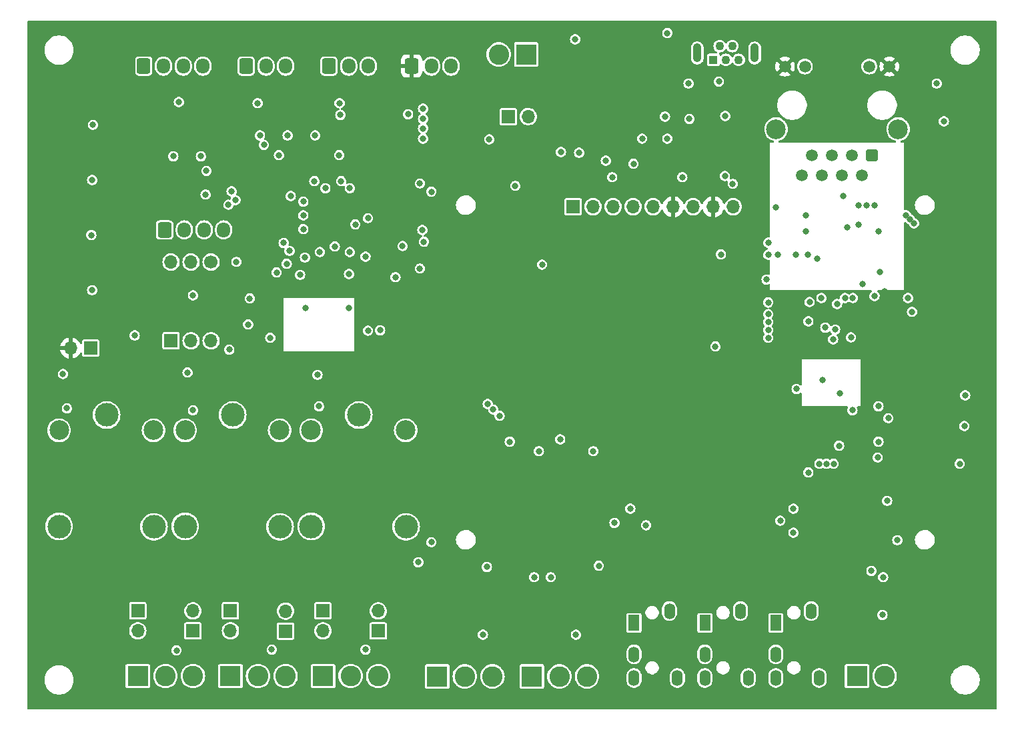
<source format=gbr>
%TF.GenerationSoftware,KiCad,Pcbnew,8.0.6*%
%TF.CreationDate,2024-12-11T15:10:48+01:00*%
%TF.ProjectId,fastLOGIC,66617374-4c4f-4474-9943-2e6b69636164,rev?*%
%TF.SameCoordinates,Original*%
%TF.FileFunction,Copper,L2,Inr*%
%TF.FilePolarity,Positive*%
%FSLAX46Y46*%
G04 Gerber Fmt 4.6, Leading zero omitted, Abs format (unit mm)*
G04 Created by KiCad (PCBNEW 8.0.6) date 2024-12-11 15:10:48*
%MOMM*%
%LPD*%
G01*
G04 APERTURE LIST*
G04 Aperture macros list*
%AMRoundRect*
0 Rectangle with rounded corners*
0 $1 Rounding radius*
0 $2 $3 $4 $5 $6 $7 $8 $9 X,Y pos of 4 corners*
0 Add a 4 corners polygon primitive as box body*
4,1,4,$2,$3,$4,$5,$6,$7,$8,$9,$2,$3,0*
0 Add four circle primitives for the rounded corners*
1,1,$1+$1,$2,$3*
1,1,$1+$1,$4,$5*
1,1,$1+$1,$6,$7*
1,1,$1+$1,$8,$9*
0 Add four rect primitives between the rounded corners*
20,1,$1+$1,$2,$3,$4,$5,0*
20,1,$1+$1,$4,$5,$6,$7,0*
20,1,$1+$1,$6,$7,$8,$9,0*
20,1,$1+$1,$8,$9,$2,$3,0*%
G04 Aperture macros list end*
%TA.AperFunction,ComponentPad*%
%ADD10R,1.700000X1.700000*%
%TD*%
%TA.AperFunction,ComponentPad*%
%ADD11O,1.700000X1.700000*%
%TD*%
%TA.AperFunction,ComponentPad*%
%ADD12R,2.600000X2.600000*%
%TD*%
%TA.AperFunction,ComponentPad*%
%ADD13C,2.600000*%
%TD*%
%TA.AperFunction,ComponentPad*%
%ADD14RoundRect,0.250500X0.499500X0.499500X-0.499500X0.499500X-0.499500X-0.499500X0.499500X-0.499500X0*%
%TD*%
%TA.AperFunction,ComponentPad*%
%ADD15C,1.500000*%
%TD*%
%TA.AperFunction,ComponentPad*%
%ADD16C,2.500000*%
%TD*%
%TA.AperFunction,ComponentPad*%
%ADD17C,3.000000*%
%TD*%
%TA.AperFunction,ComponentPad*%
%ADD18RoundRect,0.250000X-0.600000X-0.725000X0.600000X-0.725000X0.600000X0.725000X-0.600000X0.725000X0*%
%TD*%
%TA.AperFunction,ComponentPad*%
%ADD19O,1.700000X1.950000*%
%TD*%
%TA.AperFunction,ComponentPad*%
%ADD20C,1.700000*%
%TD*%
%TA.AperFunction,ComponentPad*%
%ADD21R,1.100000X1.100000*%
%TD*%
%TA.AperFunction,ComponentPad*%
%ADD22C,1.100000*%
%TD*%
%TA.AperFunction,ComponentPad*%
%ADD23O,1.100000X2.400000*%
%TD*%
%TA.AperFunction,ComponentPad*%
%ADD24O,1.400000X2.000000*%
%TD*%
%TA.AperFunction,ComponentPad*%
%ADD25R,1.400000X2.000000*%
%TD*%
%TA.AperFunction,ViaPad*%
%ADD26C,0.800000*%
%TD*%
G04 APERTURE END LIST*
D10*
%TO.N,Net-(J11-Pin_1)*%
%TO.C,J11*%
X177750000Y-115040000D03*
D11*
%TO.N,GND*%
X177750000Y-112500000D03*
%TD*%
D10*
%TO.N,+12V*%
%TO.C,J6*%
X170750000Y-112460000D03*
D11*
%TO.N,Net-(J14-Pin_1)*%
X170750000Y-115000000D03*
%TD*%
D10*
%TO.N,Net-(J15-Pin_3)*%
%TO.C,J24*%
X166000000Y-115025000D03*
D11*
%TO.N,GND*%
X166000000Y-112485000D03*
%TD*%
D12*
%TO.N,+12V*%
%TO.C,J9*%
X209000000Y-120795000D03*
D13*
%TO.N,Net-(J9-Pin_2)*%
X212500000Y-120795000D03*
%TO.N,GND*%
X216000000Y-120795000D03*
%TD*%
D10*
%TO.N,+12V*%
%TO.C,J22*%
X182500000Y-112475000D03*
D11*
%TO.N,Net-(J16-Pin_1)*%
X182500000Y-115015000D03*
%TD*%
D12*
%TO.N,Net-(J2-Pin_1)*%
%TO.C,J2*%
X208300000Y-41800000D03*
D13*
%TO.N,Net-(J2-Pin_2)*%
X204800000Y-41800000D03*
%TD*%
D14*
%TO.N,TD+*%
%TO.C,J23*%
X252190000Y-54610000D03*
D15*
%TO.N,TD-*%
X250930000Y-57150000D03*
%TO.N,RD+*%
X249650000Y-54610000D03*
%TO.N,TC*%
X248390000Y-57150000D03*
%TO.N,RC*%
X247110000Y-54610000D03*
%TO.N,RD-*%
X245850000Y-57150000D03*
%TO.N,N/C*%
X244570000Y-54610000D03*
%TO.N,GND1*%
X243310000Y-57150000D03*
%TO.N,+3.3V*%
X254375000Y-43350000D03*
%TO.N,ETHERNET_LED_B*%
X251835000Y-43350000D03*
%TO.N,ETHERNET_LED_A*%
X243665000Y-43350000D03*
%TO.N,+3.3V*%
X241125000Y-43350000D03*
D16*
%TO.N,N/C*%
X255495000Y-51300000D03*
X240005000Y-51300000D03*
%TD*%
D10*
%TO.N,Net-(J2-Pin_1)*%
%TO.C,JP1*%
X206000000Y-49700000D03*
D11*
%TO.N,Net-(JP1-B)*%
X208540000Y-49700000D03*
%TD*%
D17*
%TO.N,Net-(J16-Pin_2)*%
%TO.C,K3*%
X187050000Y-87600000D03*
D16*
%TO.N,Net-(D15-A)*%
X181000000Y-89550000D03*
D17*
%TO.N,Net-(J16-Pin_1)*%
X181000000Y-101750000D03*
%TO.N,Net-(J16-Pin_3)*%
X193050000Y-101800000D03*
D16*
%TO.N,+5V*%
X193000000Y-89550000D03*
%TD*%
D12*
%TO.N,+12V*%
%TO.C,J4*%
X250282500Y-120750000D03*
D13*
%TO.N,GND*%
X253782500Y-120750000D03*
%TD*%
D10*
%TO.N,Net-(J16-Pin_3)*%
%TO.C,J19*%
X189500000Y-115025000D03*
D11*
%TO.N,GND*%
X189500000Y-112485000D03*
%TD*%
D18*
%TO.N,+5V*%
%TO.C,J1*%
X183250000Y-43282500D03*
D19*
%TO.N,GND*%
X185750000Y-43282500D03*
%TO.N,Net-(J1-Pin_3)*%
X188250000Y-43282500D03*
%TD*%
D10*
%TO.N,DISPLAY_CS*%
%TO.C,J10*%
X214240000Y-61141700D03*
D11*
%TO.N,DISPLAY_RSE*%
X216780000Y-61141700D03*
%TO.N,DISPLAY_RS*%
X219320000Y-61141700D03*
%TO.N,DISPLAY_SCL*%
X221860000Y-61141700D03*
%TO.N,DISPLAY_SI*%
X224400000Y-61141700D03*
%TO.N,+3.3V*%
X226940000Y-61141700D03*
%TO.N,GND*%
X229480000Y-61141700D03*
%TO.N,+3.3V*%
X232040000Y-61143861D03*
%TO.N,Net-(J10-Pin_9)*%
X234580000Y-61144926D03*
%TD*%
D18*
%TO.N,+3.3V*%
%TO.C,J3*%
X193750000Y-43282500D03*
D19*
%TO.N,GND*%
X196250000Y-43282500D03*
%TO.N,DS18B20_DATA*%
X198750000Y-43282500D03*
%TD*%
D10*
%TO.N,unconnected-(U2-x-Pad1)*%
%TO.C,U2*%
X163210000Y-78170000D03*
D11*
%TO.N,+5V*%
X165750000Y-78170000D03*
%TO.N,GND*%
X168290000Y-78170000D03*
D20*
%TO.N,+5V*%
X168290000Y-68170000D03*
D11*
%TO.N,Net-(U2-Out)*%
X165750000Y-68170000D03*
%TO.N,GND*%
X163210000Y-68170000D03*
%TD*%
D10*
%TO.N,BOOT_0*%
%TO.C,JP2*%
X153000000Y-79100000D03*
D11*
%TO.N,+3.3V*%
X150460000Y-79100000D03*
%TD*%
D12*
%TO.N,Net-(J14-Pin_1)*%
%TO.C,J14*%
X170750000Y-120750000D03*
D13*
%TO.N,Net-(J14-Pin_2)*%
X174250000Y-120750000D03*
%TO.N,Net-(J11-Pin_1)*%
X177750000Y-120750000D03*
%TD*%
D12*
%TO.N,Net-(J15-Pin_1)*%
%TO.C,J15*%
X159000000Y-120750000D03*
D13*
%TO.N,Net-(J15-Pin_2)*%
X162500000Y-120750000D03*
%TO.N,Net-(J15-Pin_3)*%
X166000000Y-120750000D03*
%TD*%
D17*
%TO.N,Net-(J14-Pin_2)*%
%TO.C,K2*%
X171050000Y-87600000D03*
D16*
%TO.N,Net-(D5-A)*%
X165000000Y-89550000D03*
D17*
%TO.N,Net-(J14-Pin_1)*%
X165000000Y-101750000D03*
%TO.N,Net-(J11-Pin_1)*%
X177050000Y-101800000D03*
D16*
%TO.N,+5V*%
X177000000Y-89550000D03*
%TD*%
D18*
%TO.N,+5V*%
%TO.C,J13*%
X172750000Y-43282500D03*
D19*
%TO.N,GND*%
X175250000Y-43282500D03*
%TO.N,Net-(J13-Pin_3)*%
X177750000Y-43282500D03*
%TD*%
D17*
%TO.N,Net-(J15-Pin_2)*%
%TO.C,K1*%
X155050000Y-87600000D03*
D16*
%TO.N,Net-(D4-A)*%
X149000000Y-89550000D03*
D17*
%TO.N,Net-(J15-Pin_1)*%
X149000000Y-101750000D03*
%TO.N,Net-(J15-Pin_3)*%
X161050000Y-101800000D03*
D16*
%TO.N,+5V*%
X161000000Y-89550000D03*
%TD*%
D12*
%TO.N,+12V*%
%TO.C,J8*%
X197000000Y-120795000D03*
D13*
%TO.N,Net-(J8-Pin_2)*%
X200500000Y-120795000D03*
%TO.N,GND*%
X204000000Y-120795000D03*
%TD*%
D12*
%TO.N,Net-(J16-Pin_1)*%
%TO.C,J16*%
X182500000Y-120750000D03*
D13*
%TO.N,Net-(J16-Pin_2)*%
X186000000Y-120750000D03*
%TO.N,Net-(J16-Pin_3)*%
X189500000Y-120750000D03*
%TD*%
D10*
%TO.N,+12V*%
%TO.C,J25*%
X159000000Y-112475000D03*
D11*
%TO.N,Net-(J15-Pin_1)*%
X159000000Y-115015000D03*
%TD*%
D18*
%TO.N,SDA_5V*%
%TO.C,J5*%
X159750000Y-43282500D03*
D19*
%TO.N,SCL_5V*%
X162250000Y-43282500D03*
%TO.N,+5V*%
X164750000Y-43282500D03*
%TO.N,GND*%
X167250000Y-43282500D03*
%TD*%
D18*
%TO.N,GND*%
%TO.C,J26*%
X162400000Y-64100000D03*
D19*
%TO.N,+5V*%
X164900000Y-64100000D03*
%TO.N,uC_RX2*%
X167400000Y-64100000D03*
%TO.N,uC_TX2*%
X169900000Y-64100000D03*
%TD*%
D21*
%TO.N,Net-(J17-VBUS)*%
%TO.C,J17*%
X232050000Y-42500000D03*
D22*
%TO.N,Net-(J17-D-)*%
X232850000Y-40750000D03*
%TO.N,Net-(J17-D+)*%
X233650000Y-42500000D03*
%TO.N,unconnected-(J17-ID-Pad4)*%
X234450000Y-40750000D03*
%TO.N,GND*%
X235250000Y-42500000D03*
D23*
%TO.N,unconnected-(J17-Shield-Pad6)*%
X230000000Y-41625000D03*
X237300000Y-41625000D03*
%TD*%
D24*
%TO.N,*%
%TO.C,J20*%
X227467500Y-121000000D03*
%TO.N,unconnected-(J20-PadR1)*%
X221967500Y-118000000D03*
%TO.N,unconnected-(J20-PadR2)*%
X221967500Y-121000000D03*
%TO.N,CURRENT_SENSOR_SUPPLY_1.65V*%
X226467500Y-112500000D03*
D25*
%TO.N,CURRENT_SENSOR_A*%
X221967500Y-114000000D03*
%TD*%
D24*
%TO.N,*%
%TO.C,J12*%
X236467500Y-121000000D03*
%TO.N,unconnected-(J12-PadR1)*%
X230967500Y-118000000D03*
%TO.N,unconnected-(J12-PadR2)*%
X230967500Y-121000000D03*
%TO.N,CURRENT_SENSOR_SUPPLY_1.65V*%
X235467500Y-112500000D03*
D25*
%TO.N,CURRENT_SENSOR_B*%
X230967500Y-114000000D03*
%TD*%
D24*
%TO.N,*%
%TO.C,J18*%
X245467500Y-121000000D03*
%TO.N,unconnected-(J18-PadR1)*%
X239967500Y-118000000D03*
%TO.N,unconnected-(J18-PadR2)*%
X239967500Y-121000000D03*
%TO.N,CURRENT_SENSOR_SUPPLY_1.65V*%
X244467500Y-112500000D03*
D25*
%TO.N,CURRENT_SENSOR_C*%
X239967500Y-114000000D03*
%TD*%
D26*
%TO.N,GND*%
X253600000Y-108200000D03*
X240525000Y-101025000D03*
X176000000Y-117400000D03*
X245900000Y-83150000D03*
X253500000Y-113000000D03*
X252900000Y-93000000D03*
X248100000Y-84850000D03*
X244250000Y-73250000D03*
X153200000Y-57750000D03*
X255400000Y-103500000D03*
X223000000Y-52500000D03*
X179600000Y-69800000D03*
X187900000Y-117400000D03*
X252500000Y-61000000D03*
X248500000Y-59750000D03*
X238800000Y-70400000D03*
X188200000Y-76900000D03*
X261300000Y-50300000D03*
X242500000Y-67250000D03*
X263300000Y-93800000D03*
X256750000Y-72750000D03*
X194800000Y-69000000D03*
X252100000Y-107400000D03*
X239000000Y-75800000D03*
X167600000Y-59600000D03*
X171500000Y-68150000D03*
X233000000Y-67200000D03*
X257000000Y-62750000D03*
X245250000Y-67750000D03*
X249750000Y-72750000D03*
X153300000Y-50750000D03*
X242200000Y-99500000D03*
X180250000Y-74000000D03*
X263900000Y-89000000D03*
X214600000Y-115500000D03*
X264000000Y-85100000D03*
X150000000Y-86750000D03*
X254100000Y-98500000D03*
X233550000Y-49620000D03*
X175800000Y-77800000D03*
X248000000Y-91500000D03*
X244100000Y-75700000D03*
X185800000Y-74000000D03*
X225900000Y-49700000D03*
X194600000Y-106300000D03*
X244000000Y-67250000D03*
X251500000Y-61000000D03*
X221500000Y-99500000D03*
X228900000Y-45500000D03*
X209300000Y-108200000D03*
X193300000Y-49400000D03*
X239000000Y-77800000D03*
X239000000Y-76800000D03*
X244100000Y-94900000D03*
X257250000Y-74500000D03*
X166000000Y-87000000D03*
X229000000Y-50000000D03*
X167700000Y-56600000D03*
X166000000Y-72400000D03*
X245750000Y-72750000D03*
X252500000Y-72500000D03*
X175000000Y-53300000D03*
X226200000Y-52500000D03*
X191700000Y-70100000D03*
X232300000Y-78900000D03*
X182000000Y-86500000D03*
X153200000Y-71750000D03*
X211400000Y-108200000D03*
X257500000Y-63250000D03*
X215000000Y-54300000D03*
X153100000Y-64750000D03*
X184600000Y-48000000D03*
X240250000Y-67250000D03*
X163900000Y-117500000D03*
X260400000Y-45500000D03*
X158600000Y-77500000D03*
X239025000Y-65725000D03*
X223500000Y-101600000D03*
X214500000Y-39900000D03*
X239000000Y-74800000D03*
X174500000Y-52100000D03*
X173200000Y-72800000D03*
X226200000Y-39100000D03*
X176600000Y-69500000D03*
X210300000Y-68500000D03*
X203300000Y-106900000D03*
X217500000Y-106750000D03*
X184700000Y-49500000D03*
X189750000Y-76850000D03*
X202800000Y-115500000D03*
X246250000Y-76500000D03*
X242200000Y-102550000D03*
X176900000Y-54600000D03*
X185800000Y-69700000D03*
X194800000Y-58200000D03*
X209900000Y-92200000D03*
X170600000Y-79300000D03*
X216800000Y-92200000D03*
X174200000Y-48000000D03*
X250500000Y-61000000D03*
X239000000Y-73300000D03*
X219500000Y-101300000D03*
X248750000Y-72750000D03*
X256500000Y-62250000D03*
X239000000Y-67250000D03*
X242600000Y-84300000D03*
X249700000Y-87000000D03*
X203600000Y-52600000D03*
%TO.N,+5V*%
X164200000Y-47850000D03*
X204900000Y-87700000D03*
X246400000Y-93800000D03*
X247300000Y-93800000D03*
X204100000Y-86900000D03*
X203400000Y-86200000D03*
X245500000Y-93800000D03*
%TO.N,+3.3V*%
X157150000Y-73300000D03*
X192500000Y-59200000D03*
X203500000Y-68600000D03*
X188200000Y-69100000D03*
X259975000Y-86550000D03*
X249400000Y-74700000D03*
X253812500Y-71900000D03*
X259975000Y-87500000D03*
X193100000Y-70100000D03*
X187000000Y-69900000D03*
X205700000Y-92800000D03*
X261000000Y-93600000D03*
X187287500Y-73262500D03*
X165200000Y-54700000D03*
X212500000Y-92800000D03*
X190600000Y-74200000D03*
X220800000Y-52500000D03*
X160500000Y-53500000D03*
X184900000Y-69000000D03*
X258900000Y-108200000D03*
X261000000Y-96950000D03*
X174000000Y-56100000D03*
X229500000Y-57100000D03*
X160700000Y-59600000D03*
X173000000Y-71200000D03*
X165850000Y-50150000D03*
X253812500Y-73500000D03*
X224500000Y-57300000D03*
X162350000Y-50150000D03*
X217900000Y-101200000D03*
X245000000Y-77750000D03*
X160700000Y-56700000D03*
X260900000Y-90100000D03*
X229600000Y-52200000D03*
X181300000Y-69900000D03*
X171000000Y-52100000D03*
%TO.N,rst*%
X206900000Y-58500000D03*
X180200000Y-67600000D03*
%TO.N,GND1*%
X240000000Y-61250000D03*
%TO.N,RC*%
X243750000Y-64250000D03*
X243750000Y-62250000D03*
%TO.N,DS18B20_DATA*%
X184550000Y-54600000D03*
%TO.N,DIG_IN_B*%
X212600000Y-90700000D03*
X195100000Y-64100000D03*
%TO.N,DIG_IN_A*%
X195300000Y-65600000D03*
X206200000Y-91000000D03*
%TO.N,+3.3VA*%
X247750000Y-73500000D03*
X249000000Y-63750000D03*
X251000000Y-71000000D03*
X253000000Y-64300000D03*
X253200000Y-69400000D03*
X250500000Y-63410000D03*
%TO.N,MISO*%
X253000000Y-86500000D03*
X249500000Y-77750000D03*
%TO.N,Net-(J17-D-)*%
X232750000Y-45250000D03*
%TO.N,D_OUT_C*%
X170500000Y-60900000D03*
X181800000Y-82500000D03*
%TO.N,D_OUT_A*%
X149500000Y-82400000D03*
X170900000Y-59200000D03*
%TO.N,D_OUT_B*%
X165300000Y-82200000D03*
X171400000Y-60300000D03*
%TO.N,SD_CMD*%
X180000000Y-64000000D03*
X219200000Y-57400000D03*
%TO.N,uC_RX*%
X178000000Y-52100000D03*
X234500000Y-58250000D03*
%TO.N,uC_TX*%
X233500000Y-57250000D03*
X181500000Y-52100000D03*
%TO.N,SD_SCK*%
X180000000Y-62250000D03*
X221900000Y-55700000D03*
%TO.N,SD_D2*%
X178400000Y-59800000D03*
X212700000Y-54200000D03*
%TO.N,SD_D3*%
X180000000Y-60500000D03*
X218400000Y-55300000D03*
%TO.N,SCK*%
X254250000Y-88000000D03*
X247500000Y-76750000D03*
%TO.N,SDA_1*%
X163500000Y-54750000D03*
X178250000Y-66750000D03*
%TO.N,SCL_1*%
X167000000Y-54750000D03*
X177500000Y-65750000D03*
%TO.N,5V_voltage_detect*%
X177900000Y-68400000D03*
X173000000Y-76100000D03*
%TO.N,IN_voltage_detect*%
X192600000Y-66150000D03*
X196250000Y-103750000D03*
%TO.N,SD_DET*%
X228100000Y-57400000D03*
X196250000Y-59250000D03*
%TO.N,SDA_2*%
X186600000Y-63400000D03*
%TO.N,SCL_2*%
X188200000Y-62600000D03*
%TO.N,MAX485_RE*%
X184800000Y-57900000D03*
X195200000Y-50000000D03*
%TO.N,ETH_CS*%
X253000000Y-91000000D03*
X247250000Y-78000000D03*
%TO.N,MAX485_DE*%
X185900000Y-58800000D03*
X195200000Y-51200000D03*
%TO.N,PA4*%
X187900000Y-67500000D03*
%TO.N,MAX485_DI*%
X182800000Y-58800000D03*
X195200000Y-52500000D03*
%TO.N,CURRENT_SENSOR_B*%
X184000000Y-66200000D03*
%TO.N,MAX485_RO*%
X195200000Y-48700000D03*
X181400000Y-57900000D03*
%TO.N,CURRENT_SENSOR_C*%
X182100000Y-66900000D03*
%TO.N,CURRENT_SENSOR_A*%
X185900000Y-66900000D03*
%TD*%
%TA.AperFunction,Conductor*%
%TO.N,+3.3V*%
G36*
X267943039Y-37519685D02*
G01*
X267988794Y-37572489D01*
X268000000Y-37624000D01*
X268000000Y-124876000D01*
X267980315Y-124943039D01*
X267927511Y-124988794D01*
X267876000Y-125000000D01*
X145124000Y-125000000D01*
X145056961Y-124980315D01*
X145011206Y-124927511D01*
X145000000Y-124876000D01*
X145000000Y-121128711D01*
X147149500Y-121128711D01*
X147149500Y-121371288D01*
X147181161Y-121611785D01*
X147243947Y-121846104D01*
X147323557Y-122038299D01*
X147336776Y-122070212D01*
X147458064Y-122280289D01*
X147458066Y-122280292D01*
X147458067Y-122280293D01*
X147605733Y-122472736D01*
X147605739Y-122472743D01*
X147777256Y-122644260D01*
X147777262Y-122644265D01*
X147969711Y-122791936D01*
X148179788Y-122913224D01*
X148403900Y-123006054D01*
X148638211Y-123068838D01*
X148818586Y-123092584D01*
X148878711Y-123100500D01*
X148878712Y-123100500D01*
X149121289Y-123100500D01*
X149169388Y-123094167D01*
X149361789Y-123068838D01*
X149596100Y-123006054D01*
X149820212Y-122913224D01*
X150030289Y-122791936D01*
X150222738Y-122644265D01*
X150394265Y-122472738D01*
X150541936Y-122280289D01*
X150663224Y-122070212D01*
X150756054Y-121846100D01*
X150818838Y-121611789D01*
X150850500Y-121371288D01*
X150850500Y-121128712D01*
X150818838Y-120888211D01*
X150756054Y-120653900D01*
X150663224Y-120429788D01*
X150541936Y-120219711D01*
X150407040Y-120043911D01*
X150394266Y-120027263D01*
X150394260Y-120027256D01*
X150222743Y-119855739D01*
X150222736Y-119855733D01*
X150030293Y-119708067D01*
X150030292Y-119708066D01*
X150030289Y-119708064D01*
X149820212Y-119586776D01*
X149699417Y-119536741D01*
X149596104Y-119493947D01*
X149361785Y-119431161D01*
X149317425Y-119425321D01*
X157449500Y-119425321D01*
X157449500Y-122074678D01*
X157464032Y-122147735D01*
X157464033Y-122147739D01*
X157464034Y-122147740D01*
X157519399Y-122230601D01*
X157593764Y-122280289D01*
X157602260Y-122285966D01*
X157602264Y-122285967D01*
X157675321Y-122300499D01*
X157675324Y-122300500D01*
X157675326Y-122300500D01*
X160324676Y-122300500D01*
X160324677Y-122300499D01*
X160397740Y-122285966D01*
X160480601Y-122230601D01*
X160535966Y-122147740D01*
X160550500Y-122074674D01*
X160550500Y-120750000D01*
X160944706Y-120750000D01*
X160963853Y-120993297D01*
X160963853Y-120993300D01*
X160963854Y-120993302D01*
X160996363Y-121128711D01*
X161020830Y-121230619D01*
X161114222Y-121456089D01*
X161241737Y-121664173D01*
X161241738Y-121664176D01*
X161295449Y-121727063D01*
X161400241Y-121849759D01*
X161465987Y-121905911D01*
X161585823Y-122008261D01*
X161585826Y-122008262D01*
X161793910Y-122135777D01*
X162019381Y-122229169D01*
X162019378Y-122229169D01*
X162019384Y-122229170D01*
X162019388Y-122229172D01*
X162256698Y-122286146D01*
X162500000Y-122305294D01*
X162743302Y-122286146D01*
X162980612Y-122229172D01*
X163206089Y-122135777D01*
X163414179Y-122008259D01*
X163599759Y-121849759D01*
X163758259Y-121664179D01*
X163885777Y-121456089D01*
X163979172Y-121230612D01*
X164036146Y-120993302D01*
X164055294Y-120750000D01*
X164444706Y-120750000D01*
X164463853Y-120993297D01*
X164463853Y-120993300D01*
X164463854Y-120993302D01*
X164496363Y-121128711D01*
X164520830Y-121230619D01*
X164614222Y-121456089D01*
X164741737Y-121664173D01*
X164741738Y-121664176D01*
X164795449Y-121727063D01*
X164900241Y-121849759D01*
X164965987Y-121905911D01*
X165085823Y-122008261D01*
X165085826Y-122008262D01*
X165293910Y-122135777D01*
X165519381Y-122229169D01*
X165519378Y-122229169D01*
X165519384Y-122229170D01*
X165519388Y-122229172D01*
X165756698Y-122286146D01*
X166000000Y-122305294D01*
X166243302Y-122286146D01*
X166480612Y-122229172D01*
X166706089Y-122135777D01*
X166914179Y-122008259D01*
X167099759Y-121849759D01*
X167258259Y-121664179D01*
X167385777Y-121456089D01*
X167479172Y-121230612D01*
X167536146Y-120993302D01*
X167555294Y-120750000D01*
X167536146Y-120506698D01*
X167479172Y-120269388D01*
X167479169Y-120269380D01*
X167385777Y-120043910D01*
X167258262Y-119835826D01*
X167258261Y-119835823D01*
X167184534Y-119749500D01*
X167099759Y-119650241D01*
X166916761Y-119493946D01*
X166914176Y-119491738D01*
X166914173Y-119491737D01*
X166805793Y-119425321D01*
X169199500Y-119425321D01*
X169199500Y-122074678D01*
X169214032Y-122147735D01*
X169214033Y-122147739D01*
X169214034Y-122147740D01*
X169269399Y-122230601D01*
X169343764Y-122280289D01*
X169352260Y-122285966D01*
X169352264Y-122285967D01*
X169425321Y-122300499D01*
X169425324Y-122300500D01*
X169425326Y-122300500D01*
X172074676Y-122300500D01*
X172074677Y-122300499D01*
X172147740Y-122285966D01*
X172230601Y-122230601D01*
X172285966Y-122147740D01*
X172300500Y-122074674D01*
X172300500Y-120750000D01*
X172694706Y-120750000D01*
X172713853Y-120993297D01*
X172713853Y-120993300D01*
X172713854Y-120993302D01*
X172746363Y-121128711D01*
X172770830Y-121230619D01*
X172864222Y-121456089D01*
X172991737Y-121664173D01*
X172991738Y-121664176D01*
X173045449Y-121727063D01*
X173150241Y-121849759D01*
X173215987Y-121905911D01*
X173335823Y-122008261D01*
X173335826Y-122008262D01*
X173543910Y-122135777D01*
X173769381Y-122229169D01*
X173769378Y-122229169D01*
X173769384Y-122229170D01*
X173769388Y-122229172D01*
X174006698Y-122286146D01*
X174250000Y-122305294D01*
X174493302Y-122286146D01*
X174730612Y-122229172D01*
X174956089Y-122135777D01*
X175164179Y-122008259D01*
X175349759Y-121849759D01*
X175508259Y-121664179D01*
X175635777Y-121456089D01*
X175729172Y-121230612D01*
X175786146Y-120993302D01*
X175805294Y-120750000D01*
X176194706Y-120750000D01*
X176213853Y-120993297D01*
X176213853Y-120993300D01*
X176213854Y-120993302D01*
X176246363Y-121128711D01*
X176270830Y-121230619D01*
X176364222Y-121456089D01*
X176491737Y-121664173D01*
X176491738Y-121664176D01*
X176545449Y-121727063D01*
X176650241Y-121849759D01*
X176715987Y-121905911D01*
X176835823Y-122008261D01*
X176835826Y-122008262D01*
X177043910Y-122135777D01*
X177269381Y-122229169D01*
X177269378Y-122229169D01*
X177269384Y-122229170D01*
X177269388Y-122229172D01*
X177506698Y-122286146D01*
X177750000Y-122305294D01*
X177993302Y-122286146D01*
X178230612Y-122229172D01*
X178456089Y-122135777D01*
X178664179Y-122008259D01*
X178849759Y-121849759D01*
X179008259Y-121664179D01*
X179135777Y-121456089D01*
X179229172Y-121230612D01*
X179286146Y-120993302D01*
X179305294Y-120750000D01*
X179286146Y-120506698D01*
X179229172Y-120269388D01*
X179229169Y-120269380D01*
X179135777Y-120043910D01*
X179008262Y-119835826D01*
X179008261Y-119835823D01*
X178934534Y-119749500D01*
X178849759Y-119650241D01*
X178666761Y-119493946D01*
X178664176Y-119491738D01*
X178664173Y-119491737D01*
X178555793Y-119425321D01*
X180949500Y-119425321D01*
X180949500Y-122074678D01*
X180964032Y-122147735D01*
X180964033Y-122147739D01*
X180964034Y-122147740D01*
X181019399Y-122230601D01*
X181093764Y-122280289D01*
X181102260Y-122285966D01*
X181102264Y-122285967D01*
X181175321Y-122300499D01*
X181175324Y-122300500D01*
X181175326Y-122300500D01*
X183824676Y-122300500D01*
X183824677Y-122300499D01*
X183897740Y-122285966D01*
X183980601Y-122230601D01*
X184035966Y-122147740D01*
X184050500Y-122074674D01*
X184050500Y-120750000D01*
X184444706Y-120750000D01*
X184463853Y-120993297D01*
X184463853Y-120993300D01*
X184463854Y-120993302D01*
X184496363Y-121128711D01*
X184520830Y-121230619D01*
X184614222Y-121456089D01*
X184741737Y-121664173D01*
X184741738Y-121664176D01*
X184795449Y-121727063D01*
X184900241Y-121849759D01*
X184965987Y-121905911D01*
X185085823Y-122008261D01*
X185085826Y-122008262D01*
X185293910Y-122135777D01*
X185519381Y-122229169D01*
X185519378Y-122229169D01*
X185519384Y-122229170D01*
X185519388Y-122229172D01*
X185756698Y-122286146D01*
X186000000Y-122305294D01*
X186243302Y-122286146D01*
X186480612Y-122229172D01*
X186706089Y-122135777D01*
X186914179Y-122008259D01*
X187099759Y-121849759D01*
X187258259Y-121664179D01*
X187385777Y-121456089D01*
X187479172Y-121230612D01*
X187536146Y-120993302D01*
X187555294Y-120750000D01*
X187944706Y-120750000D01*
X187963853Y-120993297D01*
X187963853Y-120993300D01*
X187963854Y-120993302D01*
X187996363Y-121128711D01*
X188020830Y-121230619D01*
X188114222Y-121456089D01*
X188241737Y-121664173D01*
X188241738Y-121664176D01*
X188295449Y-121727063D01*
X188400241Y-121849759D01*
X188465987Y-121905911D01*
X188585823Y-122008261D01*
X188585826Y-122008262D01*
X188793910Y-122135777D01*
X189019381Y-122229169D01*
X189019378Y-122229169D01*
X189019384Y-122229170D01*
X189019388Y-122229172D01*
X189256698Y-122286146D01*
X189500000Y-122305294D01*
X189743302Y-122286146D01*
X189980612Y-122229172D01*
X190206089Y-122135777D01*
X190414179Y-122008259D01*
X190599759Y-121849759D01*
X190758259Y-121664179D01*
X190885777Y-121456089D01*
X190979172Y-121230612D01*
X191036146Y-120993302D01*
X191055294Y-120750000D01*
X191036146Y-120506698D01*
X190979172Y-120269388D01*
X190979169Y-120269380D01*
X190885777Y-120043910D01*
X190758262Y-119835826D01*
X190758261Y-119835823D01*
X190684534Y-119749500D01*
X190599759Y-119650241D01*
X190416761Y-119493946D01*
X190414176Y-119491738D01*
X190414173Y-119491737D01*
X190379226Y-119470321D01*
X195449500Y-119470321D01*
X195449500Y-122119678D01*
X195464032Y-122192735D01*
X195464033Y-122192739D01*
X195478221Y-122213973D01*
X195519399Y-122275601D01*
X195602260Y-122330966D01*
X195602264Y-122330967D01*
X195675321Y-122345499D01*
X195675324Y-122345500D01*
X195675326Y-122345500D01*
X198324676Y-122345500D01*
X198324677Y-122345499D01*
X198397740Y-122330966D01*
X198480601Y-122275601D01*
X198535966Y-122192740D01*
X198550500Y-122119674D01*
X198550500Y-120795000D01*
X198944706Y-120795000D01*
X198963853Y-121038297D01*
X198963853Y-121038300D01*
X198963854Y-121038302D01*
X199010024Y-121230612D01*
X199020830Y-121275619D01*
X199114222Y-121501089D01*
X199241737Y-121709173D01*
X199241738Y-121709176D01*
X199241741Y-121709179D01*
X199400241Y-121894759D01*
X199533133Y-122008259D01*
X199585823Y-122053261D01*
X199585826Y-122053262D01*
X199793910Y-122180777D01*
X200019381Y-122274169D01*
X200019378Y-122274169D01*
X200019384Y-122274170D01*
X200019388Y-122274172D01*
X200256698Y-122331146D01*
X200500000Y-122350294D01*
X200743302Y-122331146D01*
X200980612Y-122274172D01*
X201206089Y-122180777D01*
X201414179Y-122053259D01*
X201599759Y-121894759D01*
X201758259Y-121709179D01*
X201885777Y-121501089D01*
X201979172Y-121275612D01*
X202036146Y-121038302D01*
X202055294Y-120795000D01*
X202444706Y-120795000D01*
X202463853Y-121038297D01*
X202463853Y-121038300D01*
X202463854Y-121038302D01*
X202510024Y-121230612D01*
X202520830Y-121275619D01*
X202614222Y-121501089D01*
X202741737Y-121709173D01*
X202741738Y-121709176D01*
X202741741Y-121709179D01*
X202900241Y-121894759D01*
X203033133Y-122008259D01*
X203085823Y-122053261D01*
X203085826Y-122053262D01*
X203293910Y-122180777D01*
X203519381Y-122274169D01*
X203519378Y-122274169D01*
X203519384Y-122274170D01*
X203519388Y-122274172D01*
X203756698Y-122331146D01*
X204000000Y-122350294D01*
X204243302Y-122331146D01*
X204480612Y-122274172D01*
X204706089Y-122180777D01*
X204914179Y-122053259D01*
X205099759Y-121894759D01*
X205258259Y-121709179D01*
X205385777Y-121501089D01*
X205479172Y-121275612D01*
X205536146Y-121038302D01*
X205555294Y-120795000D01*
X205536146Y-120551698D01*
X205479172Y-120314388D01*
X205460533Y-120269388D01*
X205385777Y-120088910D01*
X205258262Y-119880826D01*
X205258261Y-119880823D01*
X205177297Y-119786027D01*
X205099759Y-119695241D01*
X204972759Y-119586773D01*
X204914176Y-119536738D01*
X204914173Y-119536737D01*
X204805793Y-119470321D01*
X207449500Y-119470321D01*
X207449500Y-122119678D01*
X207464032Y-122192735D01*
X207464033Y-122192739D01*
X207478221Y-122213973D01*
X207519399Y-122275601D01*
X207602260Y-122330966D01*
X207602264Y-122330967D01*
X207675321Y-122345499D01*
X207675324Y-122345500D01*
X207675326Y-122345500D01*
X210324676Y-122345500D01*
X210324677Y-122345499D01*
X210397740Y-122330966D01*
X210480601Y-122275601D01*
X210535966Y-122192740D01*
X210550500Y-122119674D01*
X210550500Y-120795000D01*
X210944706Y-120795000D01*
X210963853Y-121038297D01*
X210963853Y-121038300D01*
X210963854Y-121038302D01*
X211010024Y-121230612D01*
X211020830Y-121275619D01*
X211114222Y-121501089D01*
X211241737Y-121709173D01*
X211241738Y-121709176D01*
X211241741Y-121709179D01*
X211400241Y-121894759D01*
X211533133Y-122008259D01*
X211585823Y-122053261D01*
X211585826Y-122053262D01*
X211793910Y-122180777D01*
X212019381Y-122274169D01*
X212019378Y-122274169D01*
X212019384Y-122274170D01*
X212019388Y-122274172D01*
X212256698Y-122331146D01*
X212500000Y-122350294D01*
X212743302Y-122331146D01*
X212980612Y-122274172D01*
X213206089Y-122180777D01*
X213414179Y-122053259D01*
X213599759Y-121894759D01*
X213758259Y-121709179D01*
X213885777Y-121501089D01*
X213979172Y-121275612D01*
X214036146Y-121038302D01*
X214055294Y-120795000D01*
X214444706Y-120795000D01*
X214463853Y-121038297D01*
X214463853Y-121038300D01*
X214463854Y-121038302D01*
X214510024Y-121230612D01*
X214520830Y-121275619D01*
X214614222Y-121501089D01*
X214741737Y-121709173D01*
X214741738Y-121709176D01*
X214741741Y-121709179D01*
X214900241Y-121894759D01*
X215033133Y-122008259D01*
X215085823Y-122053261D01*
X215085826Y-122053262D01*
X215293910Y-122180777D01*
X215519381Y-122274169D01*
X215519378Y-122274169D01*
X215519384Y-122274170D01*
X215519388Y-122274172D01*
X215756698Y-122331146D01*
X216000000Y-122350294D01*
X216243302Y-122331146D01*
X216480612Y-122274172D01*
X216706089Y-122180777D01*
X216914179Y-122053259D01*
X217099759Y-121894759D01*
X217258259Y-121709179D01*
X217385777Y-121501089D01*
X217479172Y-121275612D01*
X217536146Y-121038302D01*
X217555294Y-120795000D01*
X217540449Y-120606379D01*
X221017000Y-120606379D01*
X221017000Y-121393620D01*
X221053525Y-121577243D01*
X221053527Y-121577251D01*
X221125176Y-121750228D01*
X221125181Y-121750237D01*
X221229197Y-121905907D01*
X221229200Y-121905911D01*
X221361588Y-122038299D01*
X221361592Y-122038302D01*
X221517262Y-122142318D01*
X221517271Y-122142323D01*
X221530349Y-122147740D01*
X221690249Y-122213973D01*
X221873879Y-122250499D01*
X221873883Y-122250500D01*
X221873884Y-122250500D01*
X222061117Y-122250500D01*
X222061118Y-122250499D01*
X222244751Y-122213973D01*
X222417731Y-122142322D01*
X222573408Y-122038302D01*
X222705802Y-121905908D01*
X222809822Y-121750231D01*
X222881473Y-121577251D01*
X222918000Y-121393616D01*
X222918000Y-120606384D01*
X222917999Y-120606379D01*
X226517000Y-120606379D01*
X226517000Y-121393620D01*
X226553525Y-121577243D01*
X226553527Y-121577251D01*
X226625176Y-121750228D01*
X226625181Y-121750237D01*
X226729197Y-121905907D01*
X226729200Y-121905911D01*
X226861588Y-122038299D01*
X226861592Y-122038302D01*
X227017262Y-122142318D01*
X227017271Y-122142323D01*
X227030349Y-122147740D01*
X227190249Y-122213973D01*
X227373879Y-122250499D01*
X227373883Y-122250500D01*
X227373884Y-122250500D01*
X227561117Y-122250500D01*
X227561118Y-122250499D01*
X227744751Y-122213973D01*
X227917731Y-122142322D01*
X228073408Y-122038302D01*
X228205802Y-121905908D01*
X228309822Y-121750231D01*
X228381473Y-121577251D01*
X228418000Y-121393616D01*
X228418000Y-120606384D01*
X228417999Y-120606379D01*
X230017000Y-120606379D01*
X230017000Y-121393620D01*
X230053525Y-121577243D01*
X230053527Y-121577251D01*
X230125176Y-121750228D01*
X230125181Y-121750237D01*
X230229197Y-121905907D01*
X230229200Y-121905911D01*
X230361588Y-122038299D01*
X230361592Y-122038302D01*
X230517262Y-122142318D01*
X230517271Y-122142323D01*
X230530349Y-122147740D01*
X230690249Y-122213973D01*
X230873879Y-122250499D01*
X230873883Y-122250500D01*
X230873884Y-122250500D01*
X231061117Y-122250500D01*
X231061118Y-122250499D01*
X231244751Y-122213973D01*
X231417731Y-122142322D01*
X231573408Y-122038302D01*
X231705802Y-121905908D01*
X231809822Y-121750231D01*
X231881473Y-121577251D01*
X231918000Y-121393616D01*
X231918000Y-120606384D01*
X231917999Y-120606379D01*
X235517000Y-120606379D01*
X235517000Y-121393620D01*
X235553525Y-121577243D01*
X235553527Y-121577251D01*
X235625176Y-121750228D01*
X235625181Y-121750237D01*
X235729197Y-121905907D01*
X235729200Y-121905911D01*
X235861588Y-122038299D01*
X235861592Y-122038302D01*
X236017262Y-122142318D01*
X236017271Y-122142323D01*
X236030349Y-122147740D01*
X236190249Y-122213973D01*
X236373879Y-122250499D01*
X236373883Y-122250500D01*
X236373884Y-122250500D01*
X236561117Y-122250500D01*
X236561118Y-122250499D01*
X236744751Y-122213973D01*
X236917731Y-122142322D01*
X237073408Y-122038302D01*
X237205802Y-121905908D01*
X237309822Y-121750231D01*
X237381473Y-121577251D01*
X237418000Y-121393616D01*
X237418000Y-120606384D01*
X237417999Y-120606379D01*
X239017000Y-120606379D01*
X239017000Y-121393620D01*
X239053525Y-121577243D01*
X239053527Y-121577251D01*
X239125176Y-121750228D01*
X239125181Y-121750237D01*
X239229197Y-121905907D01*
X239229200Y-121905911D01*
X239361588Y-122038299D01*
X239361592Y-122038302D01*
X239517262Y-122142318D01*
X239517271Y-122142323D01*
X239530349Y-122147740D01*
X239690249Y-122213973D01*
X239873879Y-122250499D01*
X239873883Y-122250500D01*
X239873884Y-122250500D01*
X240061117Y-122250500D01*
X240061118Y-122250499D01*
X240244751Y-122213973D01*
X240417731Y-122142322D01*
X240573408Y-122038302D01*
X240705802Y-121905908D01*
X240809822Y-121750231D01*
X240881473Y-121577251D01*
X240918000Y-121393616D01*
X240918000Y-120606384D01*
X240917999Y-120606379D01*
X244517000Y-120606379D01*
X244517000Y-121393620D01*
X244553525Y-121577243D01*
X244553527Y-121577251D01*
X244625176Y-121750228D01*
X244625181Y-121750237D01*
X244729197Y-121905907D01*
X244729200Y-121905911D01*
X244861588Y-122038299D01*
X244861592Y-122038302D01*
X245017262Y-122142318D01*
X245017271Y-122142323D01*
X245030349Y-122147740D01*
X245190249Y-122213973D01*
X245373879Y-122250499D01*
X245373883Y-122250500D01*
X245373884Y-122250500D01*
X245561117Y-122250500D01*
X245561118Y-122250499D01*
X245744751Y-122213973D01*
X245917731Y-122142322D01*
X246073408Y-122038302D01*
X246205802Y-121905908D01*
X246309822Y-121750231D01*
X246381473Y-121577251D01*
X246418000Y-121393616D01*
X246418000Y-120606384D01*
X246381473Y-120422749D01*
X246326054Y-120288956D01*
X246309823Y-120249771D01*
X246309818Y-120249762D01*
X246205802Y-120094092D01*
X246205799Y-120094088D01*
X246073411Y-119961700D01*
X246073407Y-119961697D01*
X245917737Y-119857681D01*
X245917728Y-119857676D01*
X245744751Y-119786027D01*
X245744743Y-119786025D01*
X245561120Y-119749500D01*
X245561116Y-119749500D01*
X245373884Y-119749500D01*
X245373879Y-119749500D01*
X245190256Y-119786025D01*
X245190248Y-119786027D01*
X245017271Y-119857676D01*
X245017262Y-119857681D01*
X244861592Y-119961697D01*
X244861588Y-119961700D01*
X244729200Y-120094088D01*
X244729197Y-120094092D01*
X244625181Y-120249762D01*
X244625176Y-120249771D01*
X244553527Y-120422748D01*
X244553525Y-120422756D01*
X244517000Y-120606379D01*
X240917999Y-120606379D01*
X240881473Y-120422749D01*
X240826054Y-120288956D01*
X240809823Y-120249771D01*
X240809818Y-120249762D01*
X240705802Y-120094092D01*
X240705799Y-120094088D01*
X240573411Y-119961700D01*
X240573407Y-119961697D01*
X240417737Y-119857681D01*
X240417728Y-119857676D01*
X240244751Y-119786027D01*
X240244743Y-119786025D01*
X240061120Y-119749500D01*
X240061116Y-119749500D01*
X239873884Y-119749500D01*
X239873879Y-119749500D01*
X239690256Y-119786025D01*
X239690248Y-119786027D01*
X239517271Y-119857676D01*
X239517262Y-119857681D01*
X239361592Y-119961697D01*
X239361588Y-119961700D01*
X239229200Y-120094088D01*
X239229197Y-120094092D01*
X239125181Y-120249762D01*
X239125176Y-120249771D01*
X239053527Y-120422748D01*
X239053525Y-120422756D01*
X239017000Y-120606379D01*
X237417999Y-120606379D01*
X237381473Y-120422749D01*
X237326054Y-120288956D01*
X237309823Y-120249771D01*
X237309818Y-120249762D01*
X237205802Y-120094092D01*
X237205799Y-120094088D01*
X237073411Y-119961700D01*
X237073407Y-119961697D01*
X236917737Y-119857681D01*
X236917728Y-119857676D01*
X236744751Y-119786027D01*
X236744743Y-119786025D01*
X236561120Y-119749500D01*
X236561116Y-119749500D01*
X236373884Y-119749500D01*
X236373879Y-119749500D01*
X236190256Y-119786025D01*
X236190248Y-119786027D01*
X236017271Y-119857676D01*
X236017262Y-119857681D01*
X235861592Y-119961697D01*
X235861588Y-119961700D01*
X235729200Y-120094088D01*
X235729197Y-120094092D01*
X235625181Y-120249762D01*
X235625176Y-120249771D01*
X235553527Y-120422748D01*
X235553525Y-120422756D01*
X235517000Y-120606379D01*
X231917999Y-120606379D01*
X231881473Y-120422749D01*
X231826054Y-120288956D01*
X231809823Y-120249771D01*
X231809818Y-120249762D01*
X231705802Y-120094092D01*
X231705799Y-120094088D01*
X231573411Y-119961700D01*
X231573407Y-119961697D01*
X231417737Y-119857681D01*
X231417728Y-119857676D01*
X231244751Y-119786027D01*
X231244743Y-119786025D01*
X231061120Y-119749500D01*
X231061116Y-119749500D01*
X230873884Y-119749500D01*
X230873879Y-119749500D01*
X230690256Y-119786025D01*
X230690248Y-119786027D01*
X230517271Y-119857676D01*
X230517262Y-119857681D01*
X230361592Y-119961697D01*
X230361588Y-119961700D01*
X230229200Y-120094088D01*
X230229197Y-120094092D01*
X230125181Y-120249762D01*
X230125176Y-120249771D01*
X230053527Y-120422748D01*
X230053525Y-120422756D01*
X230017000Y-120606379D01*
X228417999Y-120606379D01*
X228381473Y-120422749D01*
X228326054Y-120288956D01*
X228309823Y-120249771D01*
X228309818Y-120249762D01*
X228205802Y-120094092D01*
X228205799Y-120094088D01*
X228073411Y-119961700D01*
X228073407Y-119961697D01*
X227917737Y-119857681D01*
X227917728Y-119857676D01*
X227744751Y-119786027D01*
X227744743Y-119786025D01*
X227561120Y-119749500D01*
X227561116Y-119749500D01*
X227373884Y-119749500D01*
X227373879Y-119749500D01*
X227190256Y-119786025D01*
X227190248Y-119786027D01*
X227017271Y-119857676D01*
X227017262Y-119857681D01*
X226861592Y-119961697D01*
X226861588Y-119961700D01*
X226729200Y-120094088D01*
X226729197Y-120094092D01*
X226625181Y-120249762D01*
X226625176Y-120249771D01*
X226553527Y-120422748D01*
X226553525Y-120422756D01*
X226517000Y-120606379D01*
X222917999Y-120606379D01*
X222881473Y-120422749D01*
X222826054Y-120288956D01*
X222809823Y-120249771D01*
X222809818Y-120249762D01*
X222705802Y-120094092D01*
X222705799Y-120094088D01*
X222573411Y-119961700D01*
X222573407Y-119961697D01*
X222417737Y-119857681D01*
X222417728Y-119857676D01*
X222244751Y-119786027D01*
X222244743Y-119786025D01*
X222061120Y-119749500D01*
X222061116Y-119749500D01*
X221873884Y-119749500D01*
X221873879Y-119749500D01*
X221690256Y-119786025D01*
X221690248Y-119786027D01*
X221517271Y-119857676D01*
X221517262Y-119857681D01*
X221361592Y-119961697D01*
X221361588Y-119961700D01*
X221229200Y-120094088D01*
X221229197Y-120094092D01*
X221125181Y-120249762D01*
X221125176Y-120249771D01*
X221053527Y-120422748D01*
X221053525Y-120422756D01*
X221017000Y-120606379D01*
X217540449Y-120606379D01*
X217536146Y-120551698D01*
X217479172Y-120314388D01*
X217460533Y-120269388D01*
X217385777Y-120088910D01*
X217258262Y-119880826D01*
X217258261Y-119880823D01*
X217177297Y-119786027D01*
X217099759Y-119695241D01*
X217007246Y-119616228D01*
X223417000Y-119616228D01*
X223417000Y-119783771D01*
X223449682Y-119948074D01*
X223449684Y-119948082D01*
X223513795Y-120102860D01*
X223606873Y-120242162D01*
X223725337Y-120360626D01*
X223817994Y-120422537D01*
X223864637Y-120453703D01*
X224019418Y-120517816D01*
X224183728Y-120550499D01*
X224183732Y-120550500D01*
X224183733Y-120550500D01*
X224351268Y-120550500D01*
X224351269Y-120550499D01*
X224515582Y-120517816D01*
X224670363Y-120453703D01*
X224809662Y-120360626D01*
X224928126Y-120242162D01*
X225021203Y-120102863D01*
X225085316Y-119948082D01*
X225118000Y-119783767D01*
X225118000Y-119616233D01*
X225117999Y-119616228D01*
X232417000Y-119616228D01*
X232417000Y-119783771D01*
X232449682Y-119948074D01*
X232449684Y-119948082D01*
X232513795Y-120102860D01*
X232606873Y-120242162D01*
X232725337Y-120360626D01*
X232817994Y-120422537D01*
X232864637Y-120453703D01*
X233019418Y-120517816D01*
X233183728Y-120550499D01*
X233183732Y-120550500D01*
X233183733Y-120550500D01*
X233351268Y-120550500D01*
X233351269Y-120550499D01*
X233515582Y-120517816D01*
X233670363Y-120453703D01*
X233809662Y-120360626D01*
X233928126Y-120242162D01*
X234021203Y-120102863D01*
X234085316Y-119948082D01*
X234118000Y-119783767D01*
X234118000Y-119616233D01*
X234117999Y-119616228D01*
X241417000Y-119616228D01*
X241417000Y-119783771D01*
X241449682Y-119948074D01*
X241449684Y-119948082D01*
X241513795Y-120102860D01*
X241606873Y-120242162D01*
X241725337Y-120360626D01*
X241817994Y-120422537D01*
X241864637Y-120453703D01*
X242019418Y-120517816D01*
X242183728Y-120550499D01*
X242183732Y-120550500D01*
X242183733Y-120550500D01*
X242351268Y-120550500D01*
X242351269Y-120550499D01*
X242515582Y-120517816D01*
X242670363Y-120453703D01*
X242809662Y-120360626D01*
X242928126Y-120242162D01*
X243021203Y-120102863D01*
X243085316Y-119948082D01*
X243118000Y-119783767D01*
X243118000Y-119616233D01*
X243085316Y-119451918D01*
X243074299Y-119425321D01*
X248732000Y-119425321D01*
X248732000Y-122074678D01*
X248746532Y-122147735D01*
X248746533Y-122147739D01*
X248746534Y-122147740D01*
X248801899Y-122230601D01*
X248876264Y-122280289D01*
X248884760Y-122285966D01*
X248884764Y-122285967D01*
X248957821Y-122300499D01*
X248957824Y-122300500D01*
X248957826Y-122300500D01*
X251607176Y-122300500D01*
X251607177Y-122300499D01*
X251680240Y-122285966D01*
X251763101Y-122230601D01*
X251818466Y-122147740D01*
X251833000Y-122074674D01*
X251833000Y-120750000D01*
X252227206Y-120750000D01*
X252246353Y-120993297D01*
X252246353Y-120993300D01*
X252246354Y-120993302D01*
X252278863Y-121128711D01*
X252303330Y-121230619D01*
X252396722Y-121456089D01*
X252524237Y-121664173D01*
X252524238Y-121664176D01*
X252577949Y-121727063D01*
X252682741Y-121849759D01*
X252748487Y-121905911D01*
X252868323Y-122008261D01*
X252868326Y-122008262D01*
X253076410Y-122135777D01*
X253301881Y-122229169D01*
X253301878Y-122229169D01*
X253301884Y-122229170D01*
X253301888Y-122229172D01*
X253539198Y-122286146D01*
X253782500Y-122305294D01*
X254025802Y-122286146D01*
X254263112Y-122229172D01*
X254488589Y-122135777D01*
X254696679Y-122008259D01*
X254882259Y-121849759D01*
X255040759Y-121664179D01*
X255168277Y-121456089D01*
X255261672Y-121230612D01*
X255286137Y-121128711D01*
X262149500Y-121128711D01*
X262149500Y-121371288D01*
X262181161Y-121611785D01*
X262243947Y-121846104D01*
X262323557Y-122038299D01*
X262336776Y-122070212D01*
X262458064Y-122280289D01*
X262458066Y-122280292D01*
X262458067Y-122280293D01*
X262605733Y-122472736D01*
X262605739Y-122472743D01*
X262777256Y-122644260D01*
X262777262Y-122644265D01*
X262969711Y-122791936D01*
X263179788Y-122913224D01*
X263403900Y-123006054D01*
X263638211Y-123068838D01*
X263818586Y-123092584D01*
X263878711Y-123100500D01*
X263878712Y-123100500D01*
X264121289Y-123100500D01*
X264169388Y-123094167D01*
X264361789Y-123068838D01*
X264596100Y-123006054D01*
X264820212Y-122913224D01*
X265030289Y-122791936D01*
X265222738Y-122644265D01*
X265394265Y-122472738D01*
X265541936Y-122280289D01*
X265663224Y-122070212D01*
X265756054Y-121846100D01*
X265818838Y-121611789D01*
X265850500Y-121371288D01*
X265850500Y-121128712D01*
X265818838Y-120888211D01*
X265756054Y-120653900D01*
X265663224Y-120429788D01*
X265541936Y-120219711D01*
X265407040Y-120043911D01*
X265394266Y-120027263D01*
X265394260Y-120027256D01*
X265222743Y-119855739D01*
X265222736Y-119855733D01*
X265030293Y-119708067D01*
X265030292Y-119708066D01*
X265030289Y-119708064D01*
X264820212Y-119586776D01*
X264699417Y-119536741D01*
X264596104Y-119493947D01*
X264361785Y-119431161D01*
X264121289Y-119399500D01*
X264121288Y-119399500D01*
X263878712Y-119399500D01*
X263878711Y-119399500D01*
X263638214Y-119431161D01*
X263403895Y-119493947D01*
X263179794Y-119586773D01*
X263179785Y-119586777D01*
X262969706Y-119708067D01*
X262777263Y-119855733D01*
X262777256Y-119855739D01*
X262605739Y-120027256D01*
X262605733Y-120027263D01*
X262458067Y-120219706D01*
X262336777Y-120429785D01*
X262336773Y-120429794D01*
X262243947Y-120653895D01*
X262181161Y-120888214D01*
X262149500Y-121128711D01*
X255286137Y-121128711D01*
X255318646Y-120993302D01*
X255337794Y-120750000D01*
X255318646Y-120506698D01*
X255261672Y-120269388D01*
X255261669Y-120269380D01*
X255168277Y-120043910D01*
X255040762Y-119835826D01*
X255040761Y-119835823D01*
X254967034Y-119749500D01*
X254882259Y-119650241D01*
X254699261Y-119493946D01*
X254696676Y-119491738D01*
X254696673Y-119491737D01*
X254488589Y-119364222D01*
X254263118Y-119270830D01*
X254263121Y-119270830D01*
X254153450Y-119244500D01*
X254025802Y-119213854D01*
X254025800Y-119213853D01*
X254025797Y-119213853D01*
X253782500Y-119194706D01*
X253539202Y-119213853D01*
X253301880Y-119270830D01*
X253076410Y-119364222D01*
X252868326Y-119491737D01*
X252868323Y-119491738D01*
X252682741Y-119650241D01*
X252524238Y-119835823D01*
X252524237Y-119835826D01*
X252396722Y-120043910D01*
X252303330Y-120269380D01*
X252246353Y-120506702D01*
X252227206Y-120750000D01*
X251833000Y-120750000D01*
X251833000Y-119425326D01*
X251833000Y-119425323D01*
X251832999Y-119425321D01*
X251818467Y-119352264D01*
X251818466Y-119352260D01*
X251763101Y-119269399D01*
X251680240Y-119214034D01*
X251680239Y-119214033D01*
X251680235Y-119214032D01*
X251607177Y-119199500D01*
X251607174Y-119199500D01*
X248957826Y-119199500D01*
X248957823Y-119199500D01*
X248884764Y-119214032D01*
X248884760Y-119214033D01*
X248801899Y-119269399D01*
X248746533Y-119352260D01*
X248746532Y-119352264D01*
X248732000Y-119425321D01*
X243074299Y-119425321D01*
X243021203Y-119297137D01*
X242965675Y-119214034D01*
X242928126Y-119157837D01*
X242809662Y-119039373D01*
X242670360Y-118946295D01*
X242515582Y-118882184D01*
X242515574Y-118882182D01*
X242351271Y-118849500D01*
X242351267Y-118849500D01*
X242183733Y-118849500D01*
X242183728Y-118849500D01*
X242019425Y-118882182D01*
X242019417Y-118882184D01*
X241864639Y-118946295D01*
X241725337Y-119039373D01*
X241606873Y-119157837D01*
X241513795Y-119297139D01*
X241449684Y-119451917D01*
X241449682Y-119451925D01*
X241417000Y-119616228D01*
X234117999Y-119616228D01*
X234085316Y-119451918D01*
X234021203Y-119297137D01*
X233965675Y-119214034D01*
X233928126Y-119157837D01*
X233809662Y-119039373D01*
X233670360Y-118946295D01*
X233515582Y-118882184D01*
X233515574Y-118882182D01*
X233351271Y-118849500D01*
X233351267Y-118849500D01*
X233183733Y-118849500D01*
X233183728Y-118849500D01*
X233019425Y-118882182D01*
X233019417Y-118882184D01*
X232864639Y-118946295D01*
X232725337Y-119039373D01*
X232606873Y-119157837D01*
X232513795Y-119297139D01*
X232449684Y-119451917D01*
X232449682Y-119451925D01*
X232417000Y-119616228D01*
X225117999Y-119616228D01*
X225085316Y-119451918D01*
X225021203Y-119297137D01*
X224965675Y-119214034D01*
X224928126Y-119157837D01*
X224809662Y-119039373D01*
X224670360Y-118946295D01*
X224515582Y-118882184D01*
X224515574Y-118882182D01*
X224351271Y-118849500D01*
X224351267Y-118849500D01*
X224183733Y-118849500D01*
X224183728Y-118849500D01*
X224019425Y-118882182D01*
X224019417Y-118882184D01*
X223864639Y-118946295D01*
X223725337Y-119039373D01*
X223606873Y-119157837D01*
X223513795Y-119297139D01*
X223449684Y-119451917D01*
X223449682Y-119451925D01*
X223417000Y-119616228D01*
X217007246Y-119616228D01*
X216972759Y-119586773D01*
X216914176Y-119536738D01*
X216914173Y-119536737D01*
X216706089Y-119409222D01*
X216480618Y-119315830D01*
X216480621Y-119315830D01*
X216374992Y-119290470D01*
X216243302Y-119258854D01*
X216243300Y-119258853D01*
X216243297Y-119258853D01*
X216000000Y-119239706D01*
X215756702Y-119258853D01*
X215755952Y-119259033D01*
X215597241Y-119297137D01*
X215519380Y-119315830D01*
X215293910Y-119409222D01*
X215085826Y-119536737D01*
X215085823Y-119536738D01*
X214900241Y-119695241D01*
X214741738Y-119880823D01*
X214741737Y-119880826D01*
X214614222Y-120088910D01*
X214520830Y-120314380D01*
X214463853Y-120551702D01*
X214444706Y-120795000D01*
X214055294Y-120795000D01*
X214036146Y-120551698D01*
X213979172Y-120314388D01*
X213960533Y-120269388D01*
X213885777Y-120088910D01*
X213758262Y-119880826D01*
X213758261Y-119880823D01*
X213677297Y-119786027D01*
X213599759Y-119695241D01*
X213472759Y-119586773D01*
X213414176Y-119536738D01*
X213414173Y-119536737D01*
X213206089Y-119409222D01*
X212980618Y-119315830D01*
X212980621Y-119315830D01*
X212874992Y-119290470D01*
X212743302Y-119258854D01*
X212743300Y-119258853D01*
X212743297Y-119258853D01*
X212500000Y-119239706D01*
X212256702Y-119258853D01*
X212255952Y-119259033D01*
X212097241Y-119297137D01*
X212019380Y-119315830D01*
X211793910Y-119409222D01*
X211585826Y-119536737D01*
X211585823Y-119536738D01*
X211400241Y-119695241D01*
X211241738Y-119880823D01*
X211241737Y-119880826D01*
X211114222Y-120088910D01*
X211020830Y-120314380D01*
X210963853Y-120551702D01*
X210944706Y-120795000D01*
X210550500Y-120795000D01*
X210550500Y-119470326D01*
X210550500Y-119470323D01*
X210550499Y-119470321D01*
X210535967Y-119397264D01*
X210535966Y-119397260D01*
X210480601Y-119314399D01*
X210397740Y-119259034D01*
X210397739Y-119259033D01*
X210397735Y-119259032D01*
X210324677Y-119244500D01*
X210324674Y-119244500D01*
X207675326Y-119244500D01*
X207675323Y-119244500D01*
X207602264Y-119259032D01*
X207602260Y-119259033D01*
X207519399Y-119314399D01*
X207464033Y-119397260D01*
X207464032Y-119397264D01*
X207449500Y-119470321D01*
X204805793Y-119470321D01*
X204706089Y-119409222D01*
X204480618Y-119315830D01*
X204480621Y-119315830D01*
X204374992Y-119290470D01*
X204243302Y-119258854D01*
X204243300Y-119258853D01*
X204243297Y-119258853D01*
X204000000Y-119239706D01*
X203756702Y-119258853D01*
X203755952Y-119259033D01*
X203597241Y-119297137D01*
X203519380Y-119315830D01*
X203293910Y-119409222D01*
X203085826Y-119536737D01*
X203085823Y-119536738D01*
X202900241Y-119695241D01*
X202741738Y-119880823D01*
X202741737Y-119880826D01*
X202614222Y-120088910D01*
X202520830Y-120314380D01*
X202463853Y-120551702D01*
X202444706Y-120795000D01*
X202055294Y-120795000D01*
X202036146Y-120551698D01*
X201979172Y-120314388D01*
X201960533Y-120269388D01*
X201885777Y-120088910D01*
X201758262Y-119880826D01*
X201758261Y-119880823D01*
X201677297Y-119786027D01*
X201599759Y-119695241D01*
X201472759Y-119586773D01*
X201414176Y-119536738D01*
X201414173Y-119536737D01*
X201206089Y-119409222D01*
X200980618Y-119315830D01*
X200980621Y-119315830D01*
X200874992Y-119290470D01*
X200743302Y-119258854D01*
X200743300Y-119258853D01*
X200743297Y-119258853D01*
X200500000Y-119239706D01*
X200256702Y-119258853D01*
X200255952Y-119259033D01*
X200097241Y-119297137D01*
X200019380Y-119315830D01*
X199793910Y-119409222D01*
X199585826Y-119536737D01*
X199585823Y-119536738D01*
X199400241Y-119695241D01*
X199241738Y-119880823D01*
X199241737Y-119880826D01*
X199114222Y-120088910D01*
X199020830Y-120314380D01*
X198963853Y-120551702D01*
X198944706Y-120795000D01*
X198550500Y-120795000D01*
X198550500Y-119470326D01*
X198550500Y-119470323D01*
X198550499Y-119470321D01*
X198535967Y-119397264D01*
X198535966Y-119397260D01*
X198480601Y-119314399D01*
X198397740Y-119259034D01*
X198397739Y-119259033D01*
X198397735Y-119259032D01*
X198324677Y-119244500D01*
X198324674Y-119244500D01*
X195675326Y-119244500D01*
X195675323Y-119244500D01*
X195602264Y-119259032D01*
X195602260Y-119259033D01*
X195519399Y-119314399D01*
X195464033Y-119397260D01*
X195464032Y-119397264D01*
X195449500Y-119470321D01*
X190379226Y-119470321D01*
X190206089Y-119364222D01*
X189980618Y-119270830D01*
X189980621Y-119270830D01*
X189870950Y-119244500D01*
X189743302Y-119213854D01*
X189743300Y-119213853D01*
X189743297Y-119213853D01*
X189500000Y-119194706D01*
X189256702Y-119213853D01*
X189019380Y-119270830D01*
X188793910Y-119364222D01*
X188585826Y-119491737D01*
X188585823Y-119491738D01*
X188400241Y-119650241D01*
X188241738Y-119835823D01*
X188241737Y-119835826D01*
X188114222Y-120043910D01*
X188020830Y-120269380D01*
X187963853Y-120506702D01*
X187944706Y-120750000D01*
X187555294Y-120750000D01*
X187536146Y-120506698D01*
X187479172Y-120269388D01*
X187479169Y-120269380D01*
X187385777Y-120043910D01*
X187258262Y-119835826D01*
X187258261Y-119835823D01*
X187184534Y-119749500D01*
X187099759Y-119650241D01*
X186916761Y-119493946D01*
X186914176Y-119491738D01*
X186914173Y-119491737D01*
X186706089Y-119364222D01*
X186480618Y-119270830D01*
X186480621Y-119270830D01*
X186370950Y-119244500D01*
X186243302Y-119213854D01*
X186243300Y-119213853D01*
X186243297Y-119213853D01*
X186000000Y-119194706D01*
X185756702Y-119213853D01*
X185519380Y-119270830D01*
X185293910Y-119364222D01*
X185085826Y-119491737D01*
X185085823Y-119491738D01*
X184900241Y-119650241D01*
X184741738Y-119835823D01*
X184741737Y-119835826D01*
X184614222Y-120043910D01*
X184520830Y-120269380D01*
X184463853Y-120506702D01*
X184444706Y-120750000D01*
X184050500Y-120750000D01*
X184050500Y-119425326D01*
X184050500Y-119425323D01*
X184050499Y-119425321D01*
X184035967Y-119352264D01*
X184035966Y-119352260D01*
X183980601Y-119269399D01*
X183897740Y-119214034D01*
X183897739Y-119214033D01*
X183897735Y-119214032D01*
X183824677Y-119199500D01*
X183824674Y-119199500D01*
X181175326Y-119199500D01*
X181175323Y-119199500D01*
X181102264Y-119214032D01*
X181102260Y-119214033D01*
X181019399Y-119269399D01*
X180964033Y-119352260D01*
X180964032Y-119352264D01*
X180949500Y-119425321D01*
X178555793Y-119425321D01*
X178456089Y-119364222D01*
X178230618Y-119270830D01*
X178230621Y-119270830D01*
X178120950Y-119244500D01*
X177993302Y-119213854D01*
X177993300Y-119213853D01*
X177993297Y-119213853D01*
X177750000Y-119194706D01*
X177506702Y-119213853D01*
X177269380Y-119270830D01*
X177043910Y-119364222D01*
X176835826Y-119491737D01*
X176835823Y-119491738D01*
X176650241Y-119650241D01*
X176491738Y-119835823D01*
X176491737Y-119835826D01*
X176364222Y-120043910D01*
X176270830Y-120269380D01*
X176213853Y-120506702D01*
X176194706Y-120750000D01*
X175805294Y-120750000D01*
X175786146Y-120506698D01*
X175729172Y-120269388D01*
X175729169Y-120269380D01*
X175635777Y-120043910D01*
X175508262Y-119835826D01*
X175508261Y-119835823D01*
X175434534Y-119749500D01*
X175349759Y-119650241D01*
X175166761Y-119493946D01*
X175164176Y-119491738D01*
X175164173Y-119491737D01*
X174956089Y-119364222D01*
X174730618Y-119270830D01*
X174730621Y-119270830D01*
X174620950Y-119244500D01*
X174493302Y-119213854D01*
X174493300Y-119213853D01*
X174493297Y-119213853D01*
X174250000Y-119194706D01*
X174006702Y-119213853D01*
X173769380Y-119270830D01*
X173543910Y-119364222D01*
X173335826Y-119491737D01*
X173335823Y-119491738D01*
X173150241Y-119650241D01*
X172991738Y-119835823D01*
X172991737Y-119835826D01*
X172864222Y-120043910D01*
X172770830Y-120269380D01*
X172713853Y-120506702D01*
X172694706Y-120750000D01*
X172300500Y-120750000D01*
X172300500Y-119425326D01*
X172300500Y-119425323D01*
X172300499Y-119425321D01*
X172285967Y-119352264D01*
X172285966Y-119352260D01*
X172230601Y-119269399D01*
X172147740Y-119214034D01*
X172147739Y-119214033D01*
X172147735Y-119214032D01*
X172074677Y-119199500D01*
X172074674Y-119199500D01*
X169425326Y-119199500D01*
X169425323Y-119199500D01*
X169352264Y-119214032D01*
X169352260Y-119214033D01*
X169269399Y-119269399D01*
X169214033Y-119352260D01*
X169214032Y-119352264D01*
X169199500Y-119425321D01*
X166805793Y-119425321D01*
X166706089Y-119364222D01*
X166480618Y-119270830D01*
X166480621Y-119270830D01*
X166370950Y-119244500D01*
X166243302Y-119213854D01*
X166243300Y-119213853D01*
X166243297Y-119213853D01*
X166000000Y-119194706D01*
X165756702Y-119213853D01*
X165519380Y-119270830D01*
X165293910Y-119364222D01*
X165085826Y-119491737D01*
X165085823Y-119491738D01*
X164900241Y-119650241D01*
X164741738Y-119835823D01*
X164741737Y-119835826D01*
X164614222Y-120043910D01*
X164520830Y-120269380D01*
X164463853Y-120506702D01*
X164444706Y-120750000D01*
X164055294Y-120750000D01*
X164036146Y-120506698D01*
X163979172Y-120269388D01*
X163979169Y-120269380D01*
X163885777Y-120043910D01*
X163758262Y-119835826D01*
X163758261Y-119835823D01*
X163684534Y-119749500D01*
X163599759Y-119650241D01*
X163416761Y-119493946D01*
X163414176Y-119491738D01*
X163414173Y-119491737D01*
X163206089Y-119364222D01*
X162980618Y-119270830D01*
X162980621Y-119270830D01*
X162870950Y-119244500D01*
X162743302Y-119213854D01*
X162743300Y-119213853D01*
X162743297Y-119213853D01*
X162500000Y-119194706D01*
X162256702Y-119213853D01*
X162019380Y-119270830D01*
X161793910Y-119364222D01*
X161585826Y-119491737D01*
X161585823Y-119491738D01*
X161400241Y-119650241D01*
X161241738Y-119835823D01*
X161241737Y-119835826D01*
X161114222Y-120043910D01*
X161020830Y-120269380D01*
X160963853Y-120506702D01*
X160944706Y-120750000D01*
X160550500Y-120750000D01*
X160550500Y-119425326D01*
X160550500Y-119425323D01*
X160550499Y-119425321D01*
X160535967Y-119352264D01*
X160535966Y-119352260D01*
X160480601Y-119269399D01*
X160397740Y-119214034D01*
X160397739Y-119214033D01*
X160397735Y-119214032D01*
X160324677Y-119199500D01*
X160324674Y-119199500D01*
X157675326Y-119199500D01*
X157675323Y-119199500D01*
X157602264Y-119214032D01*
X157602260Y-119214033D01*
X157519399Y-119269399D01*
X157464033Y-119352260D01*
X157464032Y-119352264D01*
X157449500Y-119425321D01*
X149317425Y-119425321D01*
X149121289Y-119399500D01*
X149121288Y-119399500D01*
X148878712Y-119399500D01*
X148878711Y-119399500D01*
X148638214Y-119431161D01*
X148403895Y-119493947D01*
X148179794Y-119586773D01*
X148179785Y-119586777D01*
X147969706Y-119708067D01*
X147777263Y-119855733D01*
X147777256Y-119855739D01*
X147605739Y-120027256D01*
X147605733Y-120027263D01*
X147458067Y-120219706D01*
X147336777Y-120429785D01*
X147336773Y-120429794D01*
X147243947Y-120653895D01*
X147181161Y-120888214D01*
X147149500Y-121128711D01*
X145000000Y-121128711D01*
X145000000Y-117499999D01*
X163244722Y-117499999D01*
X163244722Y-117500000D01*
X163263762Y-117656818D01*
X163281855Y-117704524D01*
X163319780Y-117804523D01*
X163409517Y-117934530D01*
X163527760Y-118039283D01*
X163527762Y-118039284D01*
X163667634Y-118112696D01*
X163821014Y-118150500D01*
X163821015Y-118150500D01*
X163978985Y-118150500D01*
X164132365Y-118112696D01*
X164272240Y-118039283D01*
X164390483Y-117934530D01*
X164480220Y-117804523D01*
X164536237Y-117656818D01*
X164555278Y-117500000D01*
X164543136Y-117399999D01*
X175344722Y-117399999D01*
X175344722Y-117400000D01*
X175363762Y-117556818D01*
X175401688Y-117656818D01*
X175419780Y-117704523D01*
X175509517Y-117834530D01*
X175627760Y-117939283D01*
X175627762Y-117939284D01*
X175767634Y-118012696D01*
X175921014Y-118050500D01*
X175921015Y-118050500D01*
X176078985Y-118050500D01*
X176232365Y-118012696D01*
X176372240Y-117939283D01*
X176490483Y-117834530D01*
X176580220Y-117704523D01*
X176636237Y-117556818D01*
X176655278Y-117400000D01*
X176655278Y-117399999D01*
X187244722Y-117399999D01*
X187244722Y-117400000D01*
X187263762Y-117556818D01*
X187301688Y-117656818D01*
X187319780Y-117704523D01*
X187409517Y-117834530D01*
X187527760Y-117939283D01*
X187527762Y-117939284D01*
X187667634Y-118012696D01*
X187821014Y-118050500D01*
X187821015Y-118050500D01*
X187978985Y-118050500D01*
X188132365Y-118012696D01*
X188272240Y-117939283D01*
X188390483Y-117834530D01*
X188480220Y-117704523D01*
X188517441Y-117606379D01*
X221017000Y-117606379D01*
X221017000Y-118393620D01*
X221053525Y-118577243D01*
X221053527Y-118577251D01*
X221125176Y-118750228D01*
X221125181Y-118750237D01*
X221229197Y-118905907D01*
X221229200Y-118905911D01*
X221361588Y-119038299D01*
X221361592Y-119038302D01*
X221517262Y-119142318D01*
X221517268Y-119142321D01*
X221517269Y-119142322D01*
X221690249Y-119213973D01*
X221843720Y-119244500D01*
X221873879Y-119250499D01*
X221873883Y-119250500D01*
X221873884Y-119250500D01*
X222061117Y-119250500D01*
X222061118Y-119250499D01*
X222244751Y-119213973D01*
X222417731Y-119142322D01*
X222573408Y-119038302D01*
X222705802Y-118905908D01*
X222809822Y-118750231D01*
X222881473Y-118577251D01*
X222918000Y-118393616D01*
X222918000Y-117606384D01*
X222917999Y-117606379D01*
X230017000Y-117606379D01*
X230017000Y-118393620D01*
X230053525Y-118577243D01*
X230053527Y-118577251D01*
X230125176Y-118750228D01*
X230125181Y-118750237D01*
X230229197Y-118905907D01*
X230229200Y-118905911D01*
X230361588Y-119038299D01*
X230361592Y-119038302D01*
X230517262Y-119142318D01*
X230517268Y-119142321D01*
X230517269Y-119142322D01*
X230690249Y-119213973D01*
X230843720Y-119244500D01*
X230873879Y-119250499D01*
X230873883Y-119250500D01*
X230873884Y-119250500D01*
X231061117Y-119250500D01*
X231061118Y-119250499D01*
X231244751Y-119213973D01*
X231417731Y-119142322D01*
X231573408Y-119038302D01*
X231705802Y-118905908D01*
X231809822Y-118750231D01*
X231881473Y-118577251D01*
X231918000Y-118393616D01*
X231918000Y-117606384D01*
X231917999Y-117606379D01*
X239017000Y-117606379D01*
X239017000Y-118393620D01*
X239053525Y-118577243D01*
X239053527Y-118577251D01*
X239125176Y-118750228D01*
X239125181Y-118750237D01*
X239229197Y-118905907D01*
X239229200Y-118905911D01*
X239361588Y-119038299D01*
X239361592Y-119038302D01*
X239517262Y-119142318D01*
X239517268Y-119142321D01*
X239517269Y-119142322D01*
X239690249Y-119213973D01*
X239843720Y-119244500D01*
X239873879Y-119250499D01*
X239873883Y-119250500D01*
X239873884Y-119250500D01*
X240061117Y-119250500D01*
X240061118Y-119250499D01*
X240244751Y-119213973D01*
X240417731Y-119142322D01*
X240573408Y-119038302D01*
X240705802Y-118905908D01*
X240809822Y-118750231D01*
X240881473Y-118577251D01*
X240918000Y-118393616D01*
X240918000Y-117606384D01*
X240881473Y-117422749D01*
X240809822Y-117249769D01*
X240809821Y-117249768D01*
X240809818Y-117249762D01*
X240705802Y-117094092D01*
X240705799Y-117094088D01*
X240573411Y-116961700D01*
X240573407Y-116961697D01*
X240417737Y-116857681D01*
X240417728Y-116857676D01*
X240244751Y-116786027D01*
X240244743Y-116786025D01*
X240061120Y-116749500D01*
X240061116Y-116749500D01*
X239873884Y-116749500D01*
X239873879Y-116749500D01*
X239690256Y-116786025D01*
X239690248Y-116786027D01*
X239517271Y-116857676D01*
X239517262Y-116857681D01*
X239361592Y-116961697D01*
X239361588Y-116961700D01*
X239229200Y-117094088D01*
X239229197Y-117094092D01*
X239125181Y-117249762D01*
X239125176Y-117249771D01*
X239053527Y-117422748D01*
X239053525Y-117422756D01*
X239017000Y-117606379D01*
X231917999Y-117606379D01*
X231881473Y-117422749D01*
X231809822Y-117249769D01*
X231809821Y-117249768D01*
X231809818Y-117249762D01*
X231705802Y-117094092D01*
X231705799Y-117094088D01*
X231573411Y-116961700D01*
X231573407Y-116961697D01*
X231417737Y-116857681D01*
X231417728Y-116857676D01*
X231244751Y-116786027D01*
X231244743Y-116786025D01*
X231061120Y-116749500D01*
X231061116Y-116749500D01*
X230873884Y-116749500D01*
X230873879Y-116749500D01*
X230690256Y-116786025D01*
X230690248Y-116786027D01*
X230517271Y-116857676D01*
X230517262Y-116857681D01*
X230361592Y-116961697D01*
X230361588Y-116961700D01*
X230229200Y-117094088D01*
X230229197Y-117094092D01*
X230125181Y-117249762D01*
X230125176Y-117249771D01*
X230053527Y-117422748D01*
X230053525Y-117422756D01*
X230017000Y-117606379D01*
X222917999Y-117606379D01*
X222881473Y-117422749D01*
X222809822Y-117249769D01*
X222809821Y-117249768D01*
X222809818Y-117249762D01*
X222705802Y-117094092D01*
X222705799Y-117094088D01*
X222573411Y-116961700D01*
X222573407Y-116961697D01*
X222417737Y-116857681D01*
X222417728Y-116857676D01*
X222244751Y-116786027D01*
X222244743Y-116786025D01*
X222061120Y-116749500D01*
X222061116Y-116749500D01*
X221873884Y-116749500D01*
X221873879Y-116749500D01*
X221690256Y-116786025D01*
X221690248Y-116786027D01*
X221517271Y-116857676D01*
X221517262Y-116857681D01*
X221361592Y-116961697D01*
X221361588Y-116961700D01*
X221229200Y-117094088D01*
X221229197Y-117094092D01*
X221125181Y-117249762D01*
X221125176Y-117249771D01*
X221053527Y-117422748D01*
X221053525Y-117422756D01*
X221017000Y-117606379D01*
X188517441Y-117606379D01*
X188536237Y-117556818D01*
X188555278Y-117400000D01*
X188536237Y-117243182D01*
X188480220Y-117095477D01*
X188390483Y-116965470D01*
X188272240Y-116860717D01*
X188272238Y-116860716D01*
X188272237Y-116860715D01*
X188132365Y-116787303D01*
X187978986Y-116749500D01*
X187978985Y-116749500D01*
X187821015Y-116749500D01*
X187821014Y-116749500D01*
X187667634Y-116787303D01*
X187527762Y-116860715D01*
X187527760Y-116860717D01*
X187413773Y-116961700D01*
X187409516Y-116965471D01*
X187319781Y-117095475D01*
X187319780Y-117095476D01*
X187263762Y-117243181D01*
X187244722Y-117399999D01*
X176655278Y-117399999D01*
X176636237Y-117243182D01*
X176580220Y-117095477D01*
X176490483Y-116965470D01*
X176372240Y-116860717D01*
X176372238Y-116860716D01*
X176372237Y-116860715D01*
X176232365Y-116787303D01*
X176078986Y-116749500D01*
X176078985Y-116749500D01*
X175921015Y-116749500D01*
X175921014Y-116749500D01*
X175767634Y-116787303D01*
X175627762Y-116860715D01*
X175627760Y-116860717D01*
X175513773Y-116961700D01*
X175509516Y-116965471D01*
X175419781Y-117095475D01*
X175419780Y-117095476D01*
X175363762Y-117243181D01*
X175344722Y-117399999D01*
X164543136Y-117399999D01*
X164536237Y-117343182D01*
X164480220Y-117195477D01*
X164390483Y-117065470D01*
X164272240Y-116960717D01*
X164272238Y-116960716D01*
X164272237Y-116960715D01*
X164132365Y-116887303D01*
X163978986Y-116849500D01*
X163978985Y-116849500D01*
X163821015Y-116849500D01*
X163821014Y-116849500D01*
X163667634Y-116887303D01*
X163527762Y-116960715D01*
X163409516Y-117065471D01*
X163319781Y-117195475D01*
X163319780Y-117195476D01*
X163263762Y-117343181D01*
X163244722Y-117499999D01*
X145000000Y-117499999D01*
X145000000Y-115014999D01*
X157894785Y-115014999D01*
X157894785Y-115015000D01*
X157913602Y-115218082D01*
X157969417Y-115414247D01*
X157969422Y-115414260D01*
X158060327Y-115596821D01*
X158183237Y-115759581D01*
X158333958Y-115896980D01*
X158333960Y-115896982D01*
X158394603Y-115934530D01*
X158507363Y-116004348D01*
X158697544Y-116078024D01*
X158898024Y-116115500D01*
X158898026Y-116115500D01*
X159101974Y-116115500D01*
X159101976Y-116115500D01*
X159302456Y-116078024D01*
X159492637Y-116004348D01*
X159666041Y-115896981D01*
X159816764Y-115759579D01*
X159939673Y-115596821D01*
X160030582Y-115414250D01*
X160086397Y-115218083D01*
X160105215Y-115015000D01*
X160093382Y-114887304D01*
X160086397Y-114811917D01*
X160082129Y-114796917D01*
X160030582Y-114615750D01*
X160023107Y-114600739D01*
X159986272Y-114526764D01*
X159939673Y-114433179D01*
X159816764Y-114270421D01*
X159816762Y-114270418D01*
X159685021Y-114150321D01*
X164899500Y-114150321D01*
X164899500Y-115899678D01*
X164914032Y-115972735D01*
X164914033Y-115972739D01*
X164925128Y-115989344D01*
X164969399Y-116055601D01*
X165052260Y-116110966D01*
X165052264Y-116110967D01*
X165125321Y-116125499D01*
X165125324Y-116125500D01*
X165125326Y-116125500D01*
X166874676Y-116125500D01*
X166874677Y-116125499D01*
X166947740Y-116110966D01*
X167030601Y-116055601D01*
X167085966Y-115972740D01*
X167100500Y-115899674D01*
X167100500Y-114999999D01*
X169644785Y-114999999D01*
X169644785Y-115000000D01*
X169663602Y-115203082D01*
X169719417Y-115399247D01*
X169719422Y-115399260D01*
X169810327Y-115581821D01*
X169933237Y-115744581D01*
X170083958Y-115881980D01*
X170083960Y-115881982D01*
X170168825Y-115934528D01*
X170257363Y-115989348D01*
X170447544Y-116063024D01*
X170648024Y-116100500D01*
X170648026Y-116100500D01*
X170851974Y-116100500D01*
X170851976Y-116100500D01*
X171052456Y-116063024D01*
X171242637Y-115989348D01*
X171416041Y-115881981D01*
X171566764Y-115744579D01*
X171689673Y-115581821D01*
X171780582Y-115399250D01*
X171836397Y-115203083D01*
X171855215Y-115000000D01*
X171836397Y-114796917D01*
X171780582Y-114600750D01*
X171689673Y-114418179D01*
X171630704Y-114340091D01*
X171566762Y-114255418D01*
X171467929Y-114165321D01*
X176649500Y-114165321D01*
X176649500Y-115914678D01*
X176664032Y-115987735D01*
X176664033Y-115987739D01*
X176665108Y-115989348D01*
X176719399Y-116070601D01*
X176801561Y-116125499D01*
X176802260Y-116125966D01*
X176802264Y-116125967D01*
X176875321Y-116140499D01*
X176875324Y-116140500D01*
X176875326Y-116140500D01*
X178624676Y-116140500D01*
X178624677Y-116140499D01*
X178697740Y-116125966D01*
X178780601Y-116070601D01*
X178835966Y-115987740D01*
X178850500Y-115914674D01*
X178850500Y-115014999D01*
X181394785Y-115014999D01*
X181394785Y-115015000D01*
X181413602Y-115218082D01*
X181469417Y-115414247D01*
X181469422Y-115414260D01*
X181560327Y-115596821D01*
X181683237Y-115759581D01*
X181833958Y-115896980D01*
X181833960Y-115896982D01*
X181894603Y-115934530D01*
X182007363Y-116004348D01*
X182197544Y-116078024D01*
X182398024Y-116115500D01*
X182398026Y-116115500D01*
X182601974Y-116115500D01*
X182601976Y-116115500D01*
X182802456Y-116078024D01*
X182992637Y-116004348D01*
X183166041Y-115896981D01*
X183316764Y-115759579D01*
X183439673Y-115596821D01*
X183530582Y-115414250D01*
X183586397Y-115218083D01*
X183605215Y-115015000D01*
X183593382Y-114887304D01*
X183586397Y-114811917D01*
X183582129Y-114796917D01*
X183530582Y-114615750D01*
X183523107Y-114600739D01*
X183486272Y-114526764D01*
X183439673Y-114433179D01*
X183316764Y-114270421D01*
X183316762Y-114270418D01*
X183185021Y-114150321D01*
X188399500Y-114150321D01*
X188399500Y-115899678D01*
X188414032Y-115972735D01*
X188414033Y-115972739D01*
X188425128Y-115989344D01*
X188469399Y-116055601D01*
X188552260Y-116110966D01*
X188552264Y-116110967D01*
X188625321Y-116125499D01*
X188625324Y-116125500D01*
X188625326Y-116125500D01*
X190374676Y-116125500D01*
X190374677Y-116125499D01*
X190447740Y-116110966D01*
X190530601Y-116055601D01*
X190585966Y-115972740D01*
X190600500Y-115899674D01*
X190600500Y-115499999D01*
X202144722Y-115499999D01*
X202144722Y-115500000D01*
X202163762Y-115656818D01*
X202219780Y-115804523D01*
X202309517Y-115934530D01*
X202427760Y-116039283D01*
X202427762Y-116039284D01*
X202567634Y-116112696D01*
X202721014Y-116150500D01*
X202721015Y-116150500D01*
X202878985Y-116150500D01*
X203032365Y-116112696D01*
X203098426Y-116078024D01*
X203172240Y-116039283D01*
X203290483Y-115934530D01*
X203380220Y-115804523D01*
X203436237Y-115656818D01*
X203455278Y-115500000D01*
X203455278Y-115499999D01*
X213944722Y-115499999D01*
X213944722Y-115500000D01*
X213963762Y-115656818D01*
X214019780Y-115804523D01*
X214109517Y-115934530D01*
X214227760Y-116039283D01*
X214227762Y-116039284D01*
X214367634Y-116112696D01*
X214521014Y-116150500D01*
X214521015Y-116150500D01*
X214678985Y-116150500D01*
X214832365Y-116112696D01*
X214898426Y-116078024D01*
X214972240Y-116039283D01*
X215090483Y-115934530D01*
X215180220Y-115804523D01*
X215236237Y-115656818D01*
X215255278Y-115500000D01*
X215243045Y-115399247D01*
X215236237Y-115343181D01*
X215201087Y-115250499D01*
X215180220Y-115195477D01*
X215090483Y-115065470D01*
X214972240Y-114960717D01*
X214972238Y-114960716D01*
X214972237Y-114960715D01*
X214832365Y-114887303D01*
X214678986Y-114849500D01*
X214678985Y-114849500D01*
X214521015Y-114849500D01*
X214521014Y-114849500D01*
X214367634Y-114887303D01*
X214227762Y-114960715D01*
X214109516Y-115065471D01*
X214019781Y-115195475D01*
X214019780Y-115195476D01*
X213963762Y-115343181D01*
X213944722Y-115499999D01*
X203455278Y-115499999D01*
X203443045Y-115399247D01*
X203436237Y-115343181D01*
X203401087Y-115250499D01*
X203380220Y-115195477D01*
X203290483Y-115065470D01*
X203172240Y-114960717D01*
X203172238Y-114960716D01*
X203172237Y-114960715D01*
X203032365Y-114887303D01*
X202878986Y-114849500D01*
X202878985Y-114849500D01*
X202721015Y-114849500D01*
X202721014Y-114849500D01*
X202567634Y-114887303D01*
X202427762Y-114960715D01*
X202309516Y-115065471D01*
X202219781Y-115195475D01*
X202219780Y-115195476D01*
X202163762Y-115343181D01*
X202144722Y-115499999D01*
X190600500Y-115499999D01*
X190600500Y-114150326D01*
X190600500Y-114150323D01*
X190600499Y-114150321D01*
X190585967Y-114077264D01*
X190585966Y-114077260D01*
X190551483Y-114025652D01*
X190530601Y-113994399D01*
X190475235Y-113957405D01*
X190447739Y-113939033D01*
X190447735Y-113939032D01*
X190374677Y-113924500D01*
X190374674Y-113924500D01*
X188625326Y-113924500D01*
X188625323Y-113924500D01*
X188552264Y-113939032D01*
X188552260Y-113939033D01*
X188469399Y-113994399D01*
X188414033Y-114077260D01*
X188414032Y-114077264D01*
X188399500Y-114150321D01*
X183185021Y-114150321D01*
X183166041Y-114133019D01*
X183166039Y-114133017D01*
X182992642Y-114025655D01*
X182992635Y-114025651D01*
X182807768Y-113954034D01*
X182802456Y-113951976D01*
X182601976Y-113914500D01*
X182398024Y-113914500D01*
X182197544Y-113951976D01*
X182197541Y-113951976D01*
X182197541Y-113951977D01*
X182007364Y-114025651D01*
X182007357Y-114025655D01*
X181833960Y-114133017D01*
X181833958Y-114133019D01*
X181683237Y-114270418D01*
X181560327Y-114433178D01*
X181469422Y-114615739D01*
X181469417Y-114615752D01*
X181413602Y-114811917D01*
X181394785Y-115014999D01*
X178850500Y-115014999D01*
X178850500Y-114165326D01*
X178850500Y-114165323D01*
X178850499Y-114165321D01*
X178835967Y-114092264D01*
X178835966Y-114092260D01*
X178825943Y-114077260D01*
X178780601Y-114009399D01*
X178697740Y-113954034D01*
X178697739Y-113954033D01*
X178697735Y-113954032D01*
X178624677Y-113939500D01*
X178624674Y-113939500D01*
X176875326Y-113939500D01*
X176875323Y-113939500D01*
X176802264Y-113954032D01*
X176802260Y-113954033D01*
X176719399Y-114009399D01*
X176664033Y-114092260D01*
X176664032Y-114092264D01*
X176649500Y-114165321D01*
X171467929Y-114165321D01*
X171416041Y-114118019D01*
X171416039Y-114118017D01*
X171242642Y-114010655D01*
X171242635Y-114010651D01*
X171091178Y-113951977D01*
X171052456Y-113936976D01*
X170851976Y-113899500D01*
X170648024Y-113899500D01*
X170447544Y-113936976D01*
X170447541Y-113936976D01*
X170447541Y-113936977D01*
X170257364Y-114010651D01*
X170257357Y-114010655D01*
X170083960Y-114118017D01*
X170083958Y-114118019D01*
X169933237Y-114255418D01*
X169810327Y-114418178D01*
X169719422Y-114600739D01*
X169719417Y-114600752D01*
X169663602Y-114796917D01*
X169644785Y-114999999D01*
X167100500Y-114999999D01*
X167100500Y-114150326D01*
X167100500Y-114150323D01*
X167100499Y-114150321D01*
X167085967Y-114077264D01*
X167085966Y-114077260D01*
X167051483Y-114025652D01*
X167030601Y-113994399D01*
X166975235Y-113957405D01*
X166947739Y-113939033D01*
X166947735Y-113939032D01*
X166874677Y-113924500D01*
X166874674Y-113924500D01*
X165125326Y-113924500D01*
X165125323Y-113924500D01*
X165052264Y-113939032D01*
X165052260Y-113939033D01*
X164969399Y-113994399D01*
X164914033Y-114077260D01*
X164914032Y-114077264D01*
X164899500Y-114150321D01*
X159685021Y-114150321D01*
X159666041Y-114133019D01*
X159666039Y-114133017D01*
X159492642Y-114025655D01*
X159492635Y-114025651D01*
X159307768Y-113954034D01*
X159302456Y-113951976D01*
X159101976Y-113914500D01*
X158898024Y-113914500D01*
X158697544Y-113951976D01*
X158697541Y-113951976D01*
X158697541Y-113951977D01*
X158507364Y-114025651D01*
X158507357Y-114025655D01*
X158333960Y-114133017D01*
X158333958Y-114133019D01*
X158183237Y-114270418D01*
X158060327Y-114433178D01*
X157969422Y-114615739D01*
X157969417Y-114615752D01*
X157913602Y-114811917D01*
X157894785Y-115014999D01*
X145000000Y-115014999D01*
X145000000Y-111600321D01*
X157899500Y-111600321D01*
X157899500Y-113349678D01*
X157914032Y-113422735D01*
X157914033Y-113422739D01*
X157914034Y-113422740D01*
X157969399Y-113505601D01*
X158051561Y-113560499D01*
X158052260Y-113560966D01*
X158052264Y-113560967D01*
X158125321Y-113575499D01*
X158125324Y-113575500D01*
X158125326Y-113575500D01*
X159874676Y-113575500D01*
X159874677Y-113575499D01*
X159947740Y-113560966D01*
X160030601Y-113505601D01*
X160085966Y-113422740D01*
X160100500Y-113349674D01*
X160100500Y-112484999D01*
X164894785Y-112484999D01*
X164894785Y-112485000D01*
X164913602Y-112688082D01*
X164969417Y-112884247D01*
X164969422Y-112884260D01*
X165060327Y-113066821D01*
X165183237Y-113229581D01*
X165333958Y-113366980D01*
X165333960Y-113366982D01*
X165399787Y-113407740D01*
X165507363Y-113474348D01*
X165697544Y-113548024D01*
X165898024Y-113585500D01*
X165898026Y-113585500D01*
X166101974Y-113585500D01*
X166101976Y-113585500D01*
X166302456Y-113548024D01*
X166492637Y-113474348D01*
X166666041Y-113366981D01*
X166816764Y-113229579D01*
X166939673Y-113066821D01*
X167030582Y-112884250D01*
X167086397Y-112688083D01*
X167105215Y-112485000D01*
X167102149Y-112451917D01*
X167086397Y-112281917D01*
X167051093Y-112157838D01*
X167030582Y-112085750D01*
X166939673Y-111903179D01*
X166880704Y-111825091D01*
X166816762Y-111740418D01*
X166666041Y-111603019D01*
X166666039Y-111603017D01*
X166637459Y-111585321D01*
X169649500Y-111585321D01*
X169649500Y-113334678D01*
X169664032Y-113407735D01*
X169664033Y-113407739D01*
X169681933Y-113434528D01*
X169719399Y-113490601D01*
X169790790Y-113538302D01*
X169802260Y-113545966D01*
X169802264Y-113545967D01*
X169875321Y-113560499D01*
X169875324Y-113560500D01*
X169875326Y-113560500D01*
X171624676Y-113560500D01*
X171624677Y-113560499D01*
X171697740Y-113545966D01*
X171780601Y-113490601D01*
X171835966Y-113407740D01*
X171850500Y-113334674D01*
X171850500Y-112499999D01*
X176644785Y-112499999D01*
X176644785Y-112500000D01*
X176663602Y-112703082D01*
X176719417Y-112899247D01*
X176719422Y-112899260D01*
X176810327Y-113081821D01*
X176933237Y-113244581D01*
X177083958Y-113381980D01*
X177083960Y-113381982D01*
X177149787Y-113422740D01*
X177257363Y-113489348D01*
X177447544Y-113563024D01*
X177648024Y-113600500D01*
X177648026Y-113600500D01*
X177851974Y-113600500D01*
X177851976Y-113600500D01*
X178052456Y-113563024D01*
X178242637Y-113489348D01*
X178416041Y-113381981D01*
X178544122Y-113265219D01*
X178566762Y-113244581D01*
X178568589Y-113242162D01*
X178689673Y-113081821D01*
X178780582Y-112899250D01*
X178836397Y-112703083D01*
X178855215Y-112500000D01*
X178836397Y-112296917D01*
X178780582Y-112100750D01*
X178773107Y-112085739D01*
X178691951Y-111922754D01*
X178689673Y-111918179D01*
X178566764Y-111755421D01*
X178566762Y-111755418D01*
X178416041Y-111618019D01*
X178416039Y-111618017D01*
X178387459Y-111600321D01*
X181399500Y-111600321D01*
X181399500Y-113349678D01*
X181414032Y-113422735D01*
X181414033Y-113422739D01*
X181414034Y-113422740D01*
X181469399Y-113505601D01*
X181551561Y-113560499D01*
X181552260Y-113560966D01*
X181552264Y-113560967D01*
X181625321Y-113575499D01*
X181625324Y-113575500D01*
X181625326Y-113575500D01*
X183374676Y-113575500D01*
X183374677Y-113575499D01*
X183447740Y-113560966D01*
X183530601Y-113505601D01*
X183585966Y-113422740D01*
X183600500Y-113349674D01*
X183600500Y-112484999D01*
X188394785Y-112484999D01*
X188394785Y-112485000D01*
X188413602Y-112688082D01*
X188469417Y-112884247D01*
X188469422Y-112884260D01*
X188560327Y-113066821D01*
X188683237Y-113229581D01*
X188833958Y-113366980D01*
X188833960Y-113366982D01*
X188899787Y-113407740D01*
X189007363Y-113474348D01*
X189197544Y-113548024D01*
X189398024Y-113585500D01*
X189398026Y-113585500D01*
X189601974Y-113585500D01*
X189601976Y-113585500D01*
X189802456Y-113548024D01*
X189992637Y-113474348D01*
X190166041Y-113366981D01*
X190316764Y-113229579D01*
X190439673Y-113066821D01*
X190485234Y-112975321D01*
X221017000Y-112975321D01*
X221017000Y-115024678D01*
X221031532Y-115097735D01*
X221031533Y-115097739D01*
X221031534Y-115097740D01*
X221086899Y-115180601D01*
X221142996Y-115218083D01*
X221169760Y-115235966D01*
X221169764Y-115235967D01*
X221242821Y-115250499D01*
X221242824Y-115250500D01*
X221242826Y-115250500D01*
X222692176Y-115250500D01*
X222692177Y-115250499D01*
X222765240Y-115235966D01*
X222848101Y-115180601D01*
X222903466Y-115097740D01*
X222918000Y-115024674D01*
X222918000Y-112975326D01*
X222918000Y-112975323D01*
X222917999Y-112975321D01*
X222903467Y-112902264D01*
X222903466Y-112902260D01*
X222891430Y-112884247D01*
X222848101Y-112819399D01*
X222765240Y-112764034D01*
X222765239Y-112764033D01*
X222765235Y-112764032D01*
X222692177Y-112749500D01*
X222692174Y-112749500D01*
X221242826Y-112749500D01*
X221242823Y-112749500D01*
X221169764Y-112764032D01*
X221169760Y-112764033D01*
X221086899Y-112819399D01*
X221031533Y-112902260D01*
X221031532Y-112902264D01*
X221017000Y-112975321D01*
X190485234Y-112975321D01*
X190530582Y-112884250D01*
X190586397Y-112688083D01*
X190593055Y-112616228D01*
X223417000Y-112616228D01*
X223417000Y-112783771D01*
X223449682Y-112948074D01*
X223449684Y-112948082D01*
X223513795Y-113102860D01*
X223606873Y-113242162D01*
X223725337Y-113360626D01*
X223795841Y-113407735D01*
X223864637Y-113453703D01*
X224019418Y-113517816D01*
X224160939Y-113545966D01*
X224183728Y-113550499D01*
X224183732Y-113550500D01*
X224183733Y-113550500D01*
X224351268Y-113550500D01*
X224351269Y-113550499D01*
X224515582Y-113517816D01*
X224670363Y-113453703D01*
X224809662Y-113360626D01*
X224928126Y-113242162D01*
X225021203Y-113102863D01*
X225085316Y-112948082D01*
X225118000Y-112783767D01*
X225118000Y-112616233D01*
X225085316Y-112451918D01*
X225021203Y-112297137D01*
X224990037Y-112250494D01*
X224928126Y-112157837D01*
X224876668Y-112106379D01*
X225517000Y-112106379D01*
X225517000Y-112893620D01*
X225553525Y-113077243D01*
X225553527Y-113077251D01*
X225625176Y-113250228D01*
X225625181Y-113250237D01*
X225729197Y-113405907D01*
X225729200Y-113405911D01*
X225861588Y-113538299D01*
X225861592Y-113538302D01*
X226017262Y-113642318D01*
X226017268Y-113642321D01*
X226017269Y-113642322D01*
X226190249Y-113713973D01*
X226373879Y-113750499D01*
X226373883Y-113750500D01*
X226373884Y-113750500D01*
X226561117Y-113750500D01*
X226561118Y-113750499D01*
X226744751Y-113713973D01*
X226917731Y-113642322D01*
X227073408Y-113538302D01*
X227205802Y-113405908D01*
X227309822Y-113250231D01*
X227381473Y-113077251D01*
X227401748Y-112975321D01*
X230017000Y-112975321D01*
X230017000Y-115024678D01*
X230031532Y-115097735D01*
X230031533Y-115097739D01*
X230031534Y-115097740D01*
X230086899Y-115180601D01*
X230142996Y-115218083D01*
X230169760Y-115235966D01*
X230169764Y-115235967D01*
X230242821Y-115250499D01*
X230242824Y-115250500D01*
X230242826Y-115250500D01*
X231692176Y-115250500D01*
X231692177Y-115250499D01*
X231765240Y-115235966D01*
X231848101Y-115180601D01*
X231903466Y-115097740D01*
X231918000Y-115024674D01*
X231918000Y-112975326D01*
X231918000Y-112975323D01*
X231917999Y-112975321D01*
X231903467Y-112902264D01*
X231903466Y-112902260D01*
X231891430Y-112884247D01*
X231848101Y-112819399D01*
X231765240Y-112764034D01*
X231765239Y-112764033D01*
X231765235Y-112764032D01*
X231692177Y-112749500D01*
X231692174Y-112749500D01*
X230242826Y-112749500D01*
X230242823Y-112749500D01*
X230169764Y-112764032D01*
X230169760Y-112764033D01*
X230086899Y-112819399D01*
X230031533Y-112902260D01*
X230031532Y-112902264D01*
X230017000Y-112975321D01*
X227401748Y-112975321D01*
X227418000Y-112893616D01*
X227418000Y-112616228D01*
X232417000Y-112616228D01*
X232417000Y-112783771D01*
X232449682Y-112948074D01*
X232449684Y-112948082D01*
X232513795Y-113102860D01*
X232606873Y-113242162D01*
X232725337Y-113360626D01*
X232795841Y-113407735D01*
X232864637Y-113453703D01*
X233019418Y-113517816D01*
X233160939Y-113545966D01*
X233183728Y-113550499D01*
X233183732Y-113550500D01*
X233183733Y-113550500D01*
X233351268Y-113550500D01*
X233351269Y-113550499D01*
X233515582Y-113517816D01*
X233670363Y-113453703D01*
X233809662Y-113360626D01*
X233928126Y-113242162D01*
X234021203Y-113102863D01*
X234085316Y-112948082D01*
X234118000Y-112783767D01*
X234118000Y-112616233D01*
X234085316Y-112451918D01*
X234021203Y-112297137D01*
X233990037Y-112250494D01*
X233928126Y-112157837D01*
X233876668Y-112106379D01*
X234517000Y-112106379D01*
X234517000Y-112893620D01*
X234553525Y-113077243D01*
X234553527Y-113077251D01*
X234625176Y-113250228D01*
X234625181Y-113250237D01*
X234729197Y-113405907D01*
X234729200Y-113405911D01*
X234861588Y-113538299D01*
X234861592Y-113538302D01*
X235017262Y-113642318D01*
X235017268Y-113642321D01*
X235017269Y-113642322D01*
X235190249Y-113713973D01*
X235373879Y-113750499D01*
X235373883Y-113750500D01*
X235373884Y-113750500D01*
X235561117Y-113750500D01*
X235561118Y-113750499D01*
X235744751Y-113713973D01*
X235917731Y-113642322D01*
X236073408Y-113538302D01*
X236205802Y-113405908D01*
X236309822Y-113250231D01*
X236381473Y-113077251D01*
X236401748Y-112975321D01*
X239017000Y-112975321D01*
X239017000Y-115024678D01*
X239031532Y-115097735D01*
X239031533Y-115097739D01*
X239031534Y-115097740D01*
X239086899Y-115180601D01*
X239142996Y-115218083D01*
X239169760Y-115235966D01*
X239169764Y-115235967D01*
X239242821Y-115250499D01*
X239242824Y-115250500D01*
X239242826Y-115250500D01*
X240692176Y-115250500D01*
X240692177Y-115250499D01*
X240765240Y-115235966D01*
X240848101Y-115180601D01*
X240903466Y-115097740D01*
X240918000Y-115024674D01*
X240918000Y-112975326D01*
X240918000Y-112975323D01*
X240917999Y-112975321D01*
X240903467Y-112902264D01*
X240903466Y-112902260D01*
X240891430Y-112884247D01*
X240848101Y-112819399D01*
X240765240Y-112764034D01*
X240765239Y-112764033D01*
X240765235Y-112764032D01*
X240692177Y-112749500D01*
X240692174Y-112749500D01*
X239242826Y-112749500D01*
X239242823Y-112749500D01*
X239169764Y-112764032D01*
X239169760Y-112764033D01*
X239086899Y-112819399D01*
X239031533Y-112902260D01*
X239031532Y-112902264D01*
X239017000Y-112975321D01*
X236401748Y-112975321D01*
X236418000Y-112893616D01*
X236418000Y-112616228D01*
X241417000Y-112616228D01*
X241417000Y-112783771D01*
X241449682Y-112948074D01*
X241449684Y-112948082D01*
X241513795Y-113102860D01*
X241606873Y-113242162D01*
X241725337Y-113360626D01*
X241795841Y-113407735D01*
X241864637Y-113453703D01*
X242019418Y-113517816D01*
X242160939Y-113545966D01*
X242183728Y-113550499D01*
X242183732Y-113550500D01*
X242183733Y-113550500D01*
X242351268Y-113550500D01*
X242351269Y-113550499D01*
X242515582Y-113517816D01*
X242670363Y-113453703D01*
X242809662Y-113360626D01*
X242928126Y-113242162D01*
X243021203Y-113102863D01*
X243085316Y-112948082D01*
X243118000Y-112783767D01*
X243118000Y-112616233D01*
X243085316Y-112451918D01*
X243021203Y-112297137D01*
X242990037Y-112250494D01*
X242928126Y-112157837D01*
X242876668Y-112106379D01*
X243517000Y-112106379D01*
X243517000Y-112893620D01*
X243553525Y-113077243D01*
X243553527Y-113077251D01*
X243625176Y-113250228D01*
X243625181Y-113250237D01*
X243729197Y-113405907D01*
X243729200Y-113405911D01*
X243861588Y-113538299D01*
X243861592Y-113538302D01*
X244017262Y-113642318D01*
X244017268Y-113642321D01*
X244017269Y-113642322D01*
X244190249Y-113713973D01*
X244373879Y-113750499D01*
X244373883Y-113750500D01*
X244373884Y-113750500D01*
X244561117Y-113750500D01*
X244561118Y-113750499D01*
X244744751Y-113713973D01*
X244917731Y-113642322D01*
X245073408Y-113538302D01*
X245205802Y-113405908D01*
X245309822Y-113250231D01*
X245381473Y-113077251D01*
X245396839Y-112999999D01*
X252844722Y-112999999D01*
X252844722Y-113000000D01*
X252863762Y-113156818D01*
X252899192Y-113250237D01*
X252919780Y-113304523D01*
X253009517Y-113434530D01*
X253127760Y-113539283D01*
X253127762Y-113539284D01*
X253267634Y-113612696D01*
X253421014Y-113650500D01*
X253421015Y-113650500D01*
X253578985Y-113650500D01*
X253732365Y-113612696D01*
X253803237Y-113575499D01*
X253872240Y-113539283D01*
X253990483Y-113434530D01*
X254080220Y-113304523D01*
X254136237Y-113156818D01*
X254155278Y-113000000D01*
X254152282Y-112975321D01*
X254136237Y-112843181D01*
X254100708Y-112749500D01*
X254080220Y-112695477D01*
X253990483Y-112565470D01*
X253872240Y-112460717D01*
X253872238Y-112460716D01*
X253872237Y-112460715D01*
X253732365Y-112387303D01*
X253578986Y-112349500D01*
X253578985Y-112349500D01*
X253421015Y-112349500D01*
X253421014Y-112349500D01*
X253267634Y-112387303D01*
X253127762Y-112460715D01*
X253009516Y-112565471D01*
X252919781Y-112695475D01*
X252919780Y-112695476D01*
X252863762Y-112843181D01*
X252844722Y-112999999D01*
X245396839Y-112999999D01*
X245418000Y-112893616D01*
X245418000Y-112106384D01*
X245381473Y-111922749D01*
X245309822Y-111749769D01*
X245309821Y-111749768D01*
X245309818Y-111749762D01*
X245205802Y-111594092D01*
X245205799Y-111594088D01*
X245073411Y-111461700D01*
X245073407Y-111461697D01*
X244917737Y-111357681D01*
X244917728Y-111357676D01*
X244744751Y-111286027D01*
X244744743Y-111286025D01*
X244561120Y-111249500D01*
X244561116Y-111249500D01*
X244373884Y-111249500D01*
X244373879Y-111249500D01*
X244190256Y-111286025D01*
X244190248Y-111286027D01*
X244017271Y-111357676D01*
X244017262Y-111357681D01*
X243861592Y-111461697D01*
X243861588Y-111461700D01*
X243729200Y-111594088D01*
X243729197Y-111594092D01*
X243625181Y-111749762D01*
X243625176Y-111749771D01*
X243553527Y-111922748D01*
X243553526Y-111922754D01*
X243517000Y-112106379D01*
X242876668Y-112106379D01*
X242809662Y-112039373D01*
X242670360Y-111946295D01*
X242515582Y-111882184D01*
X242515574Y-111882182D01*
X242351271Y-111849500D01*
X242351267Y-111849500D01*
X242183733Y-111849500D01*
X242183728Y-111849500D01*
X242019425Y-111882182D01*
X242019417Y-111882184D01*
X241864639Y-111946295D01*
X241725337Y-112039373D01*
X241606873Y-112157837D01*
X241513795Y-112297139D01*
X241449684Y-112451917D01*
X241449682Y-112451925D01*
X241417000Y-112616228D01*
X236418000Y-112616228D01*
X236418000Y-112106384D01*
X236381473Y-111922749D01*
X236309822Y-111749769D01*
X236309821Y-111749768D01*
X236309818Y-111749762D01*
X236205802Y-111594092D01*
X236205799Y-111594088D01*
X236073411Y-111461700D01*
X236073407Y-111461697D01*
X235917737Y-111357681D01*
X235917728Y-111357676D01*
X235744751Y-111286027D01*
X235744743Y-111286025D01*
X235561120Y-111249500D01*
X235561116Y-111249500D01*
X235373884Y-111249500D01*
X235373879Y-111249500D01*
X235190256Y-111286025D01*
X235190248Y-111286027D01*
X235017271Y-111357676D01*
X235017262Y-111357681D01*
X234861592Y-111461697D01*
X234861588Y-111461700D01*
X234729200Y-111594088D01*
X234729197Y-111594092D01*
X234625181Y-111749762D01*
X234625176Y-111749771D01*
X234553527Y-111922748D01*
X234553526Y-111922754D01*
X234517000Y-112106379D01*
X233876668Y-112106379D01*
X233809662Y-112039373D01*
X233670360Y-111946295D01*
X233515582Y-111882184D01*
X233515574Y-111882182D01*
X233351271Y-111849500D01*
X233351267Y-111849500D01*
X233183733Y-111849500D01*
X233183728Y-111849500D01*
X233019425Y-111882182D01*
X233019417Y-111882184D01*
X232864639Y-111946295D01*
X232725337Y-112039373D01*
X232606873Y-112157837D01*
X232513795Y-112297139D01*
X232449684Y-112451917D01*
X232449682Y-112451925D01*
X232417000Y-112616228D01*
X227418000Y-112616228D01*
X227418000Y-112106384D01*
X227381473Y-111922749D01*
X227309822Y-111749769D01*
X227309821Y-111749768D01*
X227309818Y-111749762D01*
X227205802Y-111594092D01*
X227205799Y-111594088D01*
X227073411Y-111461700D01*
X227073407Y-111461697D01*
X226917737Y-111357681D01*
X226917728Y-111357676D01*
X226744751Y-111286027D01*
X226744743Y-111286025D01*
X226561120Y-111249500D01*
X226561116Y-111249500D01*
X226373884Y-111249500D01*
X226373879Y-111249500D01*
X226190256Y-111286025D01*
X226190248Y-111286027D01*
X226017271Y-111357676D01*
X226017262Y-111357681D01*
X225861592Y-111461697D01*
X225861588Y-111461700D01*
X225729200Y-111594088D01*
X225729197Y-111594092D01*
X225625181Y-111749762D01*
X225625176Y-111749771D01*
X225553527Y-111922748D01*
X225553526Y-111922754D01*
X225517000Y-112106379D01*
X224876668Y-112106379D01*
X224809662Y-112039373D01*
X224670360Y-111946295D01*
X224515582Y-111882184D01*
X224515574Y-111882182D01*
X224351271Y-111849500D01*
X224351267Y-111849500D01*
X224183733Y-111849500D01*
X224183728Y-111849500D01*
X224019425Y-111882182D01*
X224019417Y-111882184D01*
X223864639Y-111946295D01*
X223725337Y-112039373D01*
X223606873Y-112157837D01*
X223513795Y-112297139D01*
X223449684Y-112451917D01*
X223449682Y-112451925D01*
X223417000Y-112616228D01*
X190593055Y-112616228D01*
X190605215Y-112485000D01*
X190602149Y-112451917D01*
X190586397Y-112281917D01*
X190551093Y-112157838D01*
X190530582Y-112085750D01*
X190439673Y-111903179D01*
X190380704Y-111825091D01*
X190316762Y-111740418D01*
X190166041Y-111603019D01*
X190166039Y-111603017D01*
X189992642Y-111495655D01*
X189992635Y-111495651D01*
X189841178Y-111436977D01*
X189802456Y-111421976D01*
X189601976Y-111384500D01*
X189398024Y-111384500D01*
X189197544Y-111421976D01*
X189197541Y-111421976D01*
X189197541Y-111421977D01*
X189007364Y-111495651D01*
X189007357Y-111495655D01*
X188833960Y-111603017D01*
X188833958Y-111603019D01*
X188683237Y-111740418D01*
X188560327Y-111903178D01*
X188469422Y-112085739D01*
X188469417Y-112085752D01*
X188413602Y-112281917D01*
X188394785Y-112484999D01*
X183600500Y-112484999D01*
X183600500Y-111600326D01*
X183600500Y-111600323D01*
X183600499Y-111600321D01*
X183585967Y-111527264D01*
X183585966Y-111527260D01*
X183574868Y-111510651D01*
X183530601Y-111444399D01*
X183447740Y-111389034D01*
X183447739Y-111389033D01*
X183447735Y-111389032D01*
X183374677Y-111374500D01*
X183374674Y-111374500D01*
X181625326Y-111374500D01*
X181625323Y-111374500D01*
X181552264Y-111389032D01*
X181552260Y-111389033D01*
X181469399Y-111444399D01*
X181414033Y-111527260D01*
X181414032Y-111527264D01*
X181399500Y-111600321D01*
X178387459Y-111600321D01*
X178242642Y-111510655D01*
X178242635Y-111510651D01*
X178071617Y-111444399D01*
X178052456Y-111436976D01*
X177851976Y-111399500D01*
X177648024Y-111399500D01*
X177447544Y-111436976D01*
X177447541Y-111436976D01*
X177447541Y-111436977D01*
X177257364Y-111510651D01*
X177257357Y-111510655D01*
X177083960Y-111618017D01*
X177083958Y-111618019D01*
X176933237Y-111755418D01*
X176810327Y-111918178D01*
X176719422Y-112100739D01*
X176719417Y-112100752D01*
X176663602Y-112296917D01*
X176644785Y-112499999D01*
X171850500Y-112499999D01*
X171850500Y-111585326D01*
X171850500Y-111585323D01*
X171850499Y-111585321D01*
X171835967Y-111512264D01*
X171835966Y-111512260D01*
X171802181Y-111461697D01*
X171780601Y-111429399D01*
X171725235Y-111392405D01*
X171697739Y-111374033D01*
X171697735Y-111374032D01*
X171624677Y-111359500D01*
X171624674Y-111359500D01*
X169875326Y-111359500D01*
X169875323Y-111359500D01*
X169802264Y-111374032D01*
X169802260Y-111374033D01*
X169719399Y-111429399D01*
X169664033Y-111512260D01*
X169664032Y-111512264D01*
X169649500Y-111585321D01*
X166637459Y-111585321D01*
X166492642Y-111495655D01*
X166492635Y-111495651D01*
X166341178Y-111436977D01*
X166302456Y-111421976D01*
X166101976Y-111384500D01*
X165898024Y-111384500D01*
X165697544Y-111421976D01*
X165697541Y-111421976D01*
X165697541Y-111421977D01*
X165507364Y-111495651D01*
X165507357Y-111495655D01*
X165333960Y-111603017D01*
X165333958Y-111603019D01*
X165183237Y-111740418D01*
X165060327Y-111903178D01*
X164969422Y-112085739D01*
X164969417Y-112085752D01*
X164913602Y-112281917D01*
X164894785Y-112484999D01*
X160100500Y-112484999D01*
X160100500Y-111600326D01*
X160100500Y-111600323D01*
X160100499Y-111600321D01*
X160085967Y-111527264D01*
X160085966Y-111527260D01*
X160074868Y-111510651D01*
X160030601Y-111444399D01*
X159947740Y-111389034D01*
X159947739Y-111389033D01*
X159947735Y-111389032D01*
X159874677Y-111374500D01*
X159874674Y-111374500D01*
X158125326Y-111374500D01*
X158125323Y-111374500D01*
X158052264Y-111389032D01*
X158052260Y-111389033D01*
X157969399Y-111444399D01*
X157914033Y-111527260D01*
X157914032Y-111527264D01*
X157899500Y-111600321D01*
X145000000Y-111600321D01*
X145000000Y-108199999D01*
X208644722Y-108199999D01*
X208644722Y-108200000D01*
X208663762Y-108356818D01*
X208719780Y-108504523D01*
X208809517Y-108634530D01*
X208927760Y-108739283D01*
X208927762Y-108739284D01*
X209067634Y-108812696D01*
X209221014Y-108850500D01*
X209221015Y-108850500D01*
X209378985Y-108850500D01*
X209532365Y-108812696D01*
X209672240Y-108739283D01*
X209790483Y-108634530D01*
X209880220Y-108504523D01*
X209936237Y-108356818D01*
X209955278Y-108200000D01*
X209955278Y-108199999D01*
X210744722Y-108199999D01*
X210744722Y-108200000D01*
X210763762Y-108356818D01*
X210819780Y-108504523D01*
X210909517Y-108634530D01*
X211027760Y-108739283D01*
X211027762Y-108739284D01*
X211167634Y-108812696D01*
X211321014Y-108850500D01*
X211321015Y-108850500D01*
X211478985Y-108850500D01*
X211632365Y-108812696D01*
X211772240Y-108739283D01*
X211890483Y-108634530D01*
X211980220Y-108504523D01*
X212036237Y-108356818D01*
X212055278Y-108200000D01*
X212055278Y-108199999D01*
X252944722Y-108199999D01*
X252944722Y-108200000D01*
X252963762Y-108356818D01*
X253019780Y-108504523D01*
X253109517Y-108634530D01*
X253227760Y-108739283D01*
X253227762Y-108739284D01*
X253367634Y-108812696D01*
X253521014Y-108850500D01*
X253521015Y-108850500D01*
X253678985Y-108850500D01*
X253832365Y-108812696D01*
X253972240Y-108739283D01*
X254090483Y-108634530D01*
X254180220Y-108504523D01*
X254236237Y-108356818D01*
X254255278Y-108200000D01*
X254236237Y-108043182D01*
X254180220Y-107895477D01*
X254090483Y-107765470D01*
X253972240Y-107660717D01*
X253972238Y-107660716D01*
X253972237Y-107660715D01*
X253832365Y-107587303D01*
X253678986Y-107549500D01*
X253678985Y-107549500D01*
X253521015Y-107549500D01*
X253521014Y-107549500D01*
X253367634Y-107587303D01*
X253227762Y-107660715D01*
X253109516Y-107765471D01*
X253019781Y-107895475D01*
X253019780Y-107895476D01*
X252963762Y-108043181D01*
X252944722Y-108199999D01*
X212055278Y-108199999D01*
X212036237Y-108043182D01*
X211980220Y-107895477D01*
X211890483Y-107765470D01*
X211772240Y-107660717D01*
X211772238Y-107660716D01*
X211772237Y-107660715D01*
X211632365Y-107587303D01*
X211478986Y-107549500D01*
X211478985Y-107549500D01*
X211321015Y-107549500D01*
X211321014Y-107549500D01*
X211167634Y-107587303D01*
X211027762Y-107660715D01*
X210909516Y-107765471D01*
X210819781Y-107895475D01*
X210819780Y-107895476D01*
X210763762Y-108043181D01*
X210744722Y-108199999D01*
X209955278Y-108199999D01*
X209936237Y-108043182D01*
X209880220Y-107895477D01*
X209790483Y-107765470D01*
X209672240Y-107660717D01*
X209672238Y-107660716D01*
X209672237Y-107660715D01*
X209532365Y-107587303D01*
X209378986Y-107549500D01*
X209378985Y-107549500D01*
X209221015Y-107549500D01*
X209221014Y-107549500D01*
X209067634Y-107587303D01*
X208927762Y-107660715D01*
X208809516Y-107765471D01*
X208719781Y-107895475D01*
X208719780Y-107895476D01*
X208663762Y-108043181D01*
X208644722Y-108199999D01*
X145000000Y-108199999D01*
X145000000Y-106299999D01*
X193944722Y-106299999D01*
X193944722Y-106300000D01*
X193963762Y-106456818D01*
X194016349Y-106595476D01*
X194019780Y-106604523D01*
X194109517Y-106734530D01*
X194227760Y-106839283D01*
X194227762Y-106839284D01*
X194367634Y-106912696D01*
X194521014Y-106950500D01*
X194521015Y-106950500D01*
X194678985Y-106950500D01*
X194832365Y-106912696D01*
X194856557Y-106899999D01*
X202644722Y-106899999D01*
X202644722Y-106900000D01*
X202663762Y-107056818D01*
X202678424Y-107095477D01*
X202719780Y-107204523D01*
X202809517Y-107334530D01*
X202927760Y-107439283D01*
X202927762Y-107439284D01*
X203067634Y-107512696D01*
X203221014Y-107550500D01*
X203221015Y-107550500D01*
X203378985Y-107550500D01*
X203532365Y-107512696D01*
X203672240Y-107439283D01*
X203790483Y-107334530D01*
X203880220Y-107204523D01*
X203936237Y-107056818D01*
X203955278Y-106900000D01*
X203937065Y-106749999D01*
X216844722Y-106749999D01*
X216844722Y-106750000D01*
X216863762Y-106906818D01*
X216919780Y-107054523D01*
X217009517Y-107184530D01*
X217127760Y-107289283D01*
X217127762Y-107289284D01*
X217267634Y-107362696D01*
X217421014Y-107400500D01*
X217421015Y-107400500D01*
X217578985Y-107400500D01*
X217581018Y-107399999D01*
X251444722Y-107399999D01*
X251444722Y-107400000D01*
X251463762Y-107556818D01*
X251519780Y-107704523D01*
X251609517Y-107834530D01*
X251727760Y-107939283D01*
X251727762Y-107939284D01*
X251867634Y-108012696D01*
X252021014Y-108050500D01*
X252021015Y-108050500D01*
X252178985Y-108050500D01*
X252332365Y-108012696D01*
X252472240Y-107939283D01*
X252590483Y-107834530D01*
X252680220Y-107704523D01*
X252736237Y-107556818D01*
X252755278Y-107400000D01*
X252736237Y-107243182D01*
X252680220Y-107095477D01*
X252590483Y-106965470D01*
X252472240Y-106860717D01*
X252472238Y-106860716D01*
X252472237Y-106860715D01*
X252332365Y-106787303D01*
X252178986Y-106749500D01*
X252178985Y-106749500D01*
X252021015Y-106749500D01*
X252021014Y-106749500D01*
X251867634Y-106787303D01*
X251727762Y-106860715D01*
X251609516Y-106965471D01*
X251519781Y-107095475D01*
X251519780Y-107095476D01*
X251463762Y-107243181D01*
X251444722Y-107399999D01*
X217581018Y-107399999D01*
X217732365Y-107362696D01*
X217786034Y-107334528D01*
X217872240Y-107289283D01*
X217990483Y-107184530D01*
X218080220Y-107054523D01*
X218136237Y-106906818D01*
X218155278Y-106750000D01*
X218136516Y-106595475D01*
X218136237Y-106593181D01*
X218114992Y-106537164D01*
X218080220Y-106445477D01*
X217990483Y-106315470D01*
X217872240Y-106210717D01*
X217872238Y-106210716D01*
X217872237Y-106210715D01*
X217732365Y-106137303D01*
X217578986Y-106099500D01*
X217578985Y-106099500D01*
X217421015Y-106099500D01*
X217421014Y-106099500D01*
X217267634Y-106137303D01*
X217127762Y-106210715D01*
X217009516Y-106315471D01*
X216919781Y-106445475D01*
X216919780Y-106445476D01*
X216863762Y-106593181D01*
X216844722Y-106749999D01*
X203937065Y-106749999D01*
X203936237Y-106743182D01*
X203880220Y-106595477D01*
X203790483Y-106465470D01*
X203672240Y-106360717D01*
X203672238Y-106360716D01*
X203672237Y-106360715D01*
X203532365Y-106287303D01*
X203378986Y-106249500D01*
X203378985Y-106249500D01*
X203221015Y-106249500D01*
X203221014Y-106249500D01*
X203067634Y-106287303D01*
X202927762Y-106360715D01*
X202809516Y-106465471D01*
X202719781Y-106595475D01*
X202719780Y-106595476D01*
X202663762Y-106743181D01*
X202644722Y-106899999D01*
X194856557Y-106899999D01*
X194931401Y-106860717D01*
X194972240Y-106839283D01*
X195090483Y-106734530D01*
X195180220Y-106604523D01*
X195236237Y-106456818D01*
X195255278Y-106300000D01*
X195253737Y-106287304D01*
X195236237Y-106143181D01*
X195214992Y-106087164D01*
X195180220Y-105995477D01*
X195090483Y-105865470D01*
X194972240Y-105760717D01*
X194972238Y-105760716D01*
X194972237Y-105760715D01*
X194832365Y-105687303D01*
X194678986Y-105649500D01*
X194678985Y-105649500D01*
X194521015Y-105649500D01*
X194521014Y-105649500D01*
X194367634Y-105687303D01*
X194227762Y-105760715D01*
X194109516Y-105865471D01*
X194019781Y-105995475D01*
X194019780Y-105995476D01*
X193963762Y-106143181D01*
X193944722Y-106299999D01*
X145000000Y-106299999D01*
X145000000Y-103749999D01*
X195594722Y-103749999D01*
X195594722Y-103750000D01*
X195613762Y-103906818D01*
X195646315Y-103992651D01*
X195669780Y-104054523D01*
X195759517Y-104184530D01*
X195877760Y-104289283D01*
X195877762Y-104289284D01*
X196017634Y-104362696D01*
X196171014Y-104400500D01*
X196171015Y-104400500D01*
X196328985Y-104400500D01*
X196482365Y-104362696D01*
X196497945Y-104354519D01*
X196622240Y-104289283D01*
X196740483Y-104184530D01*
X196830220Y-104054523D01*
X196886237Y-103906818D01*
X196905278Y-103750000D01*
X196886237Y-103593182D01*
X196831632Y-103449200D01*
X199372474Y-103449200D01*
X199392602Y-103672843D01*
X199452341Y-103889306D01*
X199549769Y-104091617D01*
X199549771Y-104091621D01*
X199681753Y-104273279D01*
X199681754Y-104273281D01*
X199681757Y-104273284D01*
X199681758Y-104273285D01*
X199844063Y-104428464D01*
X200031467Y-104552169D01*
X200237948Y-104640423D01*
X200456869Y-104690390D01*
X200681194Y-104700465D01*
X200903713Y-104670323D01*
X201117274Y-104600932D01*
X201315013Y-104494525D01*
X201490574Y-104354519D01*
X201638315Y-104185416D01*
X201753487Y-103992651D01*
X201832389Y-103782418D01*
X201872484Y-103561476D01*
X201873862Y-103499999D01*
X254744722Y-103499999D01*
X254744722Y-103500000D01*
X254763762Y-103656818D01*
X254799102Y-103750000D01*
X254819780Y-103804523D01*
X254909517Y-103934530D01*
X255027760Y-104039283D01*
X255027762Y-104039284D01*
X255167634Y-104112696D01*
X255321014Y-104150500D01*
X255321015Y-104150500D01*
X255478985Y-104150500D01*
X255632365Y-104112696D01*
X255772240Y-104039283D01*
X255890483Y-103934530D01*
X255980220Y-103804523D01*
X256036237Y-103656818D01*
X256055278Y-103500000D01*
X256050591Y-103461394D01*
X256049110Y-103449200D01*
X257622474Y-103449200D01*
X257642602Y-103672843D01*
X257702341Y-103889306D01*
X257799769Y-104091617D01*
X257799771Y-104091621D01*
X257931753Y-104273279D01*
X257931754Y-104273281D01*
X257931757Y-104273284D01*
X257931758Y-104273285D01*
X258094063Y-104428464D01*
X258281467Y-104552169D01*
X258487948Y-104640423D01*
X258706869Y-104690390D01*
X258931194Y-104700465D01*
X259153713Y-104670323D01*
X259367274Y-104600932D01*
X259565013Y-104494525D01*
X259740574Y-104354519D01*
X259888315Y-104185416D01*
X260003487Y-103992651D01*
X260082389Y-103782418D01*
X260122484Y-103561476D01*
X260125000Y-103449200D01*
X260122484Y-103336924D01*
X260082389Y-103115982D01*
X260003487Y-102905749D01*
X260003483Y-102905743D01*
X260003483Y-102905741D01*
X259938276Y-102796604D01*
X259888315Y-102712984D01*
X259740574Y-102543881D01*
X259740572Y-102543880D01*
X259740571Y-102543878D01*
X259565014Y-102403876D01*
X259565013Y-102403875D01*
X259457892Y-102346231D01*
X259367275Y-102297468D01*
X259153715Y-102228077D01*
X259079540Y-102218029D01*
X258931194Y-102197935D01*
X258931190Y-102197935D01*
X258706874Y-102208009D01*
X258706863Y-102208011D01*
X258487958Y-102257974D01*
X258487951Y-102257976D01*
X258487948Y-102257977D01*
X258465853Y-102267421D01*
X258281466Y-102346231D01*
X258194139Y-102403876D01*
X258094063Y-102469936D01*
X258094062Y-102469937D01*
X257931754Y-102625118D01*
X257931753Y-102625120D01*
X257799771Y-102806778D01*
X257799769Y-102806782D01*
X257702341Y-103009093D01*
X257642602Y-103225556D01*
X257622474Y-103449200D01*
X256049110Y-103449200D01*
X256036237Y-103343181D01*
X255991627Y-103225556D01*
X255980220Y-103195477D01*
X255890483Y-103065470D01*
X255772240Y-102960717D01*
X255772238Y-102960716D01*
X255772237Y-102960715D01*
X255632365Y-102887303D01*
X255478986Y-102849500D01*
X255478985Y-102849500D01*
X255321015Y-102849500D01*
X255321014Y-102849500D01*
X255167634Y-102887303D01*
X255027762Y-102960715D01*
X254909516Y-103065471D01*
X254819781Y-103195475D01*
X254819780Y-103195476D01*
X254763762Y-103343181D01*
X254744722Y-103499999D01*
X201873862Y-103499999D01*
X201875000Y-103449200D01*
X201872484Y-103336924D01*
X201832389Y-103115982D01*
X201753487Y-102905749D01*
X201753483Y-102905743D01*
X201753483Y-102905741D01*
X201688276Y-102796604D01*
X201638315Y-102712984D01*
X201495919Y-102549999D01*
X241544722Y-102549999D01*
X241544722Y-102550000D01*
X241563762Y-102706818D01*
X241601674Y-102806782D01*
X241619780Y-102854523D01*
X241709517Y-102984530D01*
X241827760Y-103089283D01*
X241827762Y-103089284D01*
X241967634Y-103162696D01*
X242121014Y-103200500D01*
X242121015Y-103200500D01*
X242278985Y-103200500D01*
X242432365Y-103162696D01*
X242572240Y-103089283D01*
X242690483Y-102984530D01*
X242780220Y-102854523D01*
X242836237Y-102706818D01*
X242855278Y-102550000D01*
X242837536Y-102403876D01*
X242836237Y-102393181D01*
X242807497Y-102317402D01*
X242780220Y-102245477D01*
X242690483Y-102115470D01*
X242572240Y-102010717D01*
X242572238Y-102010716D01*
X242572237Y-102010715D01*
X242432365Y-101937303D01*
X242278986Y-101899500D01*
X242278985Y-101899500D01*
X242121015Y-101899500D01*
X242121014Y-101899500D01*
X241967634Y-101937303D01*
X241827762Y-102010715D01*
X241709516Y-102115471D01*
X241619781Y-102245475D01*
X241619780Y-102245476D01*
X241563762Y-102393181D01*
X241544722Y-102549999D01*
X201495919Y-102549999D01*
X201490574Y-102543881D01*
X201490572Y-102543880D01*
X201490571Y-102543878D01*
X201315014Y-102403876D01*
X201315013Y-102403875D01*
X201207892Y-102346231D01*
X201117275Y-102297468D01*
X200903715Y-102228077D01*
X200829540Y-102218029D01*
X200681194Y-102197935D01*
X200681190Y-102197935D01*
X200456874Y-102208009D01*
X200456863Y-102208011D01*
X200237958Y-102257974D01*
X200237951Y-102257976D01*
X200237948Y-102257977D01*
X200215853Y-102267421D01*
X200031466Y-102346231D01*
X199944139Y-102403876D01*
X199844063Y-102469936D01*
X199844062Y-102469937D01*
X199681754Y-102625118D01*
X199681753Y-102625120D01*
X199549771Y-102806778D01*
X199549769Y-102806782D01*
X199452341Y-103009093D01*
X199392602Y-103225556D01*
X199372474Y-103449200D01*
X196831632Y-103449200D01*
X196830220Y-103445477D01*
X196740483Y-103315470D01*
X196622240Y-103210717D01*
X196622238Y-103210716D01*
X196622237Y-103210715D01*
X196482365Y-103137303D01*
X196328986Y-103099500D01*
X196328985Y-103099500D01*
X196171015Y-103099500D01*
X196171014Y-103099500D01*
X196017634Y-103137303D01*
X195877762Y-103210715D01*
X195759516Y-103315471D01*
X195669781Y-103445475D01*
X195669780Y-103445476D01*
X195613762Y-103593181D01*
X195594722Y-103749999D01*
X145000000Y-103749999D01*
X145000000Y-101749995D01*
X147244592Y-101749995D01*
X147244592Y-101750004D01*
X147264196Y-102011620D01*
X147264197Y-102011625D01*
X147322576Y-102267402D01*
X147322578Y-102267411D01*
X147322580Y-102267416D01*
X147418432Y-102511643D01*
X147549614Y-102738857D01*
X147667996Y-102887303D01*
X147713198Y-102943985D01*
X147844129Y-103065470D01*
X147905521Y-103122433D01*
X148122296Y-103270228D01*
X148122301Y-103270230D01*
X148122302Y-103270231D01*
X148122303Y-103270232D01*
X148216242Y-103315470D01*
X148358673Y-103384061D01*
X148358674Y-103384061D01*
X148358677Y-103384063D01*
X148609385Y-103461396D01*
X148868818Y-103500500D01*
X149131182Y-103500500D01*
X149390615Y-103461396D01*
X149641323Y-103384063D01*
X149877704Y-103270228D01*
X150094479Y-103122433D01*
X150286805Y-102943981D01*
X150450386Y-102738857D01*
X150581568Y-102511643D01*
X150677420Y-102267416D01*
X150735802Y-102011630D01*
X150735803Y-102011620D01*
X150751662Y-101799995D01*
X159294592Y-101799995D01*
X159294592Y-101800004D01*
X159314196Y-102061620D01*
X159314197Y-102061625D01*
X159372576Y-102317402D01*
X159372578Y-102317411D01*
X159372580Y-102317416D01*
X159468432Y-102561643D01*
X159599614Y-102788857D01*
X159723321Y-102943981D01*
X159763198Y-102993985D01*
X159917660Y-103137303D01*
X159955521Y-103172433D01*
X160172296Y-103320228D01*
X160172301Y-103320230D01*
X160172302Y-103320231D01*
X160172303Y-103320232D01*
X160297843Y-103380688D01*
X160408673Y-103434061D01*
X160408674Y-103434061D01*
X160408677Y-103434063D01*
X160659385Y-103511396D01*
X160918818Y-103550500D01*
X161181182Y-103550500D01*
X161440615Y-103511396D01*
X161691323Y-103434063D01*
X161878111Y-103344110D01*
X161927696Y-103320232D01*
X161927696Y-103320231D01*
X161927704Y-103320228D01*
X162144479Y-103172433D01*
X162336805Y-102993981D01*
X162500386Y-102788857D01*
X162631568Y-102561643D01*
X162727420Y-102317416D01*
X162785802Y-102061630D01*
X162789549Y-102011630D01*
X162805408Y-101800004D01*
X162805408Y-101799995D01*
X162801661Y-101749995D01*
X163244592Y-101749995D01*
X163244592Y-101750004D01*
X163264196Y-102011620D01*
X163264197Y-102011625D01*
X163322576Y-102267402D01*
X163322578Y-102267411D01*
X163322580Y-102267416D01*
X163418432Y-102511643D01*
X163549614Y-102738857D01*
X163667996Y-102887303D01*
X163713198Y-102943985D01*
X163844129Y-103065470D01*
X163905521Y-103122433D01*
X164122296Y-103270228D01*
X164122301Y-103270230D01*
X164122302Y-103270231D01*
X164122303Y-103270232D01*
X164216242Y-103315470D01*
X164358673Y-103384061D01*
X164358674Y-103384061D01*
X164358677Y-103384063D01*
X164609385Y-103461396D01*
X164868818Y-103500500D01*
X165131182Y-103500500D01*
X165390615Y-103461396D01*
X165641323Y-103384063D01*
X165877704Y-103270228D01*
X166094479Y-103122433D01*
X166286805Y-102943981D01*
X166450386Y-102738857D01*
X166581568Y-102511643D01*
X166677420Y-102267416D01*
X166735802Y-102011630D01*
X166735803Y-102011620D01*
X166751662Y-101799995D01*
X175294592Y-101799995D01*
X175294592Y-101800004D01*
X175314196Y-102061620D01*
X175314197Y-102061625D01*
X175372576Y-102317402D01*
X175372578Y-102317411D01*
X175372580Y-102317416D01*
X175468432Y-102561643D01*
X175599614Y-102788857D01*
X175723321Y-102943981D01*
X175763198Y-102993985D01*
X175917660Y-103137303D01*
X175955521Y-103172433D01*
X176172296Y-103320228D01*
X176172301Y-103320230D01*
X176172302Y-103320231D01*
X176172303Y-103320232D01*
X176297843Y-103380688D01*
X176408673Y-103434061D01*
X176408674Y-103434061D01*
X176408677Y-103434063D01*
X176659385Y-103511396D01*
X176918818Y-103550500D01*
X177181182Y-103550500D01*
X177440615Y-103511396D01*
X177691323Y-103434063D01*
X177878111Y-103344110D01*
X177927696Y-103320232D01*
X177927696Y-103320231D01*
X177927704Y-103320228D01*
X178144479Y-103172433D01*
X178336805Y-102993981D01*
X178500386Y-102788857D01*
X178631568Y-102561643D01*
X178727420Y-102317416D01*
X178785802Y-102061630D01*
X178789549Y-102011630D01*
X178805408Y-101800004D01*
X178805408Y-101799995D01*
X178801661Y-101749995D01*
X179244592Y-101749995D01*
X179244592Y-101750004D01*
X179264196Y-102011620D01*
X179264197Y-102011625D01*
X179322576Y-102267402D01*
X179322578Y-102267411D01*
X179322580Y-102267416D01*
X179418432Y-102511643D01*
X179549614Y-102738857D01*
X179667996Y-102887303D01*
X179713198Y-102943985D01*
X179844129Y-103065470D01*
X179905521Y-103122433D01*
X180122296Y-103270228D01*
X180122301Y-103270230D01*
X180122302Y-103270231D01*
X180122303Y-103270232D01*
X180216242Y-103315470D01*
X180358673Y-103384061D01*
X180358674Y-103384061D01*
X180358677Y-103384063D01*
X180609385Y-103461396D01*
X180868818Y-103500500D01*
X181131182Y-103500500D01*
X181390615Y-103461396D01*
X181641323Y-103384063D01*
X181877704Y-103270228D01*
X182094479Y-103122433D01*
X182286805Y-102943981D01*
X182450386Y-102738857D01*
X182581568Y-102511643D01*
X182677420Y-102267416D01*
X182735802Y-102011630D01*
X182735803Y-102011620D01*
X182751662Y-101799995D01*
X191294592Y-101799995D01*
X191294592Y-101800004D01*
X191314196Y-102061620D01*
X191314197Y-102061625D01*
X191372576Y-102317402D01*
X191372578Y-102317411D01*
X191372580Y-102317416D01*
X191468432Y-102561643D01*
X191599614Y-102788857D01*
X191723321Y-102943981D01*
X191763198Y-102993985D01*
X191917660Y-103137303D01*
X191955521Y-103172433D01*
X192172296Y-103320228D01*
X192172301Y-103320230D01*
X192172302Y-103320231D01*
X192172303Y-103320232D01*
X192297843Y-103380688D01*
X192408673Y-103434061D01*
X192408674Y-103434061D01*
X192408677Y-103434063D01*
X192659385Y-103511396D01*
X192918818Y-103550500D01*
X193181182Y-103550500D01*
X193440615Y-103511396D01*
X193691323Y-103434063D01*
X193878111Y-103344110D01*
X193927696Y-103320232D01*
X193927696Y-103320231D01*
X193927704Y-103320228D01*
X194144479Y-103172433D01*
X194336805Y-102993981D01*
X194500386Y-102788857D01*
X194631568Y-102561643D01*
X194727420Y-102317416D01*
X194785802Y-102061630D01*
X194789549Y-102011630D01*
X194805408Y-101800004D01*
X194805408Y-101799995D01*
X194785803Y-101538379D01*
X194785802Y-101538374D01*
X194785802Y-101538370D01*
X194731395Y-101299999D01*
X218844722Y-101299999D01*
X218844722Y-101300000D01*
X218863762Y-101456818D01*
X218904519Y-101564283D01*
X218919780Y-101604523D01*
X219009517Y-101734530D01*
X219127760Y-101839283D01*
X219127762Y-101839284D01*
X219267634Y-101912696D01*
X219421014Y-101950500D01*
X219421015Y-101950500D01*
X219578985Y-101950500D01*
X219732365Y-101912696D01*
X219747937Y-101904523D01*
X219872240Y-101839283D01*
X219990483Y-101734530D01*
X220080220Y-101604523D01*
X220081936Y-101599999D01*
X222844722Y-101599999D01*
X222844722Y-101600000D01*
X222863762Y-101756818D01*
X222895038Y-101839284D01*
X222919780Y-101904523D01*
X223009517Y-102034530D01*
X223127760Y-102139283D01*
X223127762Y-102139284D01*
X223267634Y-102212696D01*
X223421014Y-102250500D01*
X223421015Y-102250500D01*
X223578985Y-102250500D01*
X223732365Y-102212696D01*
X223760489Y-102197935D01*
X223872240Y-102139283D01*
X223990483Y-102034530D01*
X224080220Y-101904523D01*
X224136237Y-101756818D01*
X224155278Y-101600000D01*
X224136237Y-101443182D01*
X224080220Y-101295477D01*
X223990483Y-101165470D01*
X223872240Y-101060717D01*
X223872238Y-101060716D01*
X223872237Y-101060715D01*
X223804187Y-101024999D01*
X239869722Y-101024999D01*
X239869722Y-101025000D01*
X239888762Y-101181818D01*
X239931868Y-101295477D01*
X239944780Y-101329523D01*
X240034517Y-101459530D01*
X240152760Y-101564283D01*
X240152762Y-101564284D01*
X240292634Y-101637696D01*
X240446014Y-101675500D01*
X240446015Y-101675500D01*
X240603985Y-101675500D01*
X240757365Y-101637696D01*
X240820570Y-101604523D01*
X240897240Y-101564283D01*
X241015483Y-101459530D01*
X241105220Y-101329523D01*
X241161237Y-101181818D01*
X241180278Y-101025000D01*
X241161237Y-100868182D01*
X241160208Y-100865470D01*
X241139605Y-100811143D01*
X241105220Y-100720477D01*
X241015483Y-100590470D01*
X240897240Y-100485717D01*
X240897238Y-100485716D01*
X240897237Y-100485715D01*
X240757365Y-100412303D01*
X240603986Y-100374500D01*
X240603985Y-100374500D01*
X240446015Y-100374500D01*
X240446014Y-100374500D01*
X240292634Y-100412303D01*
X240152762Y-100485715D01*
X240034516Y-100590471D01*
X239944781Y-100720475D01*
X239944780Y-100720476D01*
X239888762Y-100868181D01*
X239869722Y-101024999D01*
X223804187Y-101024999D01*
X223732365Y-100987303D01*
X223578986Y-100949500D01*
X223578985Y-100949500D01*
X223421015Y-100949500D01*
X223421014Y-100949500D01*
X223267634Y-100987303D01*
X223127762Y-101060715D01*
X223009516Y-101165471D01*
X222919781Y-101295475D01*
X222919780Y-101295476D01*
X222863762Y-101443181D01*
X222844722Y-101599999D01*
X220081936Y-101599999D01*
X220136237Y-101456818D01*
X220155278Y-101300000D01*
X220136237Y-101143182D01*
X220080220Y-100995477D01*
X219990483Y-100865470D01*
X219872240Y-100760717D01*
X219872238Y-100760716D01*
X219872237Y-100760715D01*
X219732365Y-100687303D01*
X219578986Y-100649500D01*
X219578985Y-100649500D01*
X219421015Y-100649500D01*
X219421014Y-100649500D01*
X219267634Y-100687303D01*
X219127762Y-100760715D01*
X219009516Y-100865471D01*
X218919781Y-100995475D01*
X218919780Y-100995476D01*
X218863762Y-101143181D01*
X218844722Y-101299999D01*
X194731395Y-101299999D01*
X194727420Y-101282584D01*
X194631568Y-101038357D01*
X194500386Y-100811143D01*
X194336805Y-100606019D01*
X194336804Y-100606018D01*
X194336801Y-100606014D01*
X194144479Y-100427567D01*
X194122091Y-100412303D01*
X193927704Y-100279772D01*
X193927700Y-100279770D01*
X193927697Y-100279768D01*
X193927696Y-100279767D01*
X193691325Y-100165938D01*
X193691327Y-100165938D01*
X193440623Y-100088606D01*
X193440619Y-100088605D01*
X193440615Y-100088604D01*
X193315823Y-100069794D01*
X193181187Y-100049500D01*
X193181182Y-100049500D01*
X192918818Y-100049500D01*
X192918812Y-100049500D01*
X192757247Y-100073853D01*
X192659385Y-100088604D01*
X192659382Y-100088605D01*
X192659376Y-100088606D01*
X192408673Y-100165938D01*
X192172303Y-100279767D01*
X192172302Y-100279768D01*
X191955520Y-100427567D01*
X191763198Y-100606014D01*
X191599614Y-100811143D01*
X191468432Y-101038356D01*
X191372582Y-101282578D01*
X191372576Y-101282597D01*
X191314197Y-101538374D01*
X191314196Y-101538379D01*
X191294592Y-101799995D01*
X182751662Y-101799995D01*
X182755408Y-101750004D01*
X182755408Y-101749995D01*
X182735803Y-101488379D01*
X182735802Y-101488374D01*
X182735802Y-101488370D01*
X182677420Y-101232584D01*
X182581568Y-100988357D01*
X182450386Y-100761143D01*
X182286805Y-100556019D01*
X182286804Y-100556018D01*
X182286801Y-100556014D01*
X182094479Y-100377567D01*
X181951040Y-100279772D01*
X181877704Y-100229772D01*
X181877700Y-100229770D01*
X181877697Y-100229768D01*
X181877696Y-100229767D01*
X181641325Y-100115938D01*
X181641327Y-100115938D01*
X181390623Y-100038606D01*
X181390619Y-100038605D01*
X181390615Y-100038604D01*
X181265823Y-100019794D01*
X181131187Y-99999500D01*
X181131182Y-99999500D01*
X180868818Y-99999500D01*
X180868812Y-99999500D01*
X180707247Y-100023853D01*
X180609385Y-100038604D01*
X180609382Y-100038605D01*
X180609376Y-100038606D01*
X180358673Y-100115938D01*
X180122303Y-100229767D01*
X180122302Y-100229768D01*
X179905520Y-100377567D01*
X179713198Y-100556014D01*
X179549614Y-100761143D01*
X179418432Y-100988356D01*
X179322582Y-101232578D01*
X179322576Y-101232597D01*
X179264197Y-101488374D01*
X179264196Y-101488379D01*
X179244592Y-101749995D01*
X178801661Y-101749995D01*
X178785803Y-101538379D01*
X178785802Y-101538374D01*
X178785802Y-101538370D01*
X178727420Y-101282584D01*
X178631568Y-101038357D01*
X178500386Y-100811143D01*
X178336805Y-100606019D01*
X178336804Y-100606018D01*
X178336801Y-100606014D01*
X178144479Y-100427567D01*
X178122091Y-100412303D01*
X177927704Y-100279772D01*
X177927700Y-100279770D01*
X177927697Y-100279768D01*
X177927696Y-100279767D01*
X177691325Y-100165938D01*
X177691327Y-100165938D01*
X177440623Y-100088606D01*
X177440619Y-100088605D01*
X177440615Y-100088604D01*
X177315823Y-100069794D01*
X177181187Y-100049500D01*
X177181182Y-100049500D01*
X176918818Y-100049500D01*
X176918812Y-100049500D01*
X176757247Y-100073853D01*
X176659385Y-100088604D01*
X176659382Y-100088605D01*
X176659376Y-100088606D01*
X176408673Y-100165938D01*
X176172303Y-100279767D01*
X176172302Y-100279768D01*
X175955520Y-100427567D01*
X175763198Y-100606014D01*
X175599614Y-100811143D01*
X175468432Y-101038356D01*
X175372582Y-101282578D01*
X175372576Y-101282597D01*
X175314197Y-101538374D01*
X175314196Y-101538379D01*
X175294592Y-101799995D01*
X166751662Y-101799995D01*
X166755408Y-101750004D01*
X166755408Y-101749995D01*
X166735803Y-101488379D01*
X166735802Y-101488374D01*
X166735802Y-101488370D01*
X166677420Y-101232584D01*
X166581568Y-100988357D01*
X166450386Y-100761143D01*
X166286805Y-100556019D01*
X166286804Y-100556018D01*
X166286801Y-100556014D01*
X166094479Y-100377567D01*
X165951040Y-100279772D01*
X165877704Y-100229772D01*
X165877700Y-100229770D01*
X165877697Y-100229768D01*
X165877696Y-100229767D01*
X165641325Y-100115938D01*
X165641327Y-100115938D01*
X165390623Y-100038606D01*
X165390619Y-100038605D01*
X165390615Y-100038604D01*
X165265823Y-100019794D01*
X165131187Y-99999500D01*
X165131182Y-99999500D01*
X164868818Y-99999500D01*
X164868812Y-99999500D01*
X164707247Y-100023853D01*
X164609385Y-100038604D01*
X164609382Y-100038605D01*
X164609376Y-100038606D01*
X164358673Y-100115938D01*
X164122303Y-100229767D01*
X164122302Y-100229768D01*
X163905520Y-100377567D01*
X163713198Y-100556014D01*
X163549614Y-100761143D01*
X163418432Y-100988356D01*
X163322582Y-101232578D01*
X163322576Y-101232597D01*
X163264197Y-101488374D01*
X163264196Y-101488379D01*
X163244592Y-101749995D01*
X162801661Y-101749995D01*
X162785803Y-101538379D01*
X162785802Y-101538374D01*
X162785802Y-101538370D01*
X162727420Y-101282584D01*
X162631568Y-101038357D01*
X162500386Y-100811143D01*
X162336805Y-100606019D01*
X162336804Y-100606018D01*
X162336801Y-100606014D01*
X162144479Y-100427567D01*
X162122091Y-100412303D01*
X161927704Y-100279772D01*
X161927700Y-100279770D01*
X161927697Y-100279768D01*
X161927696Y-100279767D01*
X161691325Y-100165938D01*
X161691327Y-100165938D01*
X161440623Y-100088606D01*
X161440619Y-100088605D01*
X161440615Y-100088604D01*
X161315823Y-100069794D01*
X161181187Y-100049500D01*
X161181182Y-100049500D01*
X160918818Y-100049500D01*
X160918812Y-100049500D01*
X160757247Y-100073853D01*
X160659385Y-100088604D01*
X160659382Y-100088605D01*
X160659376Y-100088606D01*
X160408673Y-100165938D01*
X160172303Y-100279767D01*
X160172302Y-100279768D01*
X159955520Y-100427567D01*
X159763198Y-100606014D01*
X159599614Y-100811143D01*
X159468432Y-101038356D01*
X159372582Y-101282578D01*
X159372576Y-101282597D01*
X159314197Y-101538374D01*
X159314196Y-101538379D01*
X159294592Y-101799995D01*
X150751662Y-101799995D01*
X150755408Y-101750004D01*
X150755408Y-101749995D01*
X150735803Y-101488379D01*
X150735802Y-101488374D01*
X150735802Y-101488370D01*
X150677420Y-101232584D01*
X150581568Y-100988357D01*
X150450386Y-100761143D01*
X150286805Y-100556019D01*
X150286804Y-100556018D01*
X150286801Y-100556014D01*
X150094479Y-100377567D01*
X149951040Y-100279772D01*
X149877704Y-100229772D01*
X149877700Y-100229770D01*
X149877697Y-100229768D01*
X149877696Y-100229767D01*
X149641325Y-100115938D01*
X149641327Y-100115938D01*
X149390623Y-100038606D01*
X149390619Y-100038605D01*
X149390615Y-100038604D01*
X149265823Y-100019794D01*
X149131187Y-99999500D01*
X149131182Y-99999500D01*
X148868818Y-99999500D01*
X148868812Y-99999500D01*
X148707247Y-100023853D01*
X148609385Y-100038604D01*
X148609382Y-100038605D01*
X148609376Y-100038606D01*
X148358673Y-100115938D01*
X148122303Y-100229767D01*
X148122302Y-100229768D01*
X147905520Y-100377567D01*
X147713198Y-100556014D01*
X147549614Y-100761143D01*
X147418432Y-100988356D01*
X147322582Y-101232578D01*
X147322576Y-101232597D01*
X147264197Y-101488374D01*
X147264196Y-101488379D01*
X147244592Y-101749995D01*
X145000000Y-101749995D01*
X145000000Y-99499999D01*
X220844722Y-99499999D01*
X220844722Y-99500000D01*
X220863762Y-99656818D01*
X220919780Y-99804523D01*
X221009517Y-99934530D01*
X221127760Y-100039283D01*
X221127762Y-100039284D01*
X221267634Y-100112696D01*
X221421014Y-100150500D01*
X221421015Y-100150500D01*
X221578985Y-100150500D01*
X221732365Y-100112696D01*
X221778268Y-100088604D01*
X221872240Y-100039283D01*
X221990483Y-99934530D01*
X222080220Y-99804523D01*
X222136237Y-99656818D01*
X222155278Y-99500000D01*
X222155278Y-99499999D01*
X241544722Y-99499999D01*
X241544722Y-99500000D01*
X241563762Y-99656818D01*
X241619780Y-99804523D01*
X241709517Y-99934530D01*
X241827760Y-100039283D01*
X241827762Y-100039284D01*
X241967634Y-100112696D01*
X242121014Y-100150500D01*
X242121015Y-100150500D01*
X242278985Y-100150500D01*
X242432365Y-100112696D01*
X242478268Y-100088604D01*
X242572240Y-100039283D01*
X242690483Y-99934530D01*
X242780220Y-99804523D01*
X242836237Y-99656818D01*
X242855278Y-99500000D01*
X242836237Y-99343182D01*
X242780220Y-99195477D01*
X242690483Y-99065470D01*
X242572240Y-98960717D01*
X242572238Y-98960716D01*
X242572237Y-98960715D01*
X242432365Y-98887303D01*
X242278986Y-98849500D01*
X242278985Y-98849500D01*
X242121015Y-98849500D01*
X242121014Y-98849500D01*
X241967634Y-98887303D01*
X241827762Y-98960715D01*
X241709516Y-99065471D01*
X241619781Y-99195475D01*
X241619780Y-99195476D01*
X241563762Y-99343181D01*
X241544722Y-99499999D01*
X222155278Y-99499999D01*
X222136237Y-99343182D01*
X222080220Y-99195477D01*
X221990483Y-99065470D01*
X221872240Y-98960717D01*
X221872238Y-98960716D01*
X221872237Y-98960715D01*
X221732365Y-98887303D01*
X221578986Y-98849500D01*
X221578985Y-98849500D01*
X221421015Y-98849500D01*
X221421014Y-98849500D01*
X221267634Y-98887303D01*
X221127762Y-98960715D01*
X221009516Y-99065471D01*
X220919781Y-99195475D01*
X220919780Y-99195476D01*
X220863762Y-99343181D01*
X220844722Y-99499999D01*
X145000000Y-99499999D01*
X145000000Y-98499999D01*
X253444722Y-98499999D01*
X253444722Y-98500000D01*
X253463762Y-98656818D01*
X253519780Y-98804523D01*
X253609517Y-98934530D01*
X253727760Y-99039283D01*
X253727762Y-99039284D01*
X253867634Y-99112696D01*
X254021014Y-99150500D01*
X254021015Y-99150500D01*
X254178985Y-99150500D01*
X254332365Y-99112696D01*
X254472240Y-99039283D01*
X254590483Y-98934530D01*
X254680220Y-98804523D01*
X254736237Y-98656818D01*
X254755278Y-98500000D01*
X254736237Y-98343182D01*
X254680220Y-98195477D01*
X254590483Y-98065470D01*
X254472240Y-97960717D01*
X254472238Y-97960716D01*
X254472237Y-97960715D01*
X254332365Y-97887303D01*
X254178986Y-97849500D01*
X254178985Y-97849500D01*
X254021015Y-97849500D01*
X254021014Y-97849500D01*
X253867634Y-97887303D01*
X253727762Y-97960715D01*
X253609516Y-98065471D01*
X253519781Y-98195475D01*
X253519780Y-98195476D01*
X253463762Y-98343181D01*
X253444722Y-98499999D01*
X145000000Y-98499999D01*
X145000000Y-94899999D01*
X243444722Y-94899999D01*
X243444722Y-94900000D01*
X243463762Y-95056818D01*
X243519780Y-95204523D01*
X243609517Y-95334530D01*
X243727760Y-95439283D01*
X243727762Y-95439284D01*
X243867634Y-95512696D01*
X244021014Y-95550500D01*
X244021015Y-95550500D01*
X244178985Y-95550500D01*
X244332365Y-95512696D01*
X244472240Y-95439283D01*
X244590483Y-95334530D01*
X244680220Y-95204523D01*
X244736237Y-95056818D01*
X244755278Y-94900000D01*
X244736237Y-94743182D01*
X244680220Y-94595477D01*
X244590483Y-94465470D01*
X244472240Y-94360717D01*
X244472238Y-94360716D01*
X244472237Y-94360715D01*
X244332365Y-94287303D01*
X244178986Y-94249500D01*
X244178985Y-94249500D01*
X244021015Y-94249500D01*
X244021014Y-94249500D01*
X243867634Y-94287303D01*
X243727762Y-94360715D01*
X243609516Y-94465471D01*
X243519781Y-94595475D01*
X243519780Y-94595476D01*
X243463762Y-94743181D01*
X243444722Y-94899999D01*
X145000000Y-94899999D01*
X145000000Y-93799999D01*
X244844722Y-93799999D01*
X244844722Y-93800000D01*
X244863762Y-93956818D01*
X244919780Y-94104523D01*
X245009517Y-94234530D01*
X245127760Y-94339283D01*
X245127762Y-94339284D01*
X245267634Y-94412696D01*
X245421014Y-94450500D01*
X245421015Y-94450500D01*
X245578985Y-94450500D01*
X245732365Y-94412696D01*
X245872238Y-94339284D01*
X245872237Y-94339284D01*
X245872240Y-94339283D01*
X245872241Y-94339281D01*
X245878412Y-94335023D01*
X245880093Y-94337458D01*
X245930955Y-94313526D01*
X246000223Y-94322681D01*
X246020924Y-94335984D01*
X246021588Y-94335023D01*
X246027761Y-94339284D01*
X246167634Y-94412696D01*
X246321014Y-94450500D01*
X246321015Y-94450500D01*
X246478985Y-94450500D01*
X246632365Y-94412696D01*
X246772238Y-94339284D01*
X246772237Y-94339284D01*
X246772240Y-94339283D01*
X246772241Y-94339281D01*
X246778412Y-94335023D01*
X246780093Y-94337458D01*
X246830955Y-94313526D01*
X246900223Y-94322681D01*
X246920924Y-94335984D01*
X246921588Y-94335023D01*
X246927761Y-94339284D01*
X247067634Y-94412696D01*
X247221014Y-94450500D01*
X247221015Y-94450500D01*
X247378985Y-94450500D01*
X247532365Y-94412696D01*
X247631401Y-94360717D01*
X247672240Y-94339283D01*
X247790483Y-94234530D01*
X247880220Y-94104523D01*
X247936237Y-93956818D01*
X247955278Y-93800000D01*
X247955278Y-93799999D01*
X262644722Y-93799999D01*
X262644722Y-93800000D01*
X262663762Y-93956818D01*
X262719780Y-94104523D01*
X262809517Y-94234530D01*
X262927760Y-94339283D01*
X262927762Y-94339284D01*
X263067634Y-94412696D01*
X263221014Y-94450500D01*
X263221015Y-94450500D01*
X263378985Y-94450500D01*
X263532365Y-94412696D01*
X263631401Y-94360717D01*
X263672240Y-94339283D01*
X263790483Y-94234530D01*
X263880220Y-94104523D01*
X263936237Y-93956818D01*
X263955278Y-93800000D01*
X263936237Y-93643182D01*
X263880220Y-93495477D01*
X263790483Y-93365470D01*
X263672240Y-93260717D01*
X263672238Y-93260716D01*
X263672237Y-93260715D01*
X263532365Y-93187303D01*
X263378986Y-93149500D01*
X263378985Y-93149500D01*
X263221015Y-93149500D01*
X263221014Y-93149500D01*
X263067634Y-93187303D01*
X262927762Y-93260715D01*
X262809516Y-93365471D01*
X262719781Y-93495475D01*
X262719780Y-93495476D01*
X262663762Y-93643181D01*
X262644722Y-93799999D01*
X247955278Y-93799999D01*
X247936237Y-93643182D01*
X247880220Y-93495477D01*
X247790483Y-93365470D01*
X247672240Y-93260717D01*
X247672238Y-93260716D01*
X247672237Y-93260715D01*
X247532365Y-93187303D01*
X247378986Y-93149500D01*
X247378985Y-93149500D01*
X247221015Y-93149500D01*
X247221014Y-93149500D01*
X247067634Y-93187303D01*
X246927764Y-93260714D01*
X246921587Y-93264978D01*
X246919910Y-93262548D01*
X246868992Y-93286481D01*
X246799728Y-93277296D01*
X246779072Y-93264021D01*
X246778413Y-93264978D01*
X246772242Y-93260719D01*
X246772240Y-93260717D01*
X246772237Y-93260715D01*
X246772235Y-93260714D01*
X246632365Y-93187303D01*
X246478986Y-93149500D01*
X246478985Y-93149500D01*
X246321015Y-93149500D01*
X246321014Y-93149500D01*
X246167634Y-93187303D01*
X246027764Y-93260714D01*
X246021587Y-93264978D01*
X246019910Y-93262548D01*
X245968992Y-93286481D01*
X245899728Y-93277296D01*
X245879072Y-93264021D01*
X245878413Y-93264978D01*
X245872242Y-93260719D01*
X245872240Y-93260717D01*
X245872237Y-93260715D01*
X245872235Y-93260714D01*
X245732365Y-93187303D01*
X245578986Y-93149500D01*
X245578985Y-93149500D01*
X245421015Y-93149500D01*
X245421014Y-93149500D01*
X245267634Y-93187303D01*
X245127762Y-93260715D01*
X245009516Y-93365471D01*
X244919781Y-93495475D01*
X244919780Y-93495476D01*
X244863762Y-93643181D01*
X244844722Y-93799999D01*
X145000000Y-93799999D01*
X145000000Y-92999999D01*
X252244722Y-92999999D01*
X252244722Y-93000000D01*
X252263762Y-93156818D01*
X252319780Y-93304523D01*
X252409517Y-93434530D01*
X252527760Y-93539283D01*
X252527762Y-93539284D01*
X252667634Y-93612696D01*
X252821014Y-93650500D01*
X252821015Y-93650500D01*
X252978985Y-93650500D01*
X253132365Y-93612696D01*
X253272240Y-93539283D01*
X253390483Y-93434530D01*
X253480220Y-93304523D01*
X253536237Y-93156818D01*
X253555278Y-93000000D01*
X253536237Y-92843182D01*
X253480220Y-92695477D01*
X253390483Y-92565470D01*
X253272240Y-92460717D01*
X253272238Y-92460716D01*
X253272237Y-92460715D01*
X253132365Y-92387303D01*
X252978986Y-92349500D01*
X252978985Y-92349500D01*
X252821015Y-92349500D01*
X252821014Y-92349500D01*
X252667634Y-92387303D01*
X252527762Y-92460715D01*
X252409516Y-92565471D01*
X252319781Y-92695475D01*
X252319780Y-92695476D01*
X252263762Y-92843181D01*
X252244722Y-92999999D01*
X145000000Y-92999999D01*
X145000000Y-92199999D01*
X209244722Y-92199999D01*
X209244722Y-92200000D01*
X209263762Y-92356818D01*
X209319780Y-92504523D01*
X209409517Y-92634530D01*
X209527760Y-92739283D01*
X209527762Y-92739284D01*
X209667634Y-92812696D01*
X209821014Y-92850500D01*
X209821015Y-92850500D01*
X209978985Y-92850500D01*
X210132365Y-92812696D01*
X210272240Y-92739283D01*
X210390483Y-92634530D01*
X210480220Y-92504523D01*
X210536237Y-92356818D01*
X210555278Y-92200000D01*
X210555278Y-92199999D01*
X216144722Y-92199999D01*
X216144722Y-92200000D01*
X216163762Y-92356818D01*
X216219780Y-92504523D01*
X216309517Y-92634530D01*
X216427760Y-92739283D01*
X216427762Y-92739284D01*
X216567634Y-92812696D01*
X216721014Y-92850500D01*
X216721015Y-92850500D01*
X216878985Y-92850500D01*
X217032365Y-92812696D01*
X217172240Y-92739283D01*
X217290483Y-92634530D01*
X217380220Y-92504523D01*
X217436237Y-92356818D01*
X217455278Y-92200000D01*
X217444678Y-92112696D01*
X217436237Y-92043181D01*
X217414992Y-91987164D01*
X217380220Y-91895477D01*
X217290483Y-91765470D01*
X217172240Y-91660717D01*
X217172238Y-91660716D01*
X217172237Y-91660715D01*
X217032365Y-91587303D01*
X216878986Y-91549500D01*
X216878985Y-91549500D01*
X216721015Y-91549500D01*
X216721014Y-91549500D01*
X216567634Y-91587303D01*
X216427762Y-91660715D01*
X216309516Y-91765471D01*
X216219781Y-91895475D01*
X216219780Y-91895476D01*
X216163762Y-92043181D01*
X216144722Y-92199999D01*
X210555278Y-92199999D01*
X210544678Y-92112696D01*
X210536237Y-92043181D01*
X210514992Y-91987164D01*
X210480220Y-91895477D01*
X210390483Y-91765470D01*
X210272240Y-91660717D01*
X210272238Y-91660716D01*
X210272237Y-91660715D01*
X210132365Y-91587303D01*
X209978986Y-91549500D01*
X209978985Y-91549500D01*
X209821015Y-91549500D01*
X209821014Y-91549500D01*
X209667634Y-91587303D01*
X209527762Y-91660715D01*
X209409516Y-91765471D01*
X209319781Y-91895475D01*
X209319780Y-91895476D01*
X209263762Y-92043181D01*
X209244722Y-92199999D01*
X145000000Y-92199999D01*
X145000000Y-89549994D01*
X147494357Y-89549994D01*
X147494357Y-89550005D01*
X147514890Y-89797812D01*
X147514892Y-89797824D01*
X147575936Y-90038881D01*
X147675826Y-90266606D01*
X147811833Y-90474782D01*
X147811836Y-90474785D01*
X147980256Y-90657738D01*
X148176491Y-90810474D01*
X148176493Y-90810475D01*
X148318458Y-90887303D01*
X148395190Y-90928828D01*
X148630386Y-91009571D01*
X148875665Y-91050500D01*
X149124335Y-91050500D01*
X149369614Y-91009571D01*
X149604810Y-90928828D01*
X149823509Y-90810474D01*
X150019744Y-90657738D01*
X150188164Y-90474785D01*
X150324173Y-90266607D01*
X150424063Y-90038881D01*
X150485108Y-89797821D01*
X150485109Y-89797812D01*
X150505643Y-89550005D01*
X150505643Y-89549994D01*
X159494357Y-89549994D01*
X159494357Y-89550005D01*
X159514890Y-89797812D01*
X159514892Y-89797824D01*
X159575936Y-90038881D01*
X159675826Y-90266606D01*
X159811833Y-90474782D01*
X159811836Y-90474785D01*
X159980256Y-90657738D01*
X160176491Y-90810474D01*
X160176493Y-90810475D01*
X160318458Y-90887303D01*
X160395190Y-90928828D01*
X160630386Y-91009571D01*
X160875665Y-91050500D01*
X161124335Y-91050500D01*
X161369614Y-91009571D01*
X161604810Y-90928828D01*
X161823509Y-90810474D01*
X162019744Y-90657738D01*
X162188164Y-90474785D01*
X162324173Y-90266607D01*
X162424063Y-90038881D01*
X162485108Y-89797821D01*
X162485109Y-89797812D01*
X162505643Y-89550005D01*
X162505643Y-89549994D01*
X163494357Y-89549994D01*
X163494357Y-89550005D01*
X163514890Y-89797812D01*
X163514892Y-89797824D01*
X163575936Y-90038881D01*
X163675826Y-90266606D01*
X163811833Y-90474782D01*
X163811836Y-90474785D01*
X163980256Y-90657738D01*
X164176491Y-90810474D01*
X164176493Y-90810475D01*
X164318458Y-90887303D01*
X164395190Y-90928828D01*
X164630386Y-91009571D01*
X164875665Y-91050500D01*
X165124335Y-91050500D01*
X165369614Y-91009571D01*
X165604810Y-90928828D01*
X165823509Y-90810474D01*
X166019744Y-90657738D01*
X166188164Y-90474785D01*
X166324173Y-90266607D01*
X166424063Y-90038881D01*
X166485108Y-89797821D01*
X166485109Y-89797812D01*
X166505643Y-89550005D01*
X166505643Y-89549994D01*
X175494357Y-89549994D01*
X175494357Y-89550005D01*
X175514890Y-89797812D01*
X175514892Y-89797824D01*
X175575936Y-90038881D01*
X175675826Y-90266606D01*
X175811833Y-90474782D01*
X175811836Y-90474785D01*
X175980256Y-90657738D01*
X176176491Y-90810474D01*
X176176493Y-90810475D01*
X176318458Y-90887303D01*
X176395190Y-90928828D01*
X176630386Y-91009571D01*
X176875665Y-91050500D01*
X177124335Y-91050500D01*
X177369614Y-91009571D01*
X177604810Y-90928828D01*
X177823509Y-90810474D01*
X178019744Y-90657738D01*
X178188164Y-90474785D01*
X178324173Y-90266607D01*
X178424063Y-90038881D01*
X178485108Y-89797821D01*
X178485109Y-89797812D01*
X178505643Y-89550005D01*
X178505643Y-89549994D01*
X179494357Y-89549994D01*
X179494357Y-89550005D01*
X179514890Y-89797812D01*
X179514892Y-89797824D01*
X179575936Y-90038881D01*
X179675826Y-90266606D01*
X179811833Y-90474782D01*
X179811836Y-90474785D01*
X179980256Y-90657738D01*
X180176491Y-90810474D01*
X180176493Y-90810475D01*
X180318458Y-90887303D01*
X180395190Y-90928828D01*
X180630386Y-91009571D01*
X180875665Y-91050500D01*
X181124335Y-91050500D01*
X181369614Y-91009571D01*
X181604810Y-90928828D01*
X181823509Y-90810474D01*
X182019744Y-90657738D01*
X182188164Y-90474785D01*
X182324173Y-90266607D01*
X182424063Y-90038881D01*
X182485108Y-89797821D01*
X182485109Y-89797812D01*
X182505643Y-89550005D01*
X182505643Y-89549994D01*
X191494357Y-89549994D01*
X191494357Y-89550005D01*
X191514890Y-89797812D01*
X191514892Y-89797824D01*
X191575936Y-90038881D01*
X191675826Y-90266606D01*
X191811833Y-90474782D01*
X191811836Y-90474785D01*
X191980256Y-90657738D01*
X192176491Y-90810474D01*
X192176493Y-90810475D01*
X192318458Y-90887303D01*
X192395190Y-90928828D01*
X192630386Y-91009571D01*
X192875665Y-91050500D01*
X193124335Y-91050500D01*
X193369614Y-91009571D01*
X193397496Y-90999999D01*
X205544722Y-90999999D01*
X205544722Y-91000000D01*
X205563762Y-91156818D01*
X205595038Y-91239284D01*
X205619780Y-91304523D01*
X205709517Y-91434530D01*
X205827760Y-91539283D01*
X205827762Y-91539284D01*
X205967634Y-91612696D01*
X206121014Y-91650500D01*
X206121015Y-91650500D01*
X206278985Y-91650500D01*
X206432365Y-91612696D01*
X206572240Y-91539283D01*
X206616583Y-91499999D01*
X247344722Y-91499999D01*
X247344722Y-91500000D01*
X247363762Y-91656818D01*
X247419780Y-91804523D01*
X247509517Y-91934530D01*
X247627760Y-92039283D01*
X247627762Y-92039284D01*
X247767634Y-92112696D01*
X247921014Y-92150500D01*
X247921015Y-92150500D01*
X248078985Y-92150500D01*
X248232365Y-92112696D01*
X248372240Y-92039283D01*
X248490483Y-91934530D01*
X248580220Y-91804523D01*
X248636237Y-91656818D01*
X248655278Y-91500000D01*
X248636237Y-91343182D01*
X248580220Y-91195477D01*
X248490483Y-91065470D01*
X248416581Y-90999999D01*
X252344722Y-90999999D01*
X252344722Y-91000000D01*
X252363762Y-91156818D01*
X252395038Y-91239284D01*
X252419780Y-91304523D01*
X252509517Y-91434530D01*
X252627760Y-91539283D01*
X252627762Y-91539284D01*
X252767634Y-91612696D01*
X252921014Y-91650500D01*
X252921015Y-91650500D01*
X253078985Y-91650500D01*
X253232365Y-91612696D01*
X253372240Y-91539283D01*
X253490483Y-91434530D01*
X253580220Y-91304523D01*
X253636237Y-91156818D01*
X253655278Y-91000000D01*
X253646637Y-90928830D01*
X253636237Y-90843181D01*
X253581935Y-90700000D01*
X253580220Y-90695477D01*
X253490483Y-90565470D01*
X253372240Y-90460717D01*
X253372238Y-90460716D01*
X253372237Y-90460715D01*
X253232365Y-90387303D01*
X253078986Y-90349500D01*
X253078985Y-90349500D01*
X252921015Y-90349500D01*
X252921014Y-90349500D01*
X252767634Y-90387303D01*
X252627762Y-90460715D01*
X252509516Y-90565471D01*
X252419781Y-90695475D01*
X252419780Y-90695476D01*
X252363762Y-90843181D01*
X252344722Y-90999999D01*
X248416581Y-90999999D01*
X248372240Y-90960717D01*
X248372238Y-90960716D01*
X248372237Y-90960715D01*
X248232365Y-90887303D01*
X248078986Y-90849500D01*
X248078985Y-90849500D01*
X247921015Y-90849500D01*
X247921014Y-90849500D01*
X247767634Y-90887303D01*
X247627762Y-90960715D01*
X247509516Y-91065471D01*
X247419781Y-91195475D01*
X247419780Y-91195476D01*
X247363762Y-91343181D01*
X247344722Y-91499999D01*
X206616583Y-91499999D01*
X206690483Y-91434530D01*
X206780220Y-91304523D01*
X206836237Y-91156818D01*
X206855278Y-91000000D01*
X206846637Y-90928830D01*
X206836237Y-90843181D01*
X206781935Y-90700000D01*
X206781935Y-90699999D01*
X211944722Y-90699999D01*
X211944722Y-90700000D01*
X211963762Y-90856818D01*
X212018064Y-90999999D01*
X212019780Y-91004523D01*
X212109517Y-91134530D01*
X212227760Y-91239283D01*
X212227762Y-91239284D01*
X212367634Y-91312696D01*
X212521014Y-91350500D01*
X212521015Y-91350500D01*
X212678985Y-91350500D01*
X212832365Y-91312696D01*
X212847937Y-91304523D01*
X212972240Y-91239283D01*
X213090483Y-91134530D01*
X213180220Y-91004523D01*
X213236237Y-90856818D01*
X213255278Y-90700000D01*
X213236237Y-90543182D01*
X213180220Y-90395477D01*
X213090483Y-90265470D01*
X212972240Y-90160717D01*
X212972238Y-90160716D01*
X212972237Y-90160715D01*
X212832365Y-90087303D01*
X212678986Y-90049500D01*
X212678985Y-90049500D01*
X212521015Y-90049500D01*
X212521014Y-90049500D01*
X212367634Y-90087303D01*
X212227762Y-90160715D01*
X212109516Y-90265471D01*
X212019781Y-90395475D01*
X212019780Y-90395476D01*
X211963762Y-90543181D01*
X211944722Y-90699999D01*
X206781935Y-90699999D01*
X206780220Y-90695477D01*
X206690483Y-90565470D01*
X206572240Y-90460717D01*
X206572238Y-90460716D01*
X206572237Y-90460715D01*
X206432365Y-90387303D01*
X206278986Y-90349500D01*
X206278985Y-90349500D01*
X206121015Y-90349500D01*
X206121014Y-90349500D01*
X205967634Y-90387303D01*
X205827762Y-90460715D01*
X205709516Y-90565471D01*
X205619781Y-90695475D01*
X205619780Y-90695476D01*
X205563762Y-90843181D01*
X205544722Y-90999999D01*
X193397496Y-90999999D01*
X193604810Y-90928828D01*
X193823509Y-90810474D01*
X194019744Y-90657738D01*
X194188164Y-90474785D01*
X194324173Y-90266607D01*
X194424063Y-90038881D01*
X194485108Y-89797821D01*
X194485109Y-89797812D01*
X194505643Y-89550005D01*
X194505643Y-89549994D01*
X194485109Y-89302187D01*
X194485107Y-89302175D01*
X194424063Y-89061118D01*
X194397254Y-88999999D01*
X263244722Y-88999999D01*
X263244722Y-89000000D01*
X263263762Y-89156818D01*
X263293057Y-89234061D01*
X263319780Y-89304523D01*
X263409517Y-89434530D01*
X263527760Y-89539283D01*
X263527762Y-89539284D01*
X263667634Y-89612696D01*
X263821014Y-89650500D01*
X263821015Y-89650500D01*
X263978985Y-89650500D01*
X264132365Y-89612696D01*
X264272240Y-89539283D01*
X264390483Y-89434530D01*
X264480220Y-89304523D01*
X264536237Y-89156818D01*
X264555278Y-89000000D01*
X264536237Y-88843182D01*
X264480220Y-88695477D01*
X264390483Y-88565470D01*
X264272240Y-88460717D01*
X264272238Y-88460716D01*
X264272237Y-88460715D01*
X264132365Y-88387303D01*
X263978986Y-88349500D01*
X263978985Y-88349500D01*
X263821015Y-88349500D01*
X263821014Y-88349500D01*
X263667634Y-88387303D01*
X263527762Y-88460715D01*
X263409516Y-88565471D01*
X263319781Y-88695475D01*
X263319780Y-88695476D01*
X263263762Y-88843181D01*
X263244722Y-88999999D01*
X194397254Y-88999999D01*
X194324173Y-88833393D01*
X194188166Y-88625217D01*
X194109058Y-88539283D01*
X194019744Y-88442262D01*
X193823509Y-88289526D01*
X193823507Y-88289525D01*
X193823506Y-88289524D01*
X193604811Y-88171172D01*
X193604802Y-88171169D01*
X193369616Y-88090429D01*
X193124335Y-88049500D01*
X192875665Y-88049500D01*
X192630383Y-88090429D01*
X192395197Y-88171169D01*
X192395188Y-88171172D01*
X192176493Y-88289524D01*
X191980257Y-88442261D01*
X191811833Y-88625217D01*
X191675826Y-88833393D01*
X191575936Y-89061118D01*
X191514892Y-89302175D01*
X191514890Y-89302187D01*
X191494357Y-89549994D01*
X182505643Y-89549994D01*
X182485109Y-89302187D01*
X182485107Y-89302175D01*
X182424063Y-89061118D01*
X182324173Y-88833393D01*
X182188166Y-88625217D01*
X182109058Y-88539283D01*
X182019744Y-88442262D01*
X181823509Y-88289526D01*
X181823507Y-88289525D01*
X181823506Y-88289524D01*
X181604811Y-88171172D01*
X181604802Y-88171169D01*
X181369616Y-88090429D01*
X181124335Y-88049500D01*
X180875665Y-88049500D01*
X180630383Y-88090429D01*
X180395197Y-88171169D01*
X180395188Y-88171172D01*
X180176493Y-88289524D01*
X179980257Y-88442261D01*
X179811833Y-88625217D01*
X179675826Y-88833393D01*
X179575936Y-89061118D01*
X179514892Y-89302175D01*
X179514890Y-89302187D01*
X179494357Y-89549994D01*
X178505643Y-89549994D01*
X178485109Y-89302187D01*
X178485107Y-89302175D01*
X178424063Y-89061118D01*
X178324173Y-88833393D01*
X178188166Y-88625217D01*
X178109058Y-88539283D01*
X178019744Y-88442262D01*
X177823509Y-88289526D01*
X177823507Y-88289525D01*
X177823506Y-88289524D01*
X177604811Y-88171172D01*
X177604802Y-88171169D01*
X177369616Y-88090429D01*
X177124335Y-88049500D01*
X176875665Y-88049500D01*
X176630383Y-88090429D01*
X176395197Y-88171169D01*
X176395188Y-88171172D01*
X176176493Y-88289524D01*
X175980257Y-88442261D01*
X175811833Y-88625217D01*
X175675826Y-88833393D01*
X175575936Y-89061118D01*
X175514892Y-89302175D01*
X175514890Y-89302187D01*
X175494357Y-89549994D01*
X166505643Y-89549994D01*
X166485109Y-89302187D01*
X166485107Y-89302175D01*
X166424063Y-89061118D01*
X166324173Y-88833393D01*
X166188166Y-88625217D01*
X166109058Y-88539283D01*
X166019744Y-88442262D01*
X165823509Y-88289526D01*
X165823507Y-88289525D01*
X165823506Y-88289524D01*
X165604811Y-88171172D01*
X165604802Y-88171169D01*
X165369616Y-88090429D01*
X165124335Y-88049500D01*
X164875665Y-88049500D01*
X164630383Y-88090429D01*
X164395197Y-88171169D01*
X164395188Y-88171172D01*
X164176493Y-88289524D01*
X163980257Y-88442261D01*
X163811833Y-88625217D01*
X163675826Y-88833393D01*
X163575936Y-89061118D01*
X163514892Y-89302175D01*
X163514890Y-89302187D01*
X163494357Y-89549994D01*
X162505643Y-89549994D01*
X162485109Y-89302187D01*
X162485107Y-89302175D01*
X162424063Y-89061118D01*
X162324173Y-88833393D01*
X162188166Y-88625217D01*
X162109058Y-88539283D01*
X162019744Y-88442262D01*
X161823509Y-88289526D01*
X161823507Y-88289525D01*
X161823506Y-88289524D01*
X161604811Y-88171172D01*
X161604802Y-88171169D01*
X161369616Y-88090429D01*
X161124335Y-88049500D01*
X160875665Y-88049500D01*
X160630383Y-88090429D01*
X160395197Y-88171169D01*
X160395188Y-88171172D01*
X160176493Y-88289524D01*
X159980257Y-88442261D01*
X159811833Y-88625217D01*
X159675826Y-88833393D01*
X159575936Y-89061118D01*
X159514892Y-89302175D01*
X159514890Y-89302187D01*
X159494357Y-89549994D01*
X150505643Y-89549994D01*
X150485109Y-89302187D01*
X150485107Y-89302175D01*
X150424063Y-89061118D01*
X150324173Y-88833393D01*
X150188166Y-88625217D01*
X150109058Y-88539283D01*
X150019744Y-88442262D01*
X149823509Y-88289526D01*
X149823507Y-88289525D01*
X149823506Y-88289524D01*
X149604811Y-88171172D01*
X149604802Y-88171169D01*
X149369616Y-88090429D01*
X149124335Y-88049500D01*
X148875665Y-88049500D01*
X148630383Y-88090429D01*
X148395197Y-88171169D01*
X148395188Y-88171172D01*
X148176493Y-88289524D01*
X147980257Y-88442261D01*
X147811833Y-88625217D01*
X147675826Y-88833393D01*
X147575936Y-89061118D01*
X147514892Y-89302175D01*
X147514890Y-89302187D01*
X147494357Y-89549994D01*
X145000000Y-89549994D01*
X145000000Y-87599995D01*
X153294592Y-87599995D01*
X153294592Y-87600004D01*
X153314196Y-87861620D01*
X153314197Y-87861625D01*
X153372576Y-88117402D01*
X153372578Y-88117411D01*
X153372580Y-88117416D01*
X153468432Y-88361643D01*
X153599614Y-88588857D01*
X153648773Y-88650500D01*
X153763198Y-88793985D01*
X153944753Y-88962441D01*
X153955521Y-88972433D01*
X154172296Y-89120228D01*
X154172301Y-89120230D01*
X154172302Y-89120231D01*
X154172303Y-89120232D01*
X154297843Y-89180688D01*
X154408673Y-89234061D01*
X154408674Y-89234061D01*
X154408677Y-89234063D01*
X154659385Y-89311396D01*
X154918818Y-89350500D01*
X155181182Y-89350500D01*
X155440615Y-89311396D01*
X155691323Y-89234063D01*
X155927704Y-89120228D01*
X156144479Y-88972433D01*
X156336805Y-88793981D01*
X156500386Y-88588857D01*
X156631568Y-88361643D01*
X156727420Y-88117416D01*
X156785802Y-87861630D01*
X156786163Y-87856818D01*
X156805408Y-87600004D01*
X156805408Y-87599995D01*
X156785803Y-87338379D01*
X156785802Y-87338374D01*
X156785802Y-87338370D01*
X156727420Y-87082584D01*
X156695008Y-86999999D01*
X165344722Y-86999999D01*
X165344722Y-87000000D01*
X165363762Y-87156818D01*
X165414000Y-87289283D01*
X165419780Y-87304523D01*
X165509517Y-87434530D01*
X165627760Y-87539283D01*
X165627762Y-87539284D01*
X165767634Y-87612696D01*
X165921014Y-87650500D01*
X165921015Y-87650500D01*
X166078985Y-87650500D01*
X166232365Y-87612696D01*
X166256564Y-87599995D01*
X169294592Y-87599995D01*
X169294592Y-87600004D01*
X169314196Y-87861620D01*
X169314197Y-87861625D01*
X169372576Y-88117402D01*
X169372578Y-88117411D01*
X169372580Y-88117416D01*
X169468432Y-88361643D01*
X169599614Y-88588857D01*
X169648773Y-88650500D01*
X169763198Y-88793985D01*
X169944753Y-88962441D01*
X169955521Y-88972433D01*
X170172296Y-89120228D01*
X170172301Y-89120230D01*
X170172302Y-89120231D01*
X170172303Y-89120232D01*
X170297843Y-89180688D01*
X170408673Y-89234061D01*
X170408674Y-89234061D01*
X170408677Y-89234063D01*
X170659385Y-89311396D01*
X170918818Y-89350500D01*
X171181182Y-89350500D01*
X171440615Y-89311396D01*
X171691323Y-89234063D01*
X171927704Y-89120228D01*
X172144479Y-88972433D01*
X172336805Y-88793981D01*
X172500386Y-88588857D01*
X172631568Y-88361643D01*
X172727420Y-88117416D01*
X172785802Y-87861630D01*
X172786163Y-87856818D01*
X172805408Y-87600004D01*
X172805408Y-87599995D01*
X185294592Y-87599995D01*
X185294592Y-87600004D01*
X185314196Y-87861620D01*
X185314197Y-87861625D01*
X185372576Y-88117402D01*
X185372578Y-88117411D01*
X185372580Y-88117416D01*
X185468432Y-88361643D01*
X185599614Y-88588857D01*
X185648773Y-88650500D01*
X185763198Y-88793985D01*
X185944753Y-88962441D01*
X185955521Y-88972433D01*
X186172296Y-89120228D01*
X186172301Y-89120230D01*
X186172302Y-89120231D01*
X186172303Y-89120232D01*
X186297843Y-89180688D01*
X186408673Y-89234061D01*
X186408674Y-89234061D01*
X186408677Y-89234063D01*
X186659385Y-89311396D01*
X186918818Y-89350500D01*
X187181182Y-89350500D01*
X187440615Y-89311396D01*
X187691323Y-89234063D01*
X187927704Y-89120228D01*
X188144479Y-88972433D01*
X188336805Y-88793981D01*
X188500386Y-88588857D01*
X188631568Y-88361643D01*
X188727420Y-88117416D01*
X188785802Y-87861630D01*
X188786163Y-87856818D01*
X188805408Y-87600004D01*
X188805408Y-87599995D01*
X188785803Y-87338379D01*
X188785802Y-87338374D01*
X188785802Y-87338370D01*
X188727420Y-87082584D01*
X188631568Y-86838357D01*
X188500386Y-86611143D01*
X188336805Y-86406019D01*
X188336804Y-86406018D01*
X188336801Y-86406014D01*
X188144479Y-86227567D01*
X188104044Y-86199999D01*
X202744722Y-86199999D01*
X202744722Y-86200000D01*
X202763762Y-86356818D01*
X202818064Y-86499999D01*
X202819780Y-86504523D01*
X202909517Y-86634530D01*
X203027760Y-86739283D01*
X203027762Y-86739284D01*
X203167634Y-86812696D01*
X203321014Y-86850500D01*
X203321015Y-86850500D01*
X203328857Y-86850500D01*
X203395896Y-86870185D01*
X203441651Y-86922989D01*
X203451953Y-86959554D01*
X203463762Y-87056818D01*
X203512197Y-87184528D01*
X203519780Y-87204523D01*
X203609517Y-87334530D01*
X203727760Y-87439283D01*
X203727762Y-87439284D01*
X203867634Y-87512696D01*
X204021014Y-87550500D01*
X204122907Y-87550500D01*
X204189946Y-87570185D01*
X204235701Y-87622989D01*
X204246003Y-87689443D01*
X204244722Y-87699995D01*
X204244722Y-87700000D01*
X204263762Y-87856818D01*
X204318064Y-87999999D01*
X204319780Y-88004523D01*
X204409517Y-88134530D01*
X204527760Y-88239283D01*
X204527762Y-88239284D01*
X204667634Y-88312696D01*
X204821014Y-88350500D01*
X204821015Y-88350500D01*
X204978985Y-88350500D01*
X205132365Y-88312696D01*
X205176515Y-88289524D01*
X205272240Y-88239283D01*
X205390483Y-88134530D01*
X205480220Y-88004523D01*
X205481936Y-87999999D01*
X253594722Y-87999999D01*
X253594722Y-88000000D01*
X253613762Y-88156818D01*
X253645038Y-88239284D01*
X253669780Y-88304523D01*
X253759517Y-88434530D01*
X253877760Y-88539283D01*
X253877762Y-88539284D01*
X254017634Y-88612696D01*
X254171014Y-88650500D01*
X254171015Y-88650500D01*
X254328985Y-88650500D01*
X254482365Y-88612696D01*
X254622240Y-88539283D01*
X254740483Y-88434530D01*
X254830220Y-88304523D01*
X254886237Y-88156818D01*
X254905278Y-88000000D01*
X254886237Y-87843182D01*
X254830220Y-87695477D01*
X254740483Y-87565470D01*
X254622240Y-87460717D01*
X254622238Y-87460716D01*
X254622237Y-87460715D01*
X254482365Y-87387303D01*
X254328986Y-87349500D01*
X254328985Y-87349500D01*
X254171015Y-87349500D01*
X254171014Y-87349500D01*
X254017634Y-87387303D01*
X253877762Y-87460715D01*
X253759516Y-87565471D01*
X253669781Y-87695475D01*
X253669780Y-87695476D01*
X253613762Y-87843181D01*
X253594722Y-87999999D01*
X205481936Y-87999999D01*
X205536237Y-87856818D01*
X205555278Y-87700000D01*
X205555278Y-87699995D01*
X205536237Y-87543181D01*
X205504961Y-87460715D01*
X205480220Y-87395477D01*
X205390483Y-87265470D01*
X205272240Y-87160717D01*
X205272238Y-87160716D01*
X205272237Y-87160715D01*
X205132365Y-87087303D01*
X204978986Y-87049500D01*
X204978985Y-87049500D01*
X204877093Y-87049500D01*
X204810054Y-87029815D01*
X204764299Y-86977011D01*
X204753997Y-86910557D01*
X204755278Y-86900004D01*
X204755278Y-86899999D01*
X204736237Y-86743181D01*
X204714992Y-86687164D01*
X204680220Y-86595477D01*
X204590483Y-86465470D01*
X204472240Y-86360717D01*
X204472238Y-86360716D01*
X204472237Y-86360715D01*
X204332365Y-86287303D01*
X204178986Y-86249500D01*
X204178985Y-86249500D01*
X204171143Y-86249500D01*
X204104104Y-86229815D01*
X204058349Y-86177011D01*
X204048047Y-86140446D01*
X204036237Y-86043181D01*
X204004961Y-85960715D01*
X203980220Y-85895477D01*
X203890483Y-85765470D01*
X203772240Y-85660717D01*
X203772238Y-85660716D01*
X203772237Y-85660715D01*
X203632365Y-85587303D01*
X203478986Y-85549500D01*
X203478985Y-85549500D01*
X203321015Y-85549500D01*
X203321014Y-85549500D01*
X203167634Y-85587303D01*
X203027762Y-85660715D01*
X202909516Y-85765471D01*
X202819781Y-85895475D01*
X202819780Y-85895476D01*
X202763762Y-86043181D01*
X202744722Y-86199999D01*
X188104044Y-86199999D01*
X187927704Y-86079772D01*
X187927700Y-86079770D01*
X187927697Y-86079768D01*
X187927696Y-86079767D01*
X187691325Y-85965938D01*
X187691327Y-85965938D01*
X187440623Y-85888606D01*
X187440619Y-85888605D01*
X187440615Y-85888604D01*
X187315823Y-85869794D01*
X187181187Y-85849500D01*
X187181182Y-85849500D01*
X186918818Y-85849500D01*
X186918812Y-85849500D01*
X186757247Y-85873853D01*
X186659385Y-85888604D01*
X186659382Y-85888605D01*
X186659376Y-85888606D01*
X186408673Y-85965938D01*
X186172303Y-86079767D01*
X186172302Y-86079768D01*
X185955520Y-86227567D01*
X185763198Y-86406014D01*
X185599614Y-86611143D01*
X185468432Y-86838356D01*
X185372582Y-87082578D01*
X185372576Y-87082597D01*
X185314197Y-87338374D01*
X185314196Y-87338379D01*
X185294592Y-87599995D01*
X172805408Y-87599995D01*
X172785803Y-87338379D01*
X172785802Y-87338374D01*
X172785802Y-87338370D01*
X172727420Y-87082584D01*
X172631568Y-86838357D01*
X172500386Y-86611143D01*
X172411752Y-86499999D01*
X181344722Y-86499999D01*
X181344722Y-86500000D01*
X181363762Y-86656818D01*
X181399102Y-86750000D01*
X181419780Y-86804523D01*
X181509517Y-86934530D01*
X181627760Y-87039283D01*
X181627762Y-87039284D01*
X181767634Y-87112696D01*
X181921014Y-87150500D01*
X181921015Y-87150500D01*
X182078985Y-87150500D01*
X182232365Y-87112696D01*
X182372240Y-87039283D01*
X182490483Y-86934530D01*
X182580220Y-86804523D01*
X182636237Y-86656818D01*
X182655278Y-86500000D01*
X182651086Y-86465471D01*
X182636237Y-86343181D01*
X182600708Y-86249500D01*
X182580220Y-86195477D01*
X182490483Y-86065470D01*
X182372240Y-85960717D01*
X182372238Y-85960716D01*
X182372237Y-85960715D01*
X182232365Y-85887303D01*
X182078986Y-85849500D01*
X182078985Y-85849500D01*
X181921015Y-85849500D01*
X181921014Y-85849500D01*
X181767634Y-85887303D01*
X181627762Y-85960715D01*
X181509516Y-86065471D01*
X181419781Y-86195475D01*
X181419780Y-86195476D01*
X181363762Y-86343181D01*
X181344722Y-86499999D01*
X172411752Y-86499999D01*
X172336805Y-86406019D01*
X172336804Y-86406018D01*
X172336801Y-86406014D01*
X172144479Y-86227567D01*
X172104044Y-86199999D01*
X171927704Y-86079772D01*
X171927700Y-86079770D01*
X171927697Y-86079768D01*
X171927696Y-86079767D01*
X171691325Y-85965938D01*
X171691327Y-85965938D01*
X171440623Y-85888606D01*
X171440619Y-85888605D01*
X171440615Y-85888604D01*
X171315823Y-85869794D01*
X171181187Y-85849500D01*
X171181182Y-85849500D01*
X170918818Y-85849500D01*
X170918812Y-85849500D01*
X170757247Y-85873853D01*
X170659385Y-85888604D01*
X170659382Y-85888605D01*
X170659376Y-85888606D01*
X170408673Y-85965938D01*
X170172303Y-86079767D01*
X170172302Y-86079768D01*
X169955520Y-86227567D01*
X169763198Y-86406014D01*
X169599614Y-86611143D01*
X169468432Y-86838356D01*
X169372582Y-87082578D01*
X169372576Y-87082597D01*
X169314197Y-87338374D01*
X169314196Y-87338379D01*
X169294592Y-87599995D01*
X166256564Y-87599995D01*
X166372240Y-87539283D01*
X166490483Y-87434530D01*
X166580220Y-87304523D01*
X166636237Y-87156818D01*
X166655278Y-87000000D01*
X166643137Y-86900004D01*
X166636237Y-86843181D01*
X166598312Y-86743182D01*
X166580220Y-86695477D01*
X166490483Y-86565470D01*
X166372240Y-86460717D01*
X166372238Y-86460716D01*
X166372237Y-86460715D01*
X166232365Y-86387303D01*
X166078986Y-86349500D01*
X166078985Y-86349500D01*
X165921015Y-86349500D01*
X165921014Y-86349500D01*
X165767634Y-86387303D01*
X165627762Y-86460715D01*
X165509516Y-86565471D01*
X165419781Y-86695475D01*
X165419780Y-86695476D01*
X165363762Y-86843181D01*
X165344722Y-86999999D01*
X156695008Y-86999999D01*
X156631568Y-86838357D01*
X156500386Y-86611143D01*
X156336805Y-86406019D01*
X156336804Y-86406018D01*
X156336801Y-86406014D01*
X156144479Y-86227567D01*
X156104044Y-86199999D01*
X155927704Y-86079772D01*
X155927700Y-86079770D01*
X155927697Y-86079768D01*
X155927696Y-86079767D01*
X155691325Y-85965938D01*
X155691327Y-85965938D01*
X155440623Y-85888606D01*
X155440619Y-85888605D01*
X155440615Y-85888604D01*
X155315823Y-85869794D01*
X155181187Y-85849500D01*
X155181182Y-85849500D01*
X154918818Y-85849500D01*
X154918812Y-85849500D01*
X154757247Y-85873853D01*
X154659385Y-85888604D01*
X154659382Y-85888605D01*
X154659376Y-85888606D01*
X154408673Y-85965938D01*
X154172303Y-86079767D01*
X154172302Y-86079768D01*
X153955520Y-86227567D01*
X153763198Y-86406014D01*
X153599614Y-86611143D01*
X153468432Y-86838356D01*
X153372582Y-87082578D01*
X153372576Y-87082597D01*
X153314197Y-87338374D01*
X153314196Y-87338379D01*
X153294592Y-87599995D01*
X145000000Y-87599995D01*
X145000000Y-86749999D01*
X149344722Y-86749999D01*
X149344722Y-86750000D01*
X149363762Y-86906818D01*
X149414000Y-87039283D01*
X149419780Y-87054523D01*
X149509517Y-87184530D01*
X149627760Y-87289283D01*
X149627762Y-87289284D01*
X149767634Y-87362696D01*
X149921014Y-87400500D01*
X149921015Y-87400500D01*
X150078985Y-87400500D01*
X150232365Y-87362696D01*
X150372240Y-87289283D01*
X150490483Y-87184530D01*
X150580220Y-87054523D01*
X150636237Y-86906818D01*
X150655278Y-86750000D01*
X150640476Y-86628089D01*
X150636237Y-86593181D01*
X150605815Y-86512966D01*
X150580220Y-86445477D01*
X150490483Y-86315470D01*
X150372240Y-86210717D01*
X150372238Y-86210716D01*
X150372237Y-86210715D01*
X150232365Y-86137303D01*
X150078986Y-86099500D01*
X150078985Y-86099500D01*
X149921015Y-86099500D01*
X149921014Y-86099500D01*
X149767634Y-86137303D01*
X149627762Y-86210715D01*
X149509516Y-86315471D01*
X149419781Y-86445475D01*
X149419780Y-86445476D01*
X149363762Y-86593181D01*
X149344722Y-86749999D01*
X145000000Y-86749999D01*
X145000000Y-84299999D01*
X241944722Y-84299999D01*
X241944722Y-84300000D01*
X241963762Y-84456818D01*
X242019780Y-84604523D01*
X242109517Y-84734530D01*
X242227760Y-84839283D01*
X242227762Y-84839284D01*
X242367634Y-84912696D01*
X242521014Y-84950500D01*
X242521015Y-84950500D01*
X242678985Y-84950500D01*
X242832365Y-84912696D01*
X242972238Y-84839284D01*
X242972237Y-84839284D01*
X242972240Y-84839283D01*
X243043773Y-84775911D01*
X243107006Y-84746189D01*
X243176270Y-84755373D01*
X243229573Y-84800545D01*
X243249993Y-84867364D01*
X243250000Y-84868726D01*
X243250000Y-86500000D01*
X249018446Y-86500000D01*
X249085485Y-86519685D01*
X249131240Y-86572489D01*
X249141184Y-86641647D01*
X249122790Y-86688582D01*
X249123267Y-86688833D01*
X249120998Y-86693155D01*
X249120494Y-86694443D01*
X249119780Y-86695476D01*
X249063762Y-86843181D01*
X249044722Y-86999999D01*
X249044722Y-87000000D01*
X249063762Y-87156818D01*
X249114000Y-87289283D01*
X249119780Y-87304523D01*
X249209517Y-87434530D01*
X249327760Y-87539283D01*
X249327762Y-87539284D01*
X249467634Y-87612696D01*
X249621014Y-87650500D01*
X249621015Y-87650500D01*
X249778985Y-87650500D01*
X249932365Y-87612696D01*
X249956564Y-87599995D01*
X250072240Y-87539283D01*
X250190483Y-87434530D01*
X250280220Y-87304523D01*
X250336237Y-87156818D01*
X250355278Y-87000000D01*
X250343137Y-86900004D01*
X250336237Y-86843181D01*
X250298312Y-86743182D01*
X250280220Y-86695477D01*
X250279505Y-86694442D01*
X250279216Y-86693565D01*
X250276733Y-86688833D01*
X250277519Y-86688420D01*
X250257621Y-86628089D01*
X250275085Y-86560437D01*
X250326351Y-86512966D01*
X250381554Y-86500000D01*
X250750000Y-86500000D01*
X250750000Y-86499999D01*
X252344722Y-86499999D01*
X252344722Y-86500000D01*
X252363762Y-86656818D01*
X252399102Y-86750000D01*
X252419780Y-86804523D01*
X252509517Y-86934530D01*
X252627760Y-87039283D01*
X252627762Y-87039284D01*
X252767634Y-87112696D01*
X252921014Y-87150500D01*
X252921015Y-87150500D01*
X253078985Y-87150500D01*
X253232365Y-87112696D01*
X253372240Y-87039283D01*
X253490483Y-86934530D01*
X253580220Y-86804523D01*
X253636237Y-86656818D01*
X253655278Y-86500000D01*
X253651086Y-86465471D01*
X253636237Y-86343181D01*
X253600708Y-86249500D01*
X253580220Y-86195477D01*
X253490483Y-86065470D01*
X253372240Y-85960717D01*
X253372238Y-85960716D01*
X253372237Y-85960715D01*
X253232365Y-85887303D01*
X253078986Y-85849500D01*
X253078985Y-85849500D01*
X252921015Y-85849500D01*
X252921014Y-85849500D01*
X252767634Y-85887303D01*
X252627762Y-85960715D01*
X252509516Y-86065471D01*
X252419781Y-86195475D01*
X252419780Y-86195476D01*
X252363762Y-86343181D01*
X252344722Y-86499999D01*
X250750000Y-86499999D01*
X250750000Y-85099999D01*
X263344722Y-85099999D01*
X263344722Y-85100000D01*
X263363762Y-85256818D01*
X263419780Y-85404523D01*
X263509517Y-85534530D01*
X263627760Y-85639283D01*
X263627762Y-85639284D01*
X263767634Y-85712696D01*
X263921014Y-85750500D01*
X263921015Y-85750500D01*
X264078985Y-85750500D01*
X264232365Y-85712696D01*
X264331401Y-85660717D01*
X264372240Y-85639283D01*
X264490483Y-85534530D01*
X264580220Y-85404523D01*
X264636237Y-85256818D01*
X264655278Y-85100000D01*
X264636237Y-84943182D01*
X264580220Y-84795477D01*
X264490483Y-84665470D01*
X264372240Y-84560717D01*
X264372238Y-84560716D01*
X264372237Y-84560715D01*
X264232365Y-84487303D01*
X264078986Y-84449500D01*
X264078985Y-84449500D01*
X263921015Y-84449500D01*
X263921014Y-84449500D01*
X263767634Y-84487303D01*
X263627762Y-84560715D01*
X263509516Y-84665471D01*
X263419781Y-84795475D01*
X263419780Y-84795476D01*
X263363762Y-84943181D01*
X263344722Y-85099999D01*
X250750000Y-85099999D01*
X250750000Y-80500000D01*
X243250000Y-80500000D01*
X243250000Y-83731273D01*
X243230315Y-83798312D01*
X243177511Y-83844067D01*
X243108353Y-83854011D01*
X243044797Y-83824986D01*
X243043774Y-83824089D01*
X242972240Y-83760717D01*
X242972238Y-83760715D01*
X242832365Y-83687303D01*
X242678986Y-83649500D01*
X242678985Y-83649500D01*
X242521015Y-83649500D01*
X242521014Y-83649500D01*
X242367634Y-83687303D01*
X242227762Y-83760715D01*
X242109516Y-83865471D01*
X242019781Y-83995475D01*
X242019780Y-83995476D01*
X241963762Y-84143181D01*
X241944722Y-84299999D01*
X145000000Y-84299999D01*
X145000000Y-82399999D01*
X148844722Y-82399999D01*
X148844722Y-82400000D01*
X148863762Y-82556818D01*
X148893234Y-82634528D01*
X148919780Y-82704523D01*
X149009517Y-82834530D01*
X149127760Y-82939283D01*
X149127762Y-82939284D01*
X149267634Y-83012696D01*
X149421014Y-83050500D01*
X149421015Y-83050500D01*
X149578985Y-83050500D01*
X149732365Y-83012696D01*
X149872240Y-82939283D01*
X149990483Y-82834530D01*
X150080220Y-82704523D01*
X150136237Y-82556818D01*
X150155278Y-82400000D01*
X150136237Y-82243182D01*
X150119860Y-82199999D01*
X164644722Y-82199999D01*
X164644722Y-82200000D01*
X164663762Y-82356818D01*
X164718064Y-82499999D01*
X164719780Y-82504523D01*
X164809517Y-82634530D01*
X164927760Y-82739283D01*
X164927762Y-82739284D01*
X165067634Y-82812696D01*
X165221014Y-82850500D01*
X165221015Y-82850500D01*
X165378985Y-82850500D01*
X165532365Y-82812696D01*
X165547937Y-82804523D01*
X165672240Y-82739283D01*
X165790483Y-82634530D01*
X165880220Y-82504523D01*
X165881936Y-82499999D01*
X181144722Y-82499999D01*
X181144722Y-82500000D01*
X181163762Y-82656818D01*
X181195038Y-82739284D01*
X181219780Y-82804523D01*
X181309517Y-82934530D01*
X181427760Y-83039283D01*
X181427762Y-83039284D01*
X181567634Y-83112696D01*
X181721014Y-83150500D01*
X181721015Y-83150500D01*
X181878985Y-83150500D01*
X182032365Y-83112696D01*
X182172240Y-83039283D01*
X182290483Y-82934530D01*
X182380220Y-82804523D01*
X182436237Y-82656818D01*
X182455278Y-82500000D01*
X182436237Y-82343182D01*
X182380220Y-82195477D01*
X182290483Y-82065470D01*
X182172240Y-81960717D01*
X182172238Y-81960716D01*
X182172237Y-81960715D01*
X182032365Y-81887303D01*
X181878986Y-81849500D01*
X181878985Y-81849500D01*
X181721015Y-81849500D01*
X181721014Y-81849500D01*
X181567634Y-81887303D01*
X181427762Y-81960715D01*
X181309516Y-82065471D01*
X181219781Y-82195475D01*
X181219780Y-82195476D01*
X181163762Y-82343181D01*
X181144722Y-82499999D01*
X165881936Y-82499999D01*
X165936237Y-82356818D01*
X165955278Y-82200000D01*
X165942587Y-82095475D01*
X165936237Y-82043181D01*
X165904961Y-81960715D01*
X165880220Y-81895477D01*
X165790483Y-81765470D01*
X165672240Y-81660717D01*
X165672238Y-81660716D01*
X165672237Y-81660715D01*
X165532365Y-81587303D01*
X165378986Y-81549500D01*
X165378985Y-81549500D01*
X165221015Y-81549500D01*
X165221014Y-81549500D01*
X165067634Y-81587303D01*
X164927762Y-81660715D01*
X164809516Y-81765471D01*
X164719781Y-81895475D01*
X164719780Y-81895476D01*
X164663762Y-82043181D01*
X164644722Y-82199999D01*
X150119860Y-82199999D01*
X150080220Y-82095477D01*
X149990483Y-81965470D01*
X149872240Y-81860717D01*
X149872238Y-81860716D01*
X149872237Y-81860715D01*
X149732365Y-81787303D01*
X149578986Y-81749500D01*
X149578985Y-81749500D01*
X149421015Y-81749500D01*
X149421014Y-81749500D01*
X149267634Y-81787303D01*
X149127762Y-81860715D01*
X149009516Y-81965471D01*
X148919781Y-82095475D01*
X148919780Y-82095476D01*
X148863762Y-82243181D01*
X148844722Y-82399999D01*
X145000000Y-82399999D01*
X145000000Y-78849999D01*
X149129364Y-78849999D01*
X149129364Y-78850000D01*
X150026988Y-78850000D01*
X149994075Y-78907007D01*
X149960000Y-79034174D01*
X149960000Y-79165826D01*
X149994075Y-79292993D01*
X150026988Y-79350000D01*
X149129364Y-79350000D01*
X149186567Y-79563486D01*
X149186570Y-79563492D01*
X149286399Y-79777578D01*
X149421894Y-79971082D01*
X149588917Y-80138105D01*
X149782421Y-80273600D01*
X149996507Y-80373429D01*
X149996516Y-80373433D01*
X150210000Y-80430634D01*
X150210000Y-79533012D01*
X150267007Y-79565925D01*
X150394174Y-79600000D01*
X150525826Y-79600000D01*
X150652993Y-79565925D01*
X150710000Y-79533012D01*
X150710000Y-80430633D01*
X150923483Y-80373433D01*
X150923492Y-80373429D01*
X151137578Y-80273600D01*
X151331082Y-80138105D01*
X151498105Y-79971082D01*
X151633600Y-79777577D01*
X151633601Y-79777575D01*
X151663118Y-79714277D01*
X151709290Y-79661837D01*
X151776483Y-79642685D01*
X151843364Y-79662900D01*
X151888699Y-79716065D01*
X151899500Y-79766681D01*
X151899500Y-79974678D01*
X151914032Y-80047735D01*
X151914033Y-80047739D01*
X151914034Y-80047740D01*
X151969399Y-80130601D01*
X152052260Y-80185966D01*
X152052264Y-80185967D01*
X152125321Y-80200499D01*
X152125324Y-80200500D01*
X152125326Y-80200500D01*
X153874676Y-80200500D01*
X153874677Y-80200499D01*
X153947740Y-80185966D01*
X154030601Y-80130601D01*
X154085966Y-80047740D01*
X154100500Y-79974674D01*
X154100500Y-79299999D01*
X169944722Y-79299999D01*
X169944722Y-79300000D01*
X169963762Y-79456818D01*
X170018065Y-79600000D01*
X170019780Y-79604523D01*
X170109517Y-79734530D01*
X170227760Y-79839283D01*
X170227762Y-79839284D01*
X170367634Y-79912696D01*
X170521014Y-79950500D01*
X170521015Y-79950500D01*
X170678985Y-79950500D01*
X170832365Y-79912696D01*
X170972240Y-79839283D01*
X171090483Y-79734530D01*
X171180220Y-79604523D01*
X171219860Y-79500000D01*
X177500000Y-79500000D01*
X186500000Y-79500000D01*
X186500000Y-78899999D01*
X231644722Y-78899999D01*
X231644722Y-78900000D01*
X231663762Y-79056818D01*
X231696516Y-79143181D01*
X231719780Y-79204523D01*
X231809517Y-79334530D01*
X231927760Y-79439283D01*
X231927762Y-79439284D01*
X232067634Y-79512696D01*
X232221014Y-79550500D01*
X232221015Y-79550500D01*
X232378985Y-79550500D01*
X232532365Y-79512696D01*
X232556555Y-79500000D01*
X232672240Y-79439283D01*
X232790483Y-79334530D01*
X232880220Y-79204523D01*
X232936237Y-79056818D01*
X232955278Y-78900000D01*
X232951086Y-78865471D01*
X232936237Y-78743181D01*
X232895783Y-78636513D01*
X232880220Y-78595477D01*
X232790483Y-78465470D01*
X232672240Y-78360717D01*
X232672238Y-78360716D01*
X232672237Y-78360715D01*
X232532365Y-78287303D01*
X232378986Y-78249500D01*
X232378985Y-78249500D01*
X232221015Y-78249500D01*
X232221014Y-78249500D01*
X232067634Y-78287303D01*
X231927762Y-78360715D01*
X231809516Y-78465471D01*
X231719781Y-78595475D01*
X231719780Y-78595476D01*
X231663762Y-78743181D01*
X231644722Y-78899999D01*
X186500000Y-78899999D01*
X186500000Y-76899999D01*
X187544722Y-76899999D01*
X187544722Y-76900000D01*
X187563762Y-77056818D01*
X187616349Y-77195476D01*
X187619780Y-77204523D01*
X187709517Y-77334530D01*
X187827760Y-77439283D01*
X187827762Y-77439284D01*
X187967634Y-77512696D01*
X188121014Y-77550500D01*
X188121015Y-77550500D01*
X188278985Y-77550500D01*
X188432365Y-77512696D01*
X188456557Y-77499999D01*
X188572240Y-77439283D01*
X188690483Y-77334530D01*
X188780220Y-77204523D01*
X188836237Y-77056818D01*
X188854939Y-76902785D01*
X188863871Y-76882032D01*
X188857071Y-76867967D01*
X189086127Y-76867967D01*
X189100355Y-76897393D01*
X189101131Y-76902786D01*
X189113763Y-77006819D01*
X189150818Y-77104524D01*
X189169780Y-77154523D01*
X189259517Y-77284530D01*
X189377760Y-77389283D01*
X189377762Y-77389284D01*
X189517634Y-77462696D01*
X189671014Y-77500500D01*
X189671015Y-77500500D01*
X189828985Y-77500500D01*
X189982365Y-77462696D01*
X189986141Y-77460714D01*
X190122240Y-77389283D01*
X190240483Y-77284530D01*
X190330220Y-77154523D01*
X190386237Y-77006818D01*
X190405278Y-76850000D01*
X190404940Y-76847212D01*
X190386237Y-76693181D01*
X190349182Y-76595476D01*
X190330220Y-76545477D01*
X190240483Y-76415470D01*
X190122240Y-76310717D01*
X190122238Y-76310716D01*
X190122237Y-76310715D01*
X189982365Y-76237303D01*
X189828986Y-76199500D01*
X189828985Y-76199500D01*
X189671015Y-76199500D01*
X189671014Y-76199500D01*
X189517634Y-76237303D01*
X189377762Y-76310715D01*
X189259516Y-76415471D01*
X189169781Y-76545475D01*
X189169780Y-76545476D01*
X189113763Y-76693180D01*
X189095060Y-76847213D01*
X189086127Y-76867967D01*
X188857071Y-76867967D01*
X188849643Y-76852605D01*
X188848870Y-76847231D01*
X188836237Y-76743182D01*
X188780220Y-76595477D01*
X188690483Y-76465470D01*
X188572240Y-76360717D01*
X188572238Y-76360716D01*
X188572237Y-76360715D01*
X188432365Y-76287303D01*
X188278986Y-76249500D01*
X188278985Y-76249500D01*
X188121015Y-76249500D01*
X188121014Y-76249500D01*
X187967634Y-76287303D01*
X187827762Y-76360715D01*
X187709516Y-76465471D01*
X187619781Y-76595475D01*
X187619780Y-76595476D01*
X187563762Y-76743181D01*
X187544722Y-76899999D01*
X186500000Y-76899999D01*
X186500000Y-73299999D01*
X238344722Y-73299999D01*
X238344722Y-73300000D01*
X238363762Y-73456818D01*
X238400818Y-73554524D01*
X238419780Y-73604523D01*
X238509517Y-73734530D01*
X238627760Y-73839283D01*
X238767635Y-73912696D01*
X238817006Y-73924864D01*
X238836230Y-73929603D01*
X238896610Y-73964759D01*
X238928399Y-74026978D01*
X238921503Y-74096507D01*
X238878112Y-74151270D01*
X238836230Y-74170397D01*
X238767633Y-74187304D01*
X238627762Y-74260715D01*
X238509516Y-74365471D01*
X238419781Y-74495475D01*
X238419780Y-74495476D01*
X238363762Y-74643181D01*
X238344722Y-74799999D01*
X238344722Y-74800000D01*
X238363762Y-74956818D01*
X238413249Y-75087303D01*
X238419780Y-75104523D01*
X238451516Y-75150500D01*
X238506086Y-75229560D01*
X238527969Y-75295915D01*
X238510503Y-75363566D01*
X238506086Y-75370440D01*
X238419781Y-75495475D01*
X238419780Y-75495476D01*
X238363762Y-75643181D01*
X238344722Y-75799999D01*
X238344722Y-75800000D01*
X238363762Y-75956818D01*
X238419780Y-76104523D01*
X238419781Y-76104524D01*
X238506086Y-76229560D01*
X238527969Y-76295915D01*
X238510503Y-76363566D01*
X238506086Y-76370440D01*
X238419781Y-76495475D01*
X238419780Y-76495476D01*
X238363762Y-76643181D01*
X238344722Y-76799999D01*
X238344722Y-76800000D01*
X238363762Y-76956818D01*
X238417875Y-77099500D01*
X238419780Y-77104523D01*
X238442406Y-77137303D01*
X238506086Y-77229560D01*
X238527969Y-77295915D01*
X238510503Y-77363566D01*
X238506086Y-77370440D01*
X238419781Y-77495475D01*
X238419780Y-77495476D01*
X238363762Y-77643181D01*
X238344722Y-77799999D01*
X238344722Y-77800000D01*
X238363762Y-77956818D01*
X238400818Y-78054524D01*
X238419780Y-78104523D01*
X238509517Y-78234530D01*
X238627760Y-78339283D01*
X238627762Y-78339284D01*
X238767634Y-78412696D01*
X238921014Y-78450500D01*
X238921015Y-78450500D01*
X239078985Y-78450500D01*
X239232365Y-78412696D01*
X239307842Y-78373082D01*
X239372240Y-78339283D01*
X239490483Y-78234530D01*
X239580220Y-78104523D01*
X239636237Y-77956818D01*
X239655278Y-77800000D01*
X239651727Y-77770750D01*
X239636237Y-77643181D01*
X239586750Y-77512696D01*
X239580220Y-77495477D01*
X239493912Y-77370438D01*
X239472030Y-77304086D01*
X239489495Y-77236434D01*
X239493905Y-77229571D01*
X239580220Y-77104523D01*
X239636237Y-76956818D01*
X239655278Y-76800000D01*
X239644678Y-76712696D01*
X239636237Y-76643181D01*
X239599182Y-76545476D01*
X239581935Y-76499999D01*
X245594722Y-76499999D01*
X245594722Y-76500000D01*
X245613762Y-76656818D01*
X245653780Y-76762335D01*
X245669780Y-76804523D01*
X245759517Y-76934530D01*
X245877760Y-77039283D01*
X245877762Y-77039284D01*
X246017634Y-77112696D01*
X246171014Y-77150500D01*
X246171015Y-77150500D01*
X246328985Y-77150500D01*
X246482365Y-77112696D01*
X246622240Y-77039283D01*
X246706160Y-76964936D01*
X246769393Y-76935215D01*
X246838657Y-76944399D01*
X246891960Y-76989571D01*
X246904327Y-77013778D01*
X246919780Y-77054523D01*
X247006843Y-77180655D01*
X247009518Y-77184531D01*
X247021804Y-77195416D01*
X247058931Y-77254606D01*
X247058163Y-77324471D01*
X247019745Y-77382830D01*
X246997203Y-77398027D01*
X246877762Y-77460714D01*
X246759516Y-77565471D01*
X246669781Y-77695475D01*
X246669780Y-77695476D01*
X246613762Y-77843181D01*
X246594722Y-77999999D01*
X246594722Y-78000000D01*
X246613762Y-78156818D01*
X246663249Y-78287303D01*
X246669780Y-78304523D01*
X246759517Y-78434530D01*
X246877760Y-78539283D01*
X246877762Y-78539284D01*
X247017634Y-78612696D01*
X247171014Y-78650500D01*
X247171015Y-78650500D01*
X247328985Y-78650500D01*
X247482365Y-78612696D01*
X247506555Y-78600000D01*
X247622240Y-78539283D01*
X247740483Y-78434530D01*
X247830220Y-78304523D01*
X247886237Y-78156818D01*
X247905278Y-78000000D01*
X247896342Y-77926400D01*
X247886237Y-77843181D01*
X247858763Y-77770739D01*
X247850897Y-77749999D01*
X248844722Y-77749999D01*
X248844722Y-77750000D01*
X248863762Y-77906818D01*
X248914000Y-78039283D01*
X248919780Y-78054523D01*
X249009517Y-78184530D01*
X249127760Y-78289283D01*
X249127762Y-78289284D01*
X249267634Y-78362696D01*
X249421014Y-78400500D01*
X249421015Y-78400500D01*
X249578985Y-78400500D01*
X249732365Y-78362696D01*
X249776974Y-78339283D01*
X249872240Y-78289283D01*
X249990483Y-78184530D01*
X250080220Y-78054523D01*
X250136237Y-77906818D01*
X250155278Y-77750000D01*
X250136237Y-77593182D01*
X250134339Y-77588178D01*
X250099182Y-77495476D01*
X250080220Y-77445477D01*
X249990483Y-77315470D01*
X249872240Y-77210717D01*
X249872238Y-77210716D01*
X249872237Y-77210715D01*
X249732365Y-77137303D01*
X249578986Y-77099500D01*
X249578985Y-77099500D01*
X249421015Y-77099500D01*
X249421014Y-77099500D01*
X249267634Y-77137303D01*
X249127762Y-77210715D01*
X249009516Y-77315471D01*
X248919781Y-77445475D01*
X248919780Y-77445476D01*
X248863762Y-77593181D01*
X248844722Y-77749999D01*
X247850897Y-77749999D01*
X247830220Y-77695477D01*
X247740483Y-77565470D01*
X247728194Y-77554583D01*
X247691068Y-77495393D01*
X247691836Y-77425528D01*
X247730254Y-77367168D01*
X247752788Y-77351976D01*
X247872240Y-77289283D01*
X247990483Y-77184530D01*
X248080220Y-77054523D01*
X248136237Y-76906818D01*
X248155278Y-76750000D01*
X248136516Y-76595475D01*
X248136237Y-76593181D01*
X248099182Y-76495476D01*
X248080220Y-76445477D01*
X247990483Y-76315470D01*
X247872240Y-76210717D01*
X247872238Y-76210716D01*
X247872237Y-76210715D01*
X247732365Y-76137303D01*
X247578986Y-76099500D01*
X247578985Y-76099500D01*
X247421015Y-76099500D01*
X247421014Y-76099500D01*
X247267634Y-76137303D01*
X247127761Y-76210715D01*
X247127759Y-76210717D01*
X247043838Y-76285063D01*
X246980605Y-76314784D01*
X246911341Y-76305600D01*
X246858038Y-76260427D01*
X246845675Y-76236229D01*
X246830220Y-76195477D01*
X246740483Y-76065470D01*
X246622240Y-75960717D01*
X246622238Y-75960716D01*
X246622237Y-75960715D01*
X246482365Y-75887303D01*
X246328986Y-75849500D01*
X246328985Y-75849500D01*
X246171015Y-75849500D01*
X246171014Y-75849500D01*
X246017634Y-75887303D01*
X245877762Y-75960715D01*
X245759516Y-76065471D01*
X245669781Y-76195475D01*
X245669780Y-76195476D01*
X245613762Y-76343181D01*
X245594722Y-76499999D01*
X239581935Y-76499999D01*
X239580220Y-76495477D01*
X239493912Y-76370438D01*
X239472030Y-76304086D01*
X239489495Y-76236434D01*
X239493905Y-76229571D01*
X239580220Y-76104523D01*
X239636237Y-75956818D01*
X239655278Y-75800000D01*
X239643136Y-75699999D01*
X243444722Y-75699999D01*
X243444722Y-75700000D01*
X243463762Y-75856818D01*
X243519780Y-76004523D01*
X243609517Y-76134530D01*
X243727760Y-76239283D01*
X243727762Y-76239284D01*
X243867634Y-76312696D01*
X244021014Y-76350500D01*
X244021015Y-76350500D01*
X244178985Y-76350500D01*
X244332365Y-76312696D01*
X244364338Y-76295915D01*
X244472240Y-76239283D01*
X244590483Y-76134530D01*
X244680220Y-76004523D01*
X244736237Y-75856818D01*
X244755278Y-75700000D01*
X244751086Y-75665471D01*
X244736237Y-75543181D01*
X244700708Y-75449500D01*
X244680220Y-75395477D01*
X244590483Y-75265470D01*
X244472240Y-75160717D01*
X244472238Y-75160716D01*
X244472237Y-75160715D01*
X244332365Y-75087303D01*
X244178986Y-75049500D01*
X244178985Y-75049500D01*
X244021015Y-75049500D01*
X244021014Y-75049500D01*
X243867634Y-75087303D01*
X243727762Y-75160715D01*
X243609516Y-75265471D01*
X243519781Y-75395475D01*
X243519780Y-75395476D01*
X243463762Y-75543181D01*
X243444722Y-75699999D01*
X239643136Y-75699999D01*
X239636237Y-75643182D01*
X239580220Y-75495477D01*
X239493912Y-75370438D01*
X239472030Y-75304086D01*
X239489495Y-75236434D01*
X239493905Y-75229571D01*
X239580220Y-75104523D01*
X239636237Y-74956818D01*
X239655278Y-74800000D01*
X239636237Y-74643182D01*
X239581935Y-74499999D01*
X256594722Y-74499999D01*
X256594722Y-74500000D01*
X256613762Y-74656818D01*
X256668064Y-74799999D01*
X256669780Y-74804523D01*
X256759517Y-74934530D01*
X256877760Y-75039283D01*
X256877762Y-75039284D01*
X257017634Y-75112696D01*
X257171014Y-75150500D01*
X257171015Y-75150500D01*
X257328985Y-75150500D01*
X257482365Y-75112696D01*
X257497937Y-75104523D01*
X257622240Y-75039283D01*
X257740483Y-74934530D01*
X257830220Y-74804523D01*
X257886237Y-74656818D01*
X257905278Y-74500000D01*
X257886237Y-74343182D01*
X257830220Y-74195477D01*
X257740483Y-74065470D01*
X257622240Y-73960717D01*
X257622238Y-73960716D01*
X257622237Y-73960715D01*
X257482365Y-73887303D01*
X257328986Y-73849500D01*
X257328985Y-73849500D01*
X257171015Y-73849500D01*
X257171014Y-73849500D01*
X257017634Y-73887303D01*
X256877762Y-73960715D01*
X256759516Y-74065471D01*
X256669781Y-74195475D01*
X256669780Y-74195476D01*
X256613762Y-74343181D01*
X256594722Y-74499999D01*
X239581935Y-74499999D01*
X239580220Y-74495477D01*
X239490483Y-74365470D01*
X239372240Y-74260717D01*
X239372238Y-74260716D01*
X239372237Y-74260715D01*
X239232365Y-74187303D01*
X239232366Y-74187303D01*
X239163770Y-74170397D01*
X239103389Y-74135241D01*
X239071600Y-74073022D01*
X239078496Y-74003493D01*
X239121887Y-73948730D01*
X239163770Y-73929603D01*
X239232365Y-73912696D01*
X239255602Y-73900500D01*
X239372240Y-73839283D01*
X239490483Y-73734530D01*
X239580220Y-73604523D01*
X239636237Y-73456818D01*
X239655278Y-73300000D01*
X239652039Y-73273320D01*
X239649207Y-73249999D01*
X243594722Y-73249999D01*
X243594722Y-73250000D01*
X243613762Y-73406818D01*
X243649102Y-73500000D01*
X243669780Y-73554523D01*
X243759517Y-73684530D01*
X243877760Y-73789283D01*
X243877762Y-73789284D01*
X244017634Y-73862696D01*
X244171014Y-73900500D01*
X244171015Y-73900500D01*
X244328985Y-73900500D01*
X244482365Y-73862696D01*
X244622240Y-73789283D01*
X244740483Y-73684530D01*
X244830220Y-73554523D01*
X244850898Y-73499999D01*
X247094722Y-73499999D01*
X247094722Y-73500000D01*
X247113762Y-73656818D01*
X247143234Y-73734528D01*
X247169780Y-73804523D01*
X247259517Y-73934530D01*
X247377760Y-74039283D01*
X247377762Y-74039284D01*
X247517634Y-74112696D01*
X247671014Y-74150500D01*
X247671015Y-74150500D01*
X247828985Y-74150500D01*
X247982365Y-74112696D01*
X248013210Y-74096507D01*
X248122240Y-74039283D01*
X248240483Y-73934530D01*
X248330220Y-73804523D01*
X248386237Y-73656818D01*
X248405278Y-73500000D01*
X248405278Y-73499999D01*
X248405278Y-73493276D01*
X248424963Y-73426237D01*
X248477767Y-73380482D01*
X248546925Y-73370538D01*
X248558938Y-73372876D01*
X248671015Y-73400500D01*
X248828985Y-73400500D01*
X248982365Y-73362696D01*
X249122237Y-73289285D01*
X249122238Y-73289283D01*
X249122240Y-73289283D01*
X249167774Y-73248943D01*
X249231006Y-73219223D01*
X249300270Y-73228407D01*
X249332224Y-73248942D01*
X249359741Y-73273320D01*
X249377762Y-73289285D01*
X249517634Y-73362696D01*
X249671014Y-73400500D01*
X249671015Y-73400500D01*
X249828985Y-73400500D01*
X249982365Y-73362696D01*
X250026974Y-73339283D01*
X250122240Y-73289283D01*
X250240483Y-73184530D01*
X250330220Y-73054523D01*
X250386237Y-72906818D01*
X250405278Y-72750000D01*
X250397666Y-72687304D01*
X250386237Y-72593181D01*
X250349182Y-72495476D01*
X250330220Y-72445477D01*
X250240483Y-72315470D01*
X250122240Y-72210717D01*
X250122238Y-72210716D01*
X250122237Y-72210715D01*
X249982365Y-72137303D01*
X249828986Y-72099500D01*
X249828985Y-72099500D01*
X249671015Y-72099500D01*
X249671014Y-72099500D01*
X249517634Y-72137303D01*
X249377761Y-72210715D01*
X249377759Y-72210717D01*
X249332226Y-72251055D01*
X249268992Y-72280776D01*
X249199729Y-72271592D01*
X249167774Y-72251055D01*
X249122240Y-72210717D01*
X249122238Y-72210715D01*
X248982365Y-72137303D01*
X248828986Y-72099500D01*
X248828985Y-72099500D01*
X248671015Y-72099500D01*
X248671014Y-72099500D01*
X248517634Y-72137303D01*
X248377762Y-72210715D01*
X248259516Y-72315471D01*
X248169781Y-72445475D01*
X248169780Y-72445476D01*
X248113762Y-72593181D01*
X248094722Y-72749999D01*
X248094722Y-72756723D01*
X248075037Y-72823762D01*
X248022233Y-72869517D01*
X247953075Y-72879461D01*
X247941048Y-72877120D01*
X247828986Y-72849500D01*
X247828985Y-72849500D01*
X247671015Y-72849500D01*
X247671014Y-72849500D01*
X247517634Y-72887303D01*
X247377762Y-72960715D01*
X247259516Y-73065471D01*
X247169781Y-73195475D01*
X247169780Y-73195476D01*
X247113762Y-73343181D01*
X247094722Y-73499999D01*
X244850898Y-73499999D01*
X244886237Y-73406818D01*
X244905278Y-73250000D01*
X244895655Y-73170742D01*
X244886237Y-73093181D01*
X244849182Y-72995476D01*
X244830220Y-72945477D01*
X244740483Y-72815470D01*
X244666581Y-72749999D01*
X245094722Y-72749999D01*
X245094722Y-72750000D01*
X245113762Y-72906818D01*
X245153917Y-73012696D01*
X245169780Y-73054523D01*
X245259517Y-73184530D01*
X245377760Y-73289283D01*
X245377762Y-73289284D01*
X245517634Y-73362696D01*
X245671014Y-73400500D01*
X245671015Y-73400500D01*
X245828985Y-73400500D01*
X245982365Y-73362696D01*
X246026974Y-73339283D01*
X246122240Y-73289283D01*
X246240483Y-73184530D01*
X246330220Y-73054523D01*
X246386237Y-72906818D01*
X246405278Y-72750000D01*
X246397666Y-72687304D01*
X246386237Y-72593181D01*
X246349182Y-72495476D01*
X246330220Y-72445477D01*
X246240483Y-72315470D01*
X246122240Y-72210717D01*
X246122238Y-72210716D01*
X246122237Y-72210715D01*
X245982365Y-72137303D01*
X245828986Y-72099500D01*
X245828985Y-72099500D01*
X245671015Y-72099500D01*
X245671014Y-72099500D01*
X245517634Y-72137303D01*
X245377762Y-72210715D01*
X245259516Y-72315471D01*
X245169781Y-72445475D01*
X245169780Y-72445476D01*
X245113762Y-72593181D01*
X245094722Y-72749999D01*
X244666581Y-72749999D01*
X244622240Y-72710717D01*
X244622238Y-72710716D01*
X244622237Y-72710715D01*
X244482365Y-72637303D01*
X244328986Y-72599500D01*
X244328985Y-72599500D01*
X244171015Y-72599500D01*
X244171014Y-72599500D01*
X244017634Y-72637303D01*
X243877762Y-72710715D01*
X243759516Y-72815471D01*
X243669781Y-72945475D01*
X243669780Y-72945476D01*
X243613762Y-73093181D01*
X243594722Y-73249999D01*
X239649207Y-73249999D01*
X239636237Y-73143181D01*
X239606765Y-73065470D01*
X239580220Y-72995477D01*
X239490483Y-72865470D01*
X239372240Y-72760717D01*
X239372238Y-72760716D01*
X239372237Y-72760715D01*
X239232365Y-72687303D01*
X239078986Y-72649500D01*
X239078985Y-72649500D01*
X238921015Y-72649500D01*
X238921014Y-72649500D01*
X238767634Y-72687303D01*
X238627762Y-72760715D01*
X238509516Y-72865471D01*
X238419781Y-72995475D01*
X238419780Y-72995476D01*
X238363762Y-73143181D01*
X238344722Y-73299999D01*
X186500000Y-73299999D01*
X186500000Y-72750000D01*
X177500000Y-72750000D01*
X177500000Y-79500000D01*
X171219860Y-79500000D01*
X171236237Y-79456818D01*
X171255278Y-79300000D01*
X171249932Y-79255967D01*
X171236237Y-79143181D01*
X171214992Y-79087164D01*
X171180220Y-78995477D01*
X171090483Y-78865470D01*
X170972240Y-78760717D01*
X170972238Y-78760716D01*
X170972237Y-78760715D01*
X170832365Y-78687303D01*
X170678986Y-78649500D01*
X170678985Y-78649500D01*
X170521015Y-78649500D01*
X170521014Y-78649500D01*
X170367634Y-78687303D01*
X170227762Y-78760715D01*
X170109516Y-78865471D01*
X170019781Y-78995475D01*
X170019780Y-78995476D01*
X169963762Y-79143181D01*
X169944722Y-79299999D01*
X154100500Y-79299999D01*
X154100500Y-78225326D01*
X154100500Y-78225323D01*
X154100499Y-78225321D01*
X154085967Y-78152264D01*
X154085966Y-78152260D01*
X154084790Y-78150500D01*
X154030601Y-78069399D01*
X153947740Y-78014034D01*
X153947739Y-78014033D01*
X153947735Y-78014032D01*
X153874677Y-77999500D01*
X153874674Y-77999500D01*
X152125326Y-77999500D01*
X152125323Y-77999500D01*
X152052264Y-78014032D01*
X152052260Y-78014033D01*
X151969399Y-78069399D01*
X151914033Y-78152260D01*
X151914032Y-78152264D01*
X151899500Y-78225321D01*
X151899500Y-78433318D01*
X151879815Y-78500357D01*
X151827011Y-78546112D01*
X151757853Y-78556056D01*
X151694297Y-78527031D01*
X151663118Y-78485723D01*
X151633600Y-78422422D01*
X151633599Y-78422420D01*
X151498113Y-78228926D01*
X151498108Y-78228920D01*
X151331082Y-78061894D01*
X151137578Y-77926399D01*
X150923492Y-77826570D01*
X150923486Y-77826567D01*
X150710000Y-77769364D01*
X150710000Y-78666988D01*
X150652993Y-78634075D01*
X150525826Y-78600000D01*
X150394174Y-78600000D01*
X150267007Y-78634075D01*
X150210000Y-78666988D01*
X150210000Y-77769364D01*
X150209999Y-77769364D01*
X149996513Y-77826567D01*
X149996507Y-77826570D01*
X149782422Y-77926399D01*
X149782420Y-77926400D01*
X149588926Y-78061886D01*
X149588920Y-78061891D01*
X149421891Y-78228920D01*
X149421886Y-78228926D01*
X149286400Y-78422420D01*
X149286399Y-78422422D01*
X149186570Y-78636507D01*
X149186567Y-78636513D01*
X149129364Y-78849999D01*
X145000000Y-78849999D01*
X145000000Y-77499999D01*
X157944722Y-77499999D01*
X157944722Y-77500000D01*
X157963762Y-77656818D01*
X158006972Y-77770752D01*
X158019780Y-77804523D01*
X158109517Y-77934530D01*
X158227760Y-78039283D01*
X158227762Y-78039284D01*
X158367634Y-78112696D01*
X158521014Y-78150500D01*
X158521015Y-78150500D01*
X158678985Y-78150500D01*
X158832365Y-78112696D01*
X158914859Y-78069399D01*
X158972240Y-78039283D01*
X159090483Y-77934530D01*
X159180220Y-77804523D01*
X159236237Y-77656818D01*
X159255278Y-77500000D01*
X159239150Y-77367168D01*
X159236237Y-77343181D01*
X159218086Y-77295321D01*
X162109500Y-77295321D01*
X162109500Y-79044678D01*
X162124032Y-79117735D01*
X162124033Y-79117739D01*
X162142405Y-79145235D01*
X162179399Y-79200601D01*
X162262260Y-79255966D01*
X162262264Y-79255967D01*
X162335321Y-79270499D01*
X162335324Y-79270500D01*
X162335326Y-79270500D01*
X164084676Y-79270500D01*
X164084677Y-79270499D01*
X164157740Y-79255966D01*
X164240601Y-79200601D01*
X164295966Y-79117740D01*
X164310500Y-79044674D01*
X164310500Y-78169999D01*
X164644785Y-78169999D01*
X164644785Y-78170000D01*
X164663602Y-78373082D01*
X164719417Y-78569247D01*
X164719422Y-78569260D01*
X164810327Y-78751821D01*
X164933237Y-78914581D01*
X165083958Y-79051980D01*
X165083960Y-79051982D01*
X165183141Y-79113392D01*
X165257363Y-79159348D01*
X165447544Y-79233024D01*
X165648024Y-79270500D01*
X165648026Y-79270500D01*
X165851974Y-79270500D01*
X165851976Y-79270500D01*
X166052456Y-79233024D01*
X166242637Y-79159348D01*
X166416041Y-79051981D01*
X166566764Y-78914579D01*
X166689673Y-78751821D01*
X166780582Y-78569250D01*
X166836397Y-78373083D01*
X166855215Y-78170000D01*
X166855215Y-78169999D01*
X167184785Y-78169999D01*
X167184785Y-78170000D01*
X167203602Y-78373082D01*
X167259417Y-78569247D01*
X167259422Y-78569260D01*
X167350327Y-78751821D01*
X167473237Y-78914581D01*
X167623958Y-79051980D01*
X167623960Y-79051982D01*
X167723141Y-79113392D01*
X167797363Y-79159348D01*
X167987544Y-79233024D01*
X168188024Y-79270500D01*
X168188026Y-79270500D01*
X168391974Y-79270500D01*
X168391976Y-79270500D01*
X168592456Y-79233024D01*
X168782637Y-79159348D01*
X168956041Y-79051981D01*
X169106764Y-78914579D01*
X169229673Y-78751821D01*
X169320582Y-78569250D01*
X169376397Y-78373083D01*
X169395215Y-78170000D01*
X169376397Y-77966917D01*
X169328904Y-77799999D01*
X175144722Y-77799999D01*
X175144722Y-77800000D01*
X175163762Y-77956818D01*
X175200818Y-78054524D01*
X175219780Y-78104523D01*
X175309517Y-78234530D01*
X175427760Y-78339283D01*
X175427762Y-78339284D01*
X175567634Y-78412696D01*
X175721014Y-78450500D01*
X175721015Y-78450500D01*
X175878985Y-78450500D01*
X176032365Y-78412696D01*
X176107842Y-78373082D01*
X176172240Y-78339283D01*
X176290483Y-78234530D01*
X176380220Y-78104523D01*
X176436237Y-77956818D01*
X176455278Y-77800000D01*
X176451727Y-77770750D01*
X176436237Y-77643181D01*
X176386750Y-77512696D01*
X176380220Y-77495477D01*
X176290483Y-77365470D01*
X176172240Y-77260717D01*
X176172238Y-77260716D01*
X176172237Y-77260715D01*
X176032365Y-77187303D01*
X175878986Y-77149500D01*
X175878985Y-77149500D01*
X175721015Y-77149500D01*
X175721014Y-77149500D01*
X175567634Y-77187303D01*
X175427762Y-77260715D01*
X175309516Y-77365471D01*
X175219781Y-77495475D01*
X175219780Y-77495476D01*
X175163762Y-77643181D01*
X175144722Y-77799999D01*
X169328904Y-77799999D01*
X169320582Y-77770750D01*
X169310249Y-77749999D01*
X169257061Y-77643182D01*
X169229673Y-77588179D01*
X169106764Y-77425421D01*
X169106762Y-77425418D01*
X168956041Y-77288019D01*
X168956039Y-77288017D01*
X168782642Y-77180655D01*
X168782635Y-77180651D01*
X168670742Y-77137304D01*
X168592456Y-77106976D01*
X168391976Y-77069500D01*
X168188024Y-77069500D01*
X167987544Y-77106976D01*
X167987541Y-77106976D01*
X167987541Y-77106977D01*
X167797364Y-77180651D01*
X167797357Y-77180655D01*
X167623960Y-77288017D01*
X167623958Y-77288019D01*
X167473237Y-77425418D01*
X167350327Y-77588178D01*
X167259422Y-77770739D01*
X167259417Y-77770752D01*
X167203602Y-77966917D01*
X167184785Y-78169999D01*
X166855215Y-78169999D01*
X166836397Y-77966917D01*
X166780582Y-77770750D01*
X166770249Y-77749999D01*
X166717061Y-77643182D01*
X166689673Y-77588179D01*
X166566764Y-77425421D01*
X166566762Y-77425418D01*
X166416041Y-77288019D01*
X166416039Y-77288017D01*
X166242642Y-77180655D01*
X166242635Y-77180651D01*
X166130742Y-77137304D01*
X166052456Y-77106976D01*
X165851976Y-77069500D01*
X165648024Y-77069500D01*
X165447544Y-77106976D01*
X165447541Y-77106976D01*
X165447541Y-77106977D01*
X165257364Y-77180651D01*
X165257357Y-77180655D01*
X165083960Y-77288017D01*
X165083958Y-77288019D01*
X164933237Y-77425418D01*
X164810327Y-77588178D01*
X164719422Y-77770739D01*
X164719417Y-77770752D01*
X164663602Y-77966917D01*
X164644785Y-78169999D01*
X164310500Y-78169999D01*
X164310500Y-77295326D01*
X164310500Y-77295323D01*
X164310499Y-77295321D01*
X164295967Y-77222264D01*
X164295966Y-77222260D01*
X164278070Y-77195477D01*
X164240601Y-77139399D01*
X164157740Y-77084034D01*
X164157739Y-77084033D01*
X164157735Y-77084032D01*
X164084677Y-77069500D01*
X164084674Y-77069500D01*
X162335326Y-77069500D01*
X162335323Y-77069500D01*
X162262264Y-77084032D01*
X162262260Y-77084033D01*
X162179399Y-77139399D01*
X162124033Y-77222260D01*
X162124032Y-77222264D01*
X162109500Y-77295321D01*
X159218086Y-77295321D01*
X159204961Y-77260715D01*
X159180220Y-77195477D01*
X159090483Y-77065470D01*
X158972240Y-76960717D01*
X158972238Y-76960716D01*
X158972237Y-76960715D01*
X158832365Y-76887303D01*
X158678986Y-76849500D01*
X158678985Y-76849500D01*
X158521015Y-76849500D01*
X158521014Y-76849500D01*
X158367634Y-76887303D01*
X158227762Y-76960715D01*
X158195190Y-76989571D01*
X158139078Y-77039282D01*
X158109516Y-77065471D01*
X158019781Y-77195475D01*
X158019780Y-77195476D01*
X157963762Y-77343181D01*
X157944722Y-77499999D01*
X145000000Y-77499999D01*
X145000000Y-76099999D01*
X172344722Y-76099999D01*
X172344722Y-76100000D01*
X172363762Y-76256818D01*
X172404247Y-76363566D01*
X172419780Y-76404523D01*
X172509517Y-76534530D01*
X172627760Y-76639283D01*
X172627762Y-76639284D01*
X172767634Y-76712696D01*
X172921014Y-76750500D01*
X172921015Y-76750500D01*
X173078985Y-76750500D01*
X173232365Y-76712696D01*
X173269549Y-76693180D01*
X173372240Y-76639283D01*
X173490483Y-76534530D01*
X173580220Y-76404523D01*
X173636237Y-76256818D01*
X173655278Y-76100000D01*
X173651086Y-76065471D01*
X173636237Y-75943181D01*
X173614992Y-75887164D01*
X173580220Y-75795477D01*
X173490483Y-75665470D01*
X173372240Y-75560717D01*
X173372238Y-75560716D01*
X173372237Y-75560715D01*
X173232365Y-75487303D01*
X173078986Y-75449500D01*
X173078985Y-75449500D01*
X172921015Y-75449500D01*
X172921014Y-75449500D01*
X172767634Y-75487303D01*
X172627762Y-75560715D01*
X172509516Y-75665471D01*
X172419781Y-75795475D01*
X172419780Y-75795476D01*
X172363762Y-75943181D01*
X172344722Y-76099999D01*
X145000000Y-76099999D01*
X145000000Y-71749999D01*
X152544722Y-71749999D01*
X152544722Y-71750000D01*
X152563762Y-71906818D01*
X152586517Y-71966816D01*
X152619780Y-72054523D01*
X152709517Y-72184530D01*
X152827760Y-72289283D01*
X152827762Y-72289284D01*
X152967634Y-72362696D01*
X153121014Y-72400500D01*
X153121015Y-72400500D01*
X153278985Y-72400500D01*
X153281018Y-72399999D01*
X165344722Y-72399999D01*
X165344722Y-72400000D01*
X165363762Y-72556818D01*
X165401688Y-72656818D01*
X165419780Y-72704523D01*
X165509517Y-72834530D01*
X165627760Y-72939283D01*
X165627762Y-72939284D01*
X165767634Y-73012696D01*
X165921014Y-73050500D01*
X165921015Y-73050500D01*
X166078985Y-73050500D01*
X166232365Y-73012696D01*
X166372240Y-72939283D01*
X166490483Y-72834530D01*
X166514318Y-72799999D01*
X172544722Y-72799999D01*
X172544722Y-72800000D01*
X172563762Y-72956818D01*
X172615479Y-73093182D01*
X172619780Y-73104523D01*
X172709517Y-73234530D01*
X172827760Y-73339283D01*
X172827762Y-73339284D01*
X172967634Y-73412696D01*
X173121014Y-73450500D01*
X173121015Y-73450500D01*
X173278985Y-73450500D01*
X173432365Y-73412696D01*
X173455602Y-73400500D01*
X173572240Y-73339283D01*
X173690483Y-73234530D01*
X173780220Y-73104523D01*
X173836237Y-72956818D01*
X173855278Y-72800000D01*
X173836237Y-72643182D01*
X173834007Y-72637303D01*
X173814992Y-72587164D01*
X173780220Y-72495477D01*
X173690483Y-72365470D01*
X173572240Y-72260717D01*
X173572238Y-72260716D01*
X173572237Y-72260715D01*
X173432365Y-72187303D01*
X173278986Y-72149500D01*
X173278985Y-72149500D01*
X173121015Y-72149500D01*
X173121014Y-72149500D01*
X172967634Y-72187303D01*
X172827762Y-72260715D01*
X172709516Y-72365471D01*
X172619781Y-72495475D01*
X172619780Y-72495476D01*
X172563762Y-72643181D01*
X172544722Y-72799999D01*
X166514318Y-72799999D01*
X166580220Y-72704523D01*
X166636237Y-72556818D01*
X166655278Y-72400000D01*
X166651086Y-72365471D01*
X166636237Y-72243181D01*
X166596082Y-72137303D01*
X166580220Y-72095477D01*
X166490483Y-71965470D01*
X166372240Y-71860717D01*
X166372238Y-71860716D01*
X166372237Y-71860715D01*
X166232365Y-71787303D01*
X166078986Y-71749500D01*
X166078985Y-71749500D01*
X165921015Y-71749500D01*
X165921014Y-71749500D01*
X165767634Y-71787303D01*
X165627762Y-71860715D01*
X165509516Y-71965471D01*
X165419781Y-72095475D01*
X165419780Y-72095476D01*
X165363762Y-72243181D01*
X165344722Y-72399999D01*
X153281018Y-72399999D01*
X153432365Y-72362696D01*
X153469547Y-72343181D01*
X153572240Y-72289283D01*
X153690483Y-72184530D01*
X153780220Y-72054523D01*
X153836237Y-71906818D01*
X153855278Y-71750000D01*
X153836237Y-71593182D01*
X153780220Y-71445477D01*
X153690483Y-71315470D01*
X153572240Y-71210717D01*
X153572238Y-71210716D01*
X153572237Y-71210715D01*
X153432365Y-71137303D01*
X153278986Y-71099500D01*
X153278985Y-71099500D01*
X153121015Y-71099500D01*
X153121014Y-71099500D01*
X152967634Y-71137303D01*
X152827762Y-71210715D01*
X152709516Y-71315471D01*
X152619781Y-71445475D01*
X152619780Y-71445476D01*
X152563762Y-71593181D01*
X152544722Y-71749999D01*
X145000000Y-71749999D01*
X145000000Y-69499999D01*
X175944722Y-69499999D01*
X175944722Y-69500000D01*
X175963762Y-69656818D01*
X176016349Y-69795476D01*
X176019780Y-69804523D01*
X176109517Y-69934530D01*
X176227760Y-70039283D01*
X176227762Y-70039284D01*
X176367634Y-70112696D01*
X176521014Y-70150500D01*
X176521015Y-70150500D01*
X176678985Y-70150500D01*
X176832365Y-70112696D01*
X176856557Y-70099999D01*
X176972240Y-70039283D01*
X177090483Y-69934530D01*
X177180220Y-69804523D01*
X177181936Y-69799999D01*
X178944722Y-69799999D01*
X178944722Y-69800000D01*
X178963762Y-69956818D01*
X179016349Y-70095476D01*
X179019780Y-70104523D01*
X179109517Y-70234530D01*
X179227760Y-70339283D01*
X179227762Y-70339284D01*
X179367634Y-70412696D01*
X179521014Y-70450500D01*
X179521015Y-70450500D01*
X179678985Y-70450500D01*
X179832365Y-70412696D01*
X179856557Y-70399999D01*
X179972240Y-70339283D01*
X180090483Y-70234530D01*
X180180220Y-70104523D01*
X180236237Y-69956818D01*
X180255278Y-69800000D01*
X180253737Y-69787304D01*
X180243136Y-69699999D01*
X185144722Y-69699999D01*
X185144722Y-69700000D01*
X185163762Y-69856818D01*
X185219780Y-70004523D01*
X185309517Y-70134530D01*
X185427760Y-70239283D01*
X185427762Y-70239284D01*
X185567634Y-70312696D01*
X185721014Y-70350500D01*
X185721015Y-70350500D01*
X185878985Y-70350500D01*
X186032365Y-70312696D01*
X186172240Y-70239283D01*
X186290483Y-70134530D01*
X186314318Y-70099999D01*
X191044722Y-70099999D01*
X191044722Y-70100000D01*
X191063762Y-70256818D01*
X191118064Y-70399999D01*
X191119780Y-70404523D01*
X191209517Y-70534530D01*
X191327760Y-70639283D01*
X191327762Y-70639284D01*
X191467634Y-70712696D01*
X191621014Y-70750500D01*
X191621015Y-70750500D01*
X191778985Y-70750500D01*
X191932365Y-70712696D01*
X191947937Y-70704523D01*
X192072240Y-70639283D01*
X192190483Y-70534530D01*
X192280220Y-70404523D01*
X192281936Y-70399999D01*
X238144722Y-70399999D01*
X238144722Y-70400000D01*
X238163762Y-70556818D01*
X238195038Y-70639284D01*
X238219780Y-70704523D01*
X238309517Y-70834530D01*
X238427760Y-70939283D01*
X238427762Y-70939284D01*
X238567634Y-71012696D01*
X238721014Y-71050500D01*
X238721015Y-71050500D01*
X238878985Y-71050500D01*
X239032365Y-71012696D01*
X239068373Y-70993796D01*
X239136881Y-70980071D01*
X239201935Y-71005563D01*
X239242880Y-71062178D01*
X239250000Y-71103593D01*
X239250000Y-71750000D01*
X252038649Y-71750000D01*
X252105688Y-71769685D01*
X252151443Y-71822489D01*
X252161387Y-71891647D01*
X252132362Y-71955203D01*
X252120876Y-71966816D01*
X252009516Y-72065471D01*
X251919781Y-72195475D01*
X251919780Y-72195476D01*
X251863762Y-72343181D01*
X251844722Y-72499999D01*
X251844722Y-72500000D01*
X251863762Y-72656818D01*
X251918064Y-72799999D01*
X251919780Y-72804523D01*
X252009517Y-72934530D01*
X252127760Y-73039283D01*
X252127762Y-73039284D01*
X252267634Y-73112696D01*
X252421014Y-73150500D01*
X252421015Y-73150500D01*
X252578985Y-73150500D01*
X252732365Y-73112696D01*
X252769547Y-73093181D01*
X252872240Y-73039283D01*
X252990483Y-72934530D01*
X253080220Y-72804523D01*
X253100898Y-72749999D01*
X256094722Y-72749999D01*
X256094722Y-72750000D01*
X256113762Y-72906818D01*
X256153917Y-73012696D01*
X256169780Y-73054523D01*
X256259517Y-73184530D01*
X256377760Y-73289283D01*
X256377762Y-73289284D01*
X256517634Y-73362696D01*
X256671014Y-73400500D01*
X256671015Y-73400500D01*
X256828985Y-73400500D01*
X256982365Y-73362696D01*
X257026974Y-73339283D01*
X257122240Y-73289283D01*
X257240483Y-73184530D01*
X257330220Y-73054523D01*
X257386237Y-72906818D01*
X257405278Y-72750000D01*
X257397666Y-72687304D01*
X257386237Y-72593181D01*
X257349182Y-72495476D01*
X257330220Y-72445477D01*
X257240483Y-72315470D01*
X257122240Y-72210717D01*
X257122238Y-72210716D01*
X257122237Y-72210715D01*
X256982365Y-72137303D01*
X256828986Y-72099500D01*
X256828985Y-72099500D01*
X256671015Y-72099500D01*
X256671014Y-72099500D01*
X256517634Y-72137303D01*
X256377762Y-72210715D01*
X256259516Y-72315471D01*
X256169781Y-72445475D01*
X256169780Y-72445476D01*
X256113762Y-72593181D01*
X256094722Y-72749999D01*
X253100898Y-72749999D01*
X253136237Y-72656818D01*
X253155278Y-72500000D01*
X253138607Y-72362696D01*
X253136237Y-72343181D01*
X253112570Y-72280776D01*
X253080220Y-72195477D01*
X252990483Y-72065470D01*
X252879123Y-71966815D01*
X252841997Y-71907626D01*
X252842765Y-71837761D01*
X252881182Y-71779401D01*
X252945053Y-71751076D01*
X252961351Y-71750000D01*
X256250000Y-71750000D01*
X256250000Y-63206484D01*
X256269685Y-63139445D01*
X256322489Y-63093690D01*
X256391647Y-63083746D01*
X256455203Y-63112771D01*
X256476048Y-63136042D01*
X256509517Y-63184530D01*
X256627760Y-63289283D01*
X256767635Y-63362696D01*
X256792027Y-63368707D01*
X256852405Y-63403861D01*
X256878293Y-63445132D01*
X256919780Y-63554523D01*
X257009517Y-63684530D01*
X257127760Y-63789283D01*
X257127762Y-63789284D01*
X257267634Y-63862696D01*
X257421014Y-63900500D01*
X257421015Y-63900500D01*
X257578985Y-63900500D01*
X257732365Y-63862696D01*
X257786034Y-63834528D01*
X257872240Y-63789283D01*
X257990483Y-63684530D01*
X258080220Y-63554523D01*
X258136237Y-63406818D01*
X258155278Y-63250000D01*
X258147329Y-63184529D01*
X258136237Y-63093181D01*
X258113704Y-63033768D01*
X258080220Y-62945477D01*
X257990483Y-62815470D01*
X257872240Y-62710717D01*
X257872238Y-62710716D01*
X257872237Y-62710715D01*
X257732365Y-62637303D01*
X257732362Y-62637302D01*
X257707970Y-62631290D01*
X257647590Y-62596133D01*
X257621705Y-62554865D01*
X257621576Y-62554524D01*
X257580220Y-62445477D01*
X257490483Y-62315470D01*
X257372240Y-62210717D01*
X257372238Y-62210716D01*
X257372237Y-62210715D01*
X257
... [152356 chars truncated]
</source>
